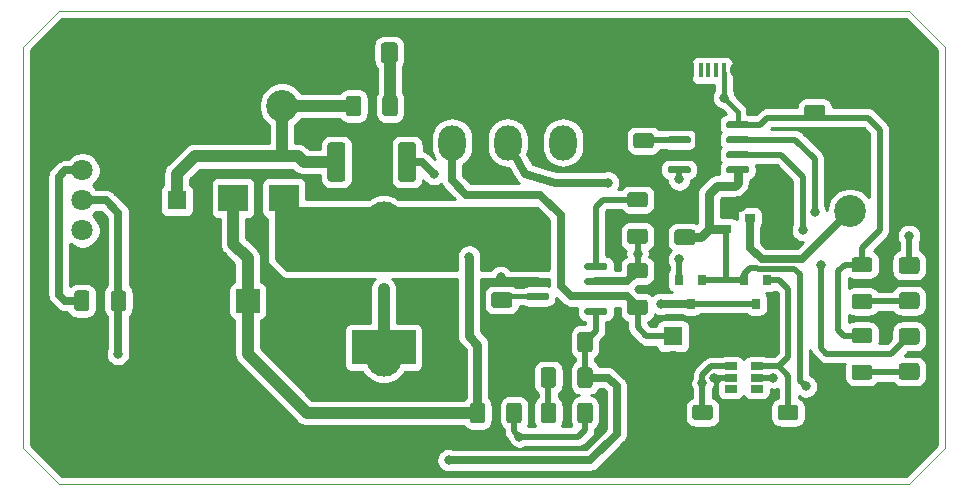
<source format=gbr>
%TF.GenerationSoftware,KiCad,Pcbnew,(5.1.10)-1*%
%TF.CreationDate,2021-05-16T21:49:31+02:00*%
%TF.ProjectId,BatteryBoost,42617474-6572-4794-926f-6f73742e6b69,rev?*%
%TF.SameCoordinates,Original*%
%TF.FileFunction,Copper,L1,Top*%
%TF.FilePolarity,Positive*%
%FSLAX46Y46*%
G04 Gerber Fmt 4.6, Leading zero omitted, Abs format (unit mm)*
G04 Created by KiCad (PCBNEW (5.1.10)-1) date 2021-05-16 21:49:31*
%MOMM*%
%LPD*%
G01*
G04 APERTURE LIST*
%TA.AperFunction,Profile*%
%ADD10C,0.050000*%
%TD*%
%TA.AperFunction,SMDPad,CuDef*%
%ADD11R,1.060000X0.650000*%
%TD*%
%TA.AperFunction,SMDPad,CuDef*%
%ADD12R,0.800000X0.900000*%
%TD*%
%TA.AperFunction,SMDPad,CuDef*%
%ADD13R,0.900000X0.800000*%
%TD*%
%TA.AperFunction,SMDPad,CuDef*%
%ADD14R,2.500000X2.300000*%
%TD*%
%TA.AperFunction,SMDPad,CuDef*%
%ADD15C,3.000000*%
%TD*%
%TA.AperFunction,SMDPad,CuDef*%
%ADD16R,5.400000X2.900000*%
%TD*%
%TA.AperFunction,ComponentPad*%
%ADD17C,1.600000*%
%TD*%
%TA.AperFunction,ComponentPad*%
%ADD18R,1.600000X1.600000*%
%TD*%
%TA.AperFunction,ComponentPad*%
%ADD19C,2.000000*%
%TD*%
%TA.AperFunction,ComponentPad*%
%ADD20R,2.000000X2.000000*%
%TD*%
%TA.AperFunction,SMDPad,CuDef*%
%ADD21R,2.290000X3.000000*%
%TD*%
%TA.AperFunction,ComponentPad*%
%ADD22O,2.300000X3.000000*%
%TD*%
%TA.AperFunction,ComponentPad*%
%ADD23C,2.700000*%
%TD*%
%TA.AperFunction,ComponentPad*%
%ADD24O,1.100000X1.800000*%
%TD*%
%TA.AperFunction,SMDPad,CuDef*%
%ADD25R,0.400000X1.250000*%
%TD*%
%TA.AperFunction,ComponentPad*%
%ADD26C,1.290000*%
%TD*%
%TA.AperFunction,ComponentPad*%
%ADD27C,1.800000*%
%TD*%
%TA.AperFunction,ConnectorPad*%
%ADD28C,5.600000*%
%TD*%
%TA.AperFunction,ComponentPad*%
%ADD29C,3.600000*%
%TD*%
%TA.AperFunction,ViaPad*%
%ADD30C,0.800000*%
%TD*%
%TA.AperFunction,Conductor*%
%ADD31C,0.500000*%
%TD*%
%TA.AperFunction,Conductor*%
%ADD32C,0.750000*%
%TD*%
%TA.AperFunction,Conductor*%
%ADD33C,0.650000*%
%TD*%
%TA.AperFunction,Conductor*%
%ADD34C,0.400000*%
%TD*%
%TA.AperFunction,Conductor*%
%ADD35C,0.250000*%
%TD*%
%TA.AperFunction,Conductor*%
%ADD36C,1.000000*%
%TD*%
%TA.AperFunction,Conductor*%
%ADD37C,0.254000*%
%TD*%
%TA.AperFunction,Conductor*%
%ADD38C,0.100000*%
%TD*%
G04 APERTURE END LIST*
D10*
X3000000Y-40000000D02*
X0Y-37000000D01*
X78000000Y-37000000D02*
X75000000Y-40000000D01*
X75000000Y0D02*
X78000000Y-3000000D01*
X0Y-3000000D02*
X3000000Y0D01*
X78000000Y-37000000D02*
X78000000Y-3000000D01*
X3000000Y-40000000D02*
X75000000Y-40000000D01*
X75000000Y0D02*
X3000000Y0D01*
X0Y-3000000D02*
X0Y-37000000D01*
D11*
%TO.P,U3,5*%
%TO.N,+5V*%
X62100000Y-31000000D03*
%TO.P,U3,6*%
%TO.N,Net-(Q3-Pad1)*%
X62100000Y-30050000D03*
%TO.P,U3,4*%
%TO.N,N/C*%
X62100000Y-31950000D03*
%TO.P,U3,3*%
X59900000Y-31950000D03*
%TO.P,U3,2*%
%TO.N,GND*%
X59900000Y-31000000D03*
%TO.P,U3,1*%
%TO.N,Net-(U3-Pad1)*%
X59900000Y-30050000D03*
%TD*%
%TO.P,R13,2*%
%TO.N,Net-(Q3-Pad1)*%
%TA.AperFunction,SMDPad,CuDef*%
G36*
G01*
X65375000Y-34600000D02*
X64125000Y-34600000D01*
G75*
G02*
X63875000Y-34350000I0J250000D01*
G01*
X63875000Y-33550000D01*
G75*
G02*
X64125000Y-33300000I250000J0D01*
G01*
X65375000Y-33300000D01*
G75*
G02*
X65625000Y-33550000I0J-250000D01*
G01*
X65625000Y-34350000D01*
G75*
G02*
X65375000Y-34600000I-250000J0D01*
G01*
G37*
%TD.AperFunction*%
%TO.P,R13,1*%
%TO.N,GND*%
%TA.AperFunction,SMDPad,CuDef*%
G36*
G01*
X65375000Y-37700000D02*
X64125000Y-37700000D01*
G75*
G02*
X63875000Y-37450000I0J250000D01*
G01*
X63875000Y-36650000D01*
G75*
G02*
X64125000Y-36400000I250000J0D01*
G01*
X65375000Y-36400000D01*
G75*
G02*
X65625000Y-36650000I0J-250000D01*
G01*
X65625000Y-37450000D01*
G75*
G02*
X65375000Y-37700000I-250000J0D01*
G01*
G37*
%TD.AperFunction*%
%TD*%
%TO.P,R10,2*%
%TO.N,VBATT*%
%TA.AperFunction,SMDPad,CuDef*%
G36*
G01*
X58125000Y-34600000D02*
X56875000Y-34600000D01*
G75*
G02*
X56625000Y-34350000I0J250000D01*
G01*
X56625000Y-33550000D01*
G75*
G02*
X56875000Y-33300000I250000J0D01*
G01*
X58125000Y-33300000D01*
G75*
G02*
X58375000Y-33550000I0J-250000D01*
G01*
X58375000Y-34350000D01*
G75*
G02*
X58125000Y-34600000I-250000J0D01*
G01*
G37*
%TD.AperFunction*%
%TO.P,R10,1*%
%TO.N,GND*%
%TA.AperFunction,SMDPad,CuDef*%
G36*
G01*
X58125000Y-37700000D02*
X56875000Y-37700000D01*
G75*
G02*
X56625000Y-37450000I0J250000D01*
G01*
X56625000Y-36650000D01*
G75*
G02*
X56875000Y-36400000I250000J0D01*
G01*
X58125000Y-36400000D01*
G75*
G02*
X58375000Y-36650000I0J-250000D01*
G01*
X58375000Y-37450000D01*
G75*
G02*
X58125000Y-37700000I-250000J0D01*
G01*
G37*
%TD.AperFunction*%
%TD*%
D12*
%TO.P,Q3,3*%
%TO.N,SMPS_Pwr*%
X62000000Y-24750000D03*
%TO.P,Q3,2*%
%TO.N,VBATT*%
X61050000Y-22750000D03*
%TO.P,Q3,1*%
%TO.N,Net-(Q3-Pad1)*%
X62950000Y-22750000D03*
%TD*%
%TO.P,Q1,3*%
%TO.N,SMPS_Pwr*%
X56500000Y-24750000D03*
%TO.P,Q1,2*%
%TO.N,+5V*%
X55550000Y-22750000D03*
%TO.P,Q1,1*%
%TO.N,VBATT*%
X57450000Y-22750000D03*
%TD*%
D13*
%TO.P,Q2,1*%
%TO.N,GND*%
X59500000Y-16550000D03*
%TO.P,Q2,2*%
%TO.N,VBATT*%
X59500000Y-18450000D03*
%TO.P,Q2,3*%
%TO.N,Net-(J6-Pad1)*%
X61500000Y-17500000D03*
%TD*%
D14*
%TO.P,D2,2*%
%TO.N,Net-(D2-Pad2)*%
X22050000Y-15800000D03*
%TO.P,D2,1*%
%TO.N,Net-(C4-Pad1)*%
X17750000Y-15800000D03*
%TD*%
D15*
%TO.P,L1,2*%
%TO.N,Net-(L1-Pad2)*%
X30500000Y-29400000D03*
%TO.P,L1,1*%
%TO.N,Net-(D2-Pad2)*%
X30500000Y-17600000D03*
D16*
%TO.P,L1,2*%
%TO.N,Net-(L1-Pad2)*%
X30500000Y-28450000D03*
%TO.P,L1,1*%
%TO.N,Net-(D2-Pad2)*%
X30500000Y-18550000D03*
%TD*%
%TO.P,C5,2*%
%TO.N,GND*%
%TA.AperFunction,SMDPad,CuDef*%
G36*
G01*
X56650002Y-16662500D02*
X55349998Y-16662500D01*
G75*
G02*
X55100000Y-16412502I0J249998D01*
G01*
X55100000Y-15587498D01*
G75*
G02*
X55349998Y-15337500I249998J0D01*
G01*
X56650002Y-15337500D01*
G75*
G02*
X56900000Y-15587498I0J-249998D01*
G01*
X56900000Y-16412502D01*
G75*
G02*
X56650002Y-16662500I-249998J0D01*
G01*
G37*
%TD.AperFunction*%
%TO.P,C5,1*%
%TO.N,VBATT*%
%TA.AperFunction,SMDPad,CuDef*%
G36*
G01*
X56650002Y-19787500D02*
X55349998Y-19787500D01*
G75*
G02*
X55100000Y-19537502I0J249998D01*
G01*
X55100000Y-18712498D01*
G75*
G02*
X55349998Y-18462500I249998J0D01*
G01*
X56650002Y-18462500D01*
G75*
G02*
X56900000Y-18712498I0J-249998D01*
G01*
X56900000Y-19537502D01*
G75*
G02*
X56650002Y-19787500I-249998J0D01*
G01*
G37*
%TD.AperFunction*%
%TD*%
D17*
%TO.P,C1,2*%
%TO.N,GND*%
X55000000Y-29500000D03*
D18*
%TO.P,C1,1*%
%TO.N,Net-(C1-Pad1)*%
X55000000Y-27500000D03*
%TD*%
D17*
%TO.P,C6,2*%
%TO.N,GND*%
X11000000Y-16000000D03*
D18*
%TO.P,C6,1*%
%TO.N,+24V*%
X13000000Y-16000000D03*
%TD*%
D19*
%TO.P,C4,2*%
%TO.N,GND*%
X14000000Y-24500000D03*
D20*
%TO.P,C4,1*%
%TO.N,Net-(C4-Pad1)*%
X19000000Y-24500000D03*
%TD*%
%TO.P,D1,2*%
%TO.N,Net-(D1-Pad2)*%
%TA.AperFunction,SMDPad,CuDef*%
G36*
G01*
X74375000Y-29775000D02*
X75625000Y-29775000D01*
G75*
G02*
X75875000Y-30025000I0J-250000D01*
G01*
X75875000Y-30950000D01*
G75*
G02*
X75625000Y-31200000I-250000J0D01*
G01*
X74375000Y-31200000D01*
G75*
G02*
X74125000Y-30950000I0J250000D01*
G01*
X74125000Y-30025000D01*
G75*
G02*
X74375000Y-29775000I250000J0D01*
G01*
G37*
%TD.AperFunction*%
%TO.P,D1,1*%
%TO.N,Net-(D1-Pad1)*%
%TA.AperFunction,SMDPad,CuDef*%
G36*
G01*
X74375000Y-26800000D02*
X75625000Y-26800000D01*
G75*
G02*
X75875000Y-27050000I0J-250000D01*
G01*
X75875000Y-27975000D01*
G75*
G02*
X75625000Y-28225000I-250000J0D01*
G01*
X74375000Y-28225000D01*
G75*
G02*
X74125000Y-27975000I0J250000D01*
G01*
X74125000Y-27050000D01*
G75*
G02*
X74375000Y-26800000I250000J0D01*
G01*
G37*
%TD.AperFunction*%
%TD*%
%TO.P,R5,2*%
%TO.N,+5V*%
%TA.AperFunction,SMDPad,CuDef*%
G36*
G01*
X71625001Y-28100000D02*
X70374999Y-28100000D01*
G75*
G02*
X70125000Y-27850001I0J249999D01*
G01*
X70125000Y-27049999D01*
G75*
G02*
X70374999Y-26800000I249999J0D01*
G01*
X71625001Y-26800000D01*
G75*
G02*
X71875000Y-27049999I0J-249999D01*
G01*
X71875000Y-27850001D01*
G75*
G02*
X71625001Y-28100000I-249999J0D01*
G01*
G37*
%TD.AperFunction*%
%TO.P,R5,1*%
%TO.N,Net-(D1-Pad2)*%
%TA.AperFunction,SMDPad,CuDef*%
G36*
G01*
X71625001Y-31200000D02*
X70374999Y-31200000D01*
G75*
G02*
X70125000Y-30950001I0J249999D01*
G01*
X70125000Y-30149999D01*
G75*
G02*
X70374999Y-29900000I249999J0D01*
G01*
X71625001Y-29900000D01*
G75*
G02*
X71875000Y-30149999I0J-249999D01*
G01*
X71875000Y-30950001D01*
G75*
G02*
X71625001Y-31200000I-249999J0D01*
G01*
G37*
%TD.AperFunction*%
%TD*%
%TO.P,U2,1*%
%TO.N,GND*%
%TA.AperFunction,SMDPad,CuDef*%
G36*
G01*
X54550000Y-9745000D02*
X54550000Y-9445000D01*
G75*
G02*
X54700000Y-9295000I150000J0D01*
G01*
X56350000Y-9295000D01*
G75*
G02*
X56500000Y-9445000I0J-150000D01*
G01*
X56500000Y-9745000D01*
G75*
G02*
X56350000Y-9895000I-150000J0D01*
G01*
X54700000Y-9895000D01*
G75*
G02*
X54550000Y-9745000I0J150000D01*
G01*
G37*
%TD.AperFunction*%
%TO.P,U2,2*%
%TO.N,Net-(R11-Pad2)*%
%TA.AperFunction,SMDPad,CuDef*%
G36*
G01*
X54550000Y-11015000D02*
X54550000Y-10715000D01*
G75*
G02*
X54700000Y-10565000I150000J0D01*
G01*
X56350000Y-10565000D01*
G75*
G02*
X56500000Y-10715000I0J-150000D01*
G01*
X56500000Y-11015000D01*
G75*
G02*
X56350000Y-11165000I-150000J0D01*
G01*
X54700000Y-11165000D01*
G75*
G02*
X54550000Y-11015000I0J150000D01*
G01*
G37*
%TD.AperFunction*%
%TO.P,U2,3*%
%TO.N,GND*%
%TA.AperFunction,SMDPad,CuDef*%
G36*
G01*
X54550000Y-12285000D02*
X54550000Y-11985000D01*
G75*
G02*
X54700000Y-11835000I150000J0D01*
G01*
X56350000Y-11835000D01*
G75*
G02*
X56500000Y-11985000I0J-150000D01*
G01*
X56500000Y-12285000D01*
G75*
G02*
X56350000Y-12435000I-150000J0D01*
G01*
X54700000Y-12435000D01*
G75*
G02*
X54550000Y-12285000I0J150000D01*
G01*
G37*
%TD.AperFunction*%
%TO.P,U2,4*%
%TO.N,+5V*%
%TA.AperFunction,SMDPad,CuDef*%
G36*
G01*
X54550000Y-13555000D02*
X54550000Y-13255000D01*
G75*
G02*
X54700000Y-13105000I150000J0D01*
G01*
X56350000Y-13105000D01*
G75*
G02*
X56500000Y-13255000I0J-150000D01*
G01*
X56500000Y-13555000D01*
G75*
G02*
X56350000Y-13705000I-150000J0D01*
G01*
X54700000Y-13705000D01*
G75*
G02*
X54550000Y-13555000I0J150000D01*
G01*
G37*
%TD.AperFunction*%
%TO.P,U2,5*%
%TO.N,VBATT*%
%TA.AperFunction,SMDPad,CuDef*%
G36*
G01*
X59500000Y-13555000D02*
X59500000Y-13255000D01*
G75*
G02*
X59650000Y-13105000I150000J0D01*
G01*
X61300000Y-13105000D01*
G75*
G02*
X61450000Y-13255000I0J-150000D01*
G01*
X61450000Y-13555000D01*
G75*
G02*
X61300000Y-13705000I-150000J0D01*
G01*
X59650000Y-13705000D01*
G75*
G02*
X59500000Y-13555000I0J150000D01*
G01*
G37*
%TD.AperFunction*%
%TO.P,U2,6*%
%TO.N,Net-(D1-Pad1)*%
%TA.AperFunction,SMDPad,CuDef*%
G36*
G01*
X59500000Y-12285000D02*
X59500000Y-11985000D01*
G75*
G02*
X59650000Y-11835000I150000J0D01*
G01*
X61300000Y-11835000D01*
G75*
G02*
X61450000Y-11985000I0J-150000D01*
G01*
X61450000Y-12285000D01*
G75*
G02*
X61300000Y-12435000I-150000J0D01*
G01*
X59650000Y-12435000D01*
G75*
G02*
X59500000Y-12285000I0J150000D01*
G01*
G37*
%TD.AperFunction*%
%TO.P,U2,7*%
%TO.N,Net-(D3-Pad1)*%
%TA.AperFunction,SMDPad,CuDef*%
G36*
G01*
X59500000Y-11015000D02*
X59500000Y-10715000D01*
G75*
G02*
X59650000Y-10565000I150000J0D01*
G01*
X61300000Y-10565000D01*
G75*
G02*
X61450000Y-10715000I0J-150000D01*
G01*
X61450000Y-11015000D01*
G75*
G02*
X61300000Y-11165000I-150000J0D01*
G01*
X59650000Y-11165000D01*
G75*
G02*
X59500000Y-11015000I0J150000D01*
G01*
G37*
%TD.AperFunction*%
%TO.P,U2,8*%
%TO.N,+5V*%
%TA.AperFunction,SMDPad,CuDef*%
G36*
G01*
X59500000Y-9745000D02*
X59500000Y-9445000D01*
G75*
G02*
X59650000Y-9295000I150000J0D01*
G01*
X61300000Y-9295000D01*
G75*
G02*
X61450000Y-9445000I0J-150000D01*
G01*
X61450000Y-9745000D01*
G75*
G02*
X61300000Y-9895000I-150000J0D01*
G01*
X59650000Y-9895000D01*
G75*
G02*
X59500000Y-9745000I0J150000D01*
G01*
G37*
%TD.AperFunction*%
D21*
%TO.P,U2,9*%
%TO.N,GND*%
X58000000Y-11500000D03*
%TD*%
D22*
%TO.P,SW1,1*%
%TO.N,Net-(C1-Pad1)*%
X36300000Y-11100000D03*
%TO.P,SW1,2*%
%TO.N,SMPS_Pwr*%
X41000000Y-11100000D03*
%TO.P,SW1,3*%
%TO.N,Net-(SW1-Pad3)*%
X45700000Y-11100000D03*
%TD*%
D23*
%TO.P,J6,1*%
%TO.N,Net-(J6-Pad1)*%
X70000000Y-16905000D03*
%TO.P,J6,2*%
%TO.N,GND*%
X70000000Y-13095000D03*
%TD*%
%TO.P,J7,2*%
%TO.N,GND*%
X18095000Y-8000000D03*
%TO.P,J7,1*%
%TO.N,+24V*%
X21905000Y-8000000D03*
%TD*%
D24*
%TO.P,J5,6*%
%TO.N,GND*%
X54400000Y-2200000D03*
%TA.AperFunction,SMDPad,CuDef*%
G36*
G01*
X59500000Y-1700000D02*
X59500000Y-2700000D01*
G75*
G02*
X59000000Y-3200000I-500000J0D01*
G01*
X57000000Y-3200000D01*
G75*
G02*
X56500000Y-2700000I0J500000D01*
G01*
X56500000Y-1700000D01*
G75*
G02*
X57000000Y-1200000I500000J0D01*
G01*
X59000000Y-1200000D01*
G75*
G02*
X59500000Y-1700000I0J-500000D01*
G01*
G37*
%TD.AperFunction*%
D25*
%TO.P,J5,5*%
X56650000Y-5000000D03*
%TO.P,J5,4*%
%TO.N,Net-(J5-Pad4)*%
X57350000Y-5000000D03*
%TO.P,J5,3*%
%TO.N,Net-(J5-Pad3)*%
X58000000Y-5000000D03*
%TO.P,J5,2*%
%TO.N,Net-(J5-Pad2)*%
X58650000Y-5000000D03*
%TO.P,J5,1*%
%TO.N,+5V*%
X59300000Y-5000000D03*
D26*
%TO.P,J5,6*%
%TO.N,GND*%
X55575000Y-5000000D03*
X60425000Y-5000000D03*
D24*
X54400000Y-2200000D03*
X61600000Y-2200000D03*
%TD*%
%TO.P,U1,8*%
%TO.N,Net-(R2-Pad1)*%
%TA.AperFunction,SMDPad,CuDef*%
G36*
G01*
X47500000Y-21745000D02*
X47500000Y-21445000D01*
G75*
G02*
X47650000Y-21295000I150000J0D01*
G01*
X49300000Y-21295000D01*
G75*
G02*
X49450000Y-21445000I0J-150000D01*
G01*
X49450000Y-21745000D01*
G75*
G02*
X49300000Y-21895000I-150000J0D01*
G01*
X47650000Y-21895000D01*
G75*
G02*
X47500000Y-21745000I0J150000D01*
G01*
G37*
%TD.AperFunction*%
%TO.P,U1,7*%
%TO.N,Net-(L1-Pad2)*%
%TA.AperFunction,SMDPad,CuDef*%
G36*
G01*
X47500000Y-23015000D02*
X47500000Y-22715000D01*
G75*
G02*
X47650000Y-22565000I150000J0D01*
G01*
X49300000Y-22565000D01*
G75*
G02*
X49450000Y-22715000I0J-150000D01*
G01*
X49450000Y-23015000D01*
G75*
G02*
X49300000Y-23165000I-150000J0D01*
G01*
X47650000Y-23165000D01*
G75*
G02*
X47500000Y-23015000I0J150000D01*
G01*
G37*
%TD.AperFunction*%
%TO.P,U1,6*%
%TO.N,Net-(C1-Pad1)*%
%TA.AperFunction,SMDPad,CuDef*%
G36*
G01*
X47500000Y-24285000D02*
X47500000Y-23985000D01*
G75*
G02*
X47650000Y-23835000I150000J0D01*
G01*
X49300000Y-23835000D01*
G75*
G02*
X49450000Y-23985000I0J-150000D01*
G01*
X49450000Y-24285000D01*
G75*
G02*
X49300000Y-24435000I-150000J0D01*
G01*
X47650000Y-24435000D01*
G75*
G02*
X47500000Y-24285000I0J150000D01*
G01*
G37*
%TD.AperFunction*%
%TO.P,U1,5*%
%TO.N,Net-(R3-Pad2)*%
%TA.AperFunction,SMDPad,CuDef*%
G36*
G01*
X47500000Y-25555000D02*
X47500000Y-25255000D01*
G75*
G02*
X47650000Y-25105000I150000J0D01*
G01*
X49300000Y-25105000D01*
G75*
G02*
X49450000Y-25255000I0J-150000D01*
G01*
X49450000Y-25555000D01*
G75*
G02*
X49300000Y-25705000I-150000J0D01*
G01*
X47650000Y-25705000D01*
G75*
G02*
X47500000Y-25555000I0J150000D01*
G01*
G37*
%TD.AperFunction*%
%TO.P,U1,4*%
%TO.N,GND*%
%TA.AperFunction,SMDPad,CuDef*%
G36*
G01*
X42550000Y-25555000D02*
X42550000Y-25255000D01*
G75*
G02*
X42700000Y-25105000I150000J0D01*
G01*
X44350000Y-25105000D01*
G75*
G02*
X44500000Y-25255000I0J-150000D01*
G01*
X44500000Y-25555000D01*
G75*
G02*
X44350000Y-25705000I-150000J0D01*
G01*
X42700000Y-25705000D01*
G75*
G02*
X42550000Y-25555000I0J150000D01*
G01*
G37*
%TD.AperFunction*%
%TO.P,U1,3*%
%TO.N,Net-(C3-Pad1)*%
%TA.AperFunction,SMDPad,CuDef*%
G36*
G01*
X42550000Y-24285000D02*
X42550000Y-23985000D01*
G75*
G02*
X42700000Y-23835000I150000J0D01*
G01*
X44350000Y-23835000D01*
G75*
G02*
X44500000Y-23985000I0J-150000D01*
G01*
X44500000Y-24285000D01*
G75*
G02*
X44350000Y-24435000I-150000J0D01*
G01*
X42700000Y-24435000D01*
G75*
G02*
X42550000Y-24285000I0J150000D01*
G01*
G37*
%TD.AperFunction*%
%TO.P,U1,2*%
%TO.N,GND*%
%TA.AperFunction,SMDPad,CuDef*%
G36*
G01*
X42550000Y-23015000D02*
X42550000Y-22715000D01*
G75*
G02*
X42700000Y-22565000I150000J0D01*
G01*
X44350000Y-22565000D01*
G75*
G02*
X44500000Y-22715000I0J-150000D01*
G01*
X44500000Y-23015000D01*
G75*
G02*
X44350000Y-23165000I-150000J0D01*
G01*
X42700000Y-23165000D01*
G75*
G02*
X42550000Y-23015000I0J150000D01*
G01*
G37*
%TD.AperFunction*%
%TO.P,U1,1*%
%TO.N,Net-(D2-Pad2)*%
%TA.AperFunction,SMDPad,CuDef*%
G36*
G01*
X42550000Y-21745000D02*
X42550000Y-21445000D01*
G75*
G02*
X42700000Y-21295000I150000J0D01*
G01*
X44350000Y-21295000D01*
G75*
G02*
X44500000Y-21445000I0J-150000D01*
G01*
X44500000Y-21745000D01*
G75*
G02*
X44350000Y-21895000I-150000J0D01*
G01*
X42700000Y-21895000D01*
G75*
G02*
X42550000Y-21745000I0J150000D01*
G01*
G37*
%TD.AperFunction*%
%TD*%
D27*
%TO.P,RV1,3*%
%TO.N,Net-(R7-Pad1)*%
X5000000Y-13460000D03*
%TO.P,RV1,2*%
%TO.N,Net-(R3-Pad2)*%
X5000000Y-16000000D03*
%TO.P,RV1,1*%
%TO.N,Net-(R6-Pad1)*%
X5000000Y-18540000D03*
%TD*%
%TO.P,R3,2*%
%TO.N,Net-(R3-Pad2)*%
%TA.AperFunction,SMDPad,CuDef*%
G36*
G01*
X46900000Y-31625001D02*
X46900000Y-30374999D01*
G75*
G02*
X47149999Y-30125000I249999J0D01*
G01*
X47950001Y-30125000D01*
G75*
G02*
X48200000Y-30374999I0J-249999D01*
G01*
X48200000Y-31625001D01*
G75*
G02*
X47950001Y-31875000I-249999J0D01*
G01*
X47149999Y-31875000D01*
G75*
G02*
X46900000Y-31625001I0J249999D01*
G01*
G37*
%TD.AperFunction*%
%TO.P,R3,1*%
%TO.N,Net-(R3-Pad1)*%
%TA.AperFunction,SMDPad,CuDef*%
G36*
G01*
X43800000Y-31625001D02*
X43800000Y-30374999D01*
G75*
G02*
X44049999Y-30125000I249999J0D01*
G01*
X44850001Y-30125000D01*
G75*
G02*
X45100000Y-30374999I0J-249999D01*
G01*
X45100000Y-31625001D01*
G75*
G02*
X44850001Y-31875000I-249999J0D01*
G01*
X44049999Y-31875000D01*
G75*
G02*
X43800000Y-31625001I0J249999D01*
G01*
G37*
%TD.AperFunction*%
%TD*%
%TO.P,R11,2*%
%TO.N,Net-(R11-Pad2)*%
%TA.AperFunction,SMDPad,CuDef*%
G36*
G01*
X53125001Y-11600000D02*
X51874999Y-11600000D01*
G75*
G02*
X51625000Y-11350001I0J249999D01*
G01*
X51625000Y-10549999D01*
G75*
G02*
X51874999Y-10300000I249999J0D01*
G01*
X53125001Y-10300000D01*
G75*
G02*
X53375000Y-10549999I0J-249999D01*
G01*
X53375000Y-11350001D01*
G75*
G02*
X53125001Y-11600000I-249999J0D01*
G01*
G37*
%TD.AperFunction*%
%TO.P,R11,1*%
%TO.N,GND*%
%TA.AperFunction,SMDPad,CuDef*%
G36*
G01*
X53125001Y-14700000D02*
X51874999Y-14700000D01*
G75*
G02*
X51625000Y-14450001I0J249999D01*
G01*
X51625000Y-13649999D01*
G75*
G02*
X51874999Y-13400000I249999J0D01*
G01*
X53125001Y-13400000D01*
G75*
G02*
X53375000Y-13649999I0J-249999D01*
G01*
X53375000Y-14450001D01*
G75*
G02*
X53125001Y-14700000I-249999J0D01*
G01*
G37*
%TD.AperFunction*%
%TD*%
%TO.P,R8,2*%
%TO.N,+5V*%
%TA.AperFunction,SMDPad,CuDef*%
G36*
G01*
X71625001Y-22100000D02*
X70374999Y-22100000D01*
G75*
G02*
X70125000Y-21850001I0J249999D01*
G01*
X70125000Y-21049999D01*
G75*
G02*
X70374999Y-20800000I249999J0D01*
G01*
X71625001Y-20800000D01*
G75*
G02*
X71875000Y-21049999I0J-249999D01*
G01*
X71875000Y-21850001D01*
G75*
G02*
X71625001Y-22100000I-249999J0D01*
G01*
G37*
%TD.AperFunction*%
%TO.P,R8,1*%
%TO.N,Net-(D3-Pad2)*%
%TA.AperFunction,SMDPad,CuDef*%
G36*
G01*
X71625001Y-25200000D02*
X70374999Y-25200000D01*
G75*
G02*
X70125000Y-24950001I0J249999D01*
G01*
X70125000Y-24149999D01*
G75*
G02*
X70374999Y-23900000I249999J0D01*
G01*
X71625001Y-23900000D01*
G75*
G02*
X71875000Y-24149999I0J-249999D01*
G01*
X71875000Y-24950001D01*
G75*
G02*
X71625001Y-25200000I-249999J0D01*
G01*
G37*
%TD.AperFunction*%
%TD*%
%TO.P,R12,1*%
%TO.N,+24V*%
%TA.AperFunction,SMDPad,CuDef*%
G36*
G01*
X27300000Y-8625001D02*
X27300000Y-7374999D01*
G75*
G02*
X27549999Y-7125000I249999J0D01*
G01*
X28350001Y-7125000D01*
G75*
G02*
X28600000Y-7374999I0J-249999D01*
G01*
X28600000Y-8625001D01*
G75*
G02*
X28350001Y-8875000I-249999J0D01*
G01*
X27549999Y-8875000D01*
G75*
G02*
X27300000Y-8625001I0J249999D01*
G01*
G37*
%TD.AperFunction*%
%TO.P,R12,2*%
%TO.N,Net-(D4-Pad2)*%
%TA.AperFunction,SMDPad,CuDef*%
G36*
G01*
X30400000Y-8625001D02*
X30400000Y-7374999D01*
G75*
G02*
X30649999Y-7125000I249999J0D01*
G01*
X31450001Y-7125000D01*
G75*
G02*
X31700000Y-7374999I0J-249999D01*
G01*
X31700000Y-8625001D01*
G75*
G02*
X31450001Y-8875000I-249999J0D01*
G01*
X30649999Y-8875000D01*
G75*
G02*
X30400000Y-8625001I0J249999D01*
G01*
G37*
%TD.AperFunction*%
%TD*%
%TO.P,R9,2*%
%TO.N,Net-(C4-Pad1)*%
%TA.AperFunction,SMDPad,CuDef*%
G36*
G01*
X39100000Y-33374999D02*
X39100000Y-34625001D01*
G75*
G02*
X38850001Y-34875000I-249999J0D01*
G01*
X38049999Y-34875000D01*
G75*
G02*
X37800000Y-34625001I0J249999D01*
G01*
X37800000Y-33374999D01*
G75*
G02*
X38049999Y-33125000I249999J0D01*
G01*
X38850001Y-33125000D01*
G75*
G02*
X39100000Y-33374999I0J-249999D01*
G01*
G37*
%TD.AperFunction*%
%TO.P,R9,1*%
%TO.N,Net-(R6-Pad1)*%
%TA.AperFunction,SMDPad,CuDef*%
G36*
G01*
X42200000Y-33374999D02*
X42200000Y-34625001D01*
G75*
G02*
X41950001Y-34875000I-249999J0D01*
G01*
X41149999Y-34875000D01*
G75*
G02*
X40900000Y-34625001I0J249999D01*
G01*
X40900000Y-33374999D01*
G75*
G02*
X41149999Y-33125000I249999J0D01*
G01*
X41950001Y-33125000D01*
G75*
G02*
X42200000Y-33374999I0J-249999D01*
G01*
G37*
%TD.AperFunction*%
%TD*%
%TO.P,R6,2*%
%TO.N,Net-(R3-Pad1)*%
%TA.AperFunction,SMDPad,CuDef*%
G36*
G01*
X45100000Y-33374999D02*
X45100000Y-34625001D01*
G75*
G02*
X44850001Y-34875000I-249999J0D01*
G01*
X44049999Y-34875000D01*
G75*
G02*
X43800000Y-34625001I0J249999D01*
G01*
X43800000Y-33374999D01*
G75*
G02*
X44049999Y-33125000I249999J0D01*
G01*
X44850001Y-33125000D01*
G75*
G02*
X45100000Y-33374999I0J-249999D01*
G01*
G37*
%TD.AperFunction*%
%TO.P,R6,1*%
%TO.N,Net-(R6-Pad1)*%
%TA.AperFunction,SMDPad,CuDef*%
G36*
G01*
X48200000Y-33374999D02*
X48200000Y-34625001D01*
G75*
G02*
X47950001Y-34875000I-249999J0D01*
G01*
X47149999Y-34875000D01*
G75*
G02*
X46900000Y-34625001I0J249999D01*
G01*
X46900000Y-33374999D01*
G75*
G02*
X47149999Y-33125000I249999J0D01*
G01*
X47950001Y-33125000D01*
G75*
G02*
X48200000Y-33374999I0J-249999D01*
G01*
G37*
%TD.AperFunction*%
%TD*%
%TO.P,R7,2*%
%TO.N,Net-(R3-Pad2)*%
%TA.AperFunction,SMDPad,CuDef*%
G36*
G01*
X7400000Y-25125001D02*
X7400000Y-23874999D01*
G75*
G02*
X7649999Y-23625000I249999J0D01*
G01*
X8450001Y-23625000D01*
G75*
G02*
X8700000Y-23874999I0J-249999D01*
G01*
X8700000Y-25125001D01*
G75*
G02*
X8450001Y-25375000I-249999J0D01*
G01*
X7649999Y-25375000D01*
G75*
G02*
X7400000Y-25125001I0J249999D01*
G01*
G37*
%TD.AperFunction*%
%TO.P,R7,1*%
%TO.N,Net-(R7-Pad1)*%
%TA.AperFunction,SMDPad,CuDef*%
G36*
G01*
X4300000Y-25125001D02*
X4300000Y-23874999D01*
G75*
G02*
X4549999Y-23625000I249999J0D01*
G01*
X5350001Y-23625000D01*
G75*
G02*
X5600000Y-23874999I0J-249999D01*
G01*
X5600000Y-25125001D01*
G75*
G02*
X5350001Y-25375000I-249999J0D01*
G01*
X4549999Y-25375000D01*
G75*
G02*
X4300000Y-25125001I0J249999D01*
G01*
G37*
%TD.AperFunction*%
%TD*%
%TO.P,R4,2*%
%TO.N,Net-(R3-Pad2)*%
%TA.AperFunction,SMDPad,CuDef*%
G36*
G01*
X46900000Y-28625001D02*
X46900000Y-27374999D01*
G75*
G02*
X47149999Y-27125000I249999J0D01*
G01*
X47950001Y-27125000D01*
G75*
G02*
X48200000Y-27374999I0J-249999D01*
G01*
X48200000Y-28625001D01*
G75*
G02*
X47950001Y-28875000I-249999J0D01*
G01*
X47149999Y-28875000D01*
G75*
G02*
X46900000Y-28625001I0J249999D01*
G01*
G37*
%TD.AperFunction*%
%TO.P,R4,1*%
%TO.N,GND*%
%TA.AperFunction,SMDPad,CuDef*%
G36*
G01*
X43800000Y-28625001D02*
X43800000Y-27374999D01*
G75*
G02*
X44049999Y-27125000I249999J0D01*
G01*
X44850001Y-27125000D01*
G75*
G02*
X45100000Y-27374999I0J-249999D01*
G01*
X45100000Y-28625001D01*
G75*
G02*
X44850001Y-28875000I-249999J0D01*
G01*
X44049999Y-28875000D01*
G75*
G02*
X43800000Y-28625001I0J249999D01*
G01*
G37*
%TD.AperFunction*%
%TD*%
%TO.P,R2,2*%
%TO.N,Net-(L1-Pad2)*%
%TA.AperFunction,SMDPad,CuDef*%
G36*
G01*
X51374999Y-18400000D02*
X52625001Y-18400000D01*
G75*
G02*
X52875000Y-18649999I0J-249999D01*
G01*
X52875000Y-19450001D01*
G75*
G02*
X52625001Y-19700000I-249999J0D01*
G01*
X51374999Y-19700000D01*
G75*
G02*
X51125000Y-19450001I0J249999D01*
G01*
X51125000Y-18649999D01*
G75*
G02*
X51374999Y-18400000I249999J0D01*
G01*
G37*
%TD.AperFunction*%
%TO.P,R2,1*%
%TO.N,Net-(R2-Pad1)*%
%TA.AperFunction,SMDPad,CuDef*%
G36*
G01*
X51374999Y-15300000D02*
X52625001Y-15300000D01*
G75*
G02*
X52875000Y-15549999I0J-249999D01*
G01*
X52875000Y-16350001D01*
G75*
G02*
X52625001Y-16600000I-249999J0D01*
G01*
X51374999Y-16600000D01*
G75*
G02*
X51125000Y-16350001I0J249999D01*
G01*
X51125000Y-15549999D01*
G75*
G02*
X51374999Y-15300000I249999J0D01*
G01*
G37*
%TD.AperFunction*%
%TD*%
%TO.P,R1,2*%
%TO.N,Net-(C1-Pad1)*%
%TA.AperFunction,SMDPad,CuDef*%
G36*
G01*
X51374999Y-24400000D02*
X52625001Y-24400000D01*
G75*
G02*
X52875000Y-24649999I0J-249999D01*
G01*
X52875000Y-25450001D01*
G75*
G02*
X52625001Y-25700000I-249999J0D01*
G01*
X51374999Y-25700000D01*
G75*
G02*
X51125000Y-25450001I0J249999D01*
G01*
X51125000Y-24649999D01*
G75*
G02*
X51374999Y-24400000I249999J0D01*
G01*
G37*
%TD.AperFunction*%
%TO.P,R1,1*%
%TO.N,Net-(L1-Pad2)*%
%TA.AperFunction,SMDPad,CuDef*%
G36*
G01*
X51374999Y-21300000D02*
X52625001Y-21300000D01*
G75*
G02*
X52875000Y-21549999I0J-249999D01*
G01*
X52875000Y-22350001D01*
G75*
G02*
X52625001Y-22600000I-249999J0D01*
G01*
X51374999Y-22600000D01*
G75*
G02*
X51125000Y-22350001I0J249999D01*
G01*
X51125000Y-21549999D01*
G75*
G02*
X51374999Y-21300000I249999J0D01*
G01*
G37*
%TD.AperFunction*%
%TD*%
%TO.P,L2,1*%
%TO.N,Net-(C4-Pad1)*%
%TA.AperFunction,SMDPad,CuDef*%
G36*
G01*
X33250000Y-11324999D02*
X33250000Y-14175001D01*
G75*
G02*
X33000001Y-14425000I-249999J0D01*
G01*
X31974999Y-14425000D01*
G75*
G02*
X31725000Y-14175001I0J249999D01*
G01*
X31725000Y-11324999D01*
G75*
G02*
X31974999Y-11075000I249999J0D01*
G01*
X33000001Y-11075000D01*
G75*
G02*
X33250000Y-11324999I0J-249999D01*
G01*
G37*
%TD.AperFunction*%
%TO.P,L2,2*%
%TO.N,+24V*%
%TA.AperFunction,SMDPad,CuDef*%
G36*
G01*
X27275000Y-11324999D02*
X27275000Y-14175001D01*
G75*
G02*
X27025001Y-14425000I-249999J0D01*
G01*
X25999999Y-14425000D01*
G75*
G02*
X25750000Y-14175001I0J249999D01*
G01*
X25750000Y-11324999D01*
G75*
G02*
X25999999Y-11075000I249999J0D01*
G01*
X27025001Y-11075000D01*
G75*
G02*
X27275000Y-11324999I0J-249999D01*
G01*
G37*
%TD.AperFunction*%
%TD*%
%TO.P,D3,2*%
%TO.N,Net-(D3-Pad2)*%
%TA.AperFunction,SMDPad,CuDef*%
G36*
G01*
X74375000Y-23775000D02*
X75625000Y-23775000D01*
G75*
G02*
X75875000Y-24025000I0J-250000D01*
G01*
X75875000Y-24950000D01*
G75*
G02*
X75625000Y-25200000I-250000J0D01*
G01*
X74375000Y-25200000D01*
G75*
G02*
X74125000Y-24950000I0J250000D01*
G01*
X74125000Y-24025000D01*
G75*
G02*
X74375000Y-23775000I250000J0D01*
G01*
G37*
%TD.AperFunction*%
%TO.P,D3,1*%
%TO.N,Net-(D3-Pad1)*%
%TA.AperFunction,SMDPad,CuDef*%
G36*
G01*
X74375000Y-20800000D02*
X75625000Y-20800000D01*
G75*
G02*
X75875000Y-21050000I0J-250000D01*
G01*
X75875000Y-21975000D01*
G75*
G02*
X75625000Y-22225000I-250000J0D01*
G01*
X74375000Y-22225000D01*
G75*
G02*
X74125000Y-21975000I0J250000D01*
G01*
X74125000Y-21050000D01*
G75*
G02*
X74375000Y-20800000I250000J0D01*
G01*
G37*
%TD.AperFunction*%
%TD*%
%TO.P,D4,2*%
%TO.N,Net-(D4-Pad2)*%
%TA.AperFunction,SMDPad,CuDef*%
G36*
G01*
X30275000Y-4125000D02*
X30275000Y-2875000D01*
G75*
G02*
X30525000Y-2625000I250000J0D01*
G01*
X31450000Y-2625000D01*
G75*
G02*
X31700000Y-2875000I0J-250000D01*
G01*
X31700000Y-4125000D01*
G75*
G02*
X31450000Y-4375000I-250000J0D01*
G01*
X30525000Y-4375000D01*
G75*
G02*
X30275000Y-4125000I0J250000D01*
G01*
G37*
%TD.AperFunction*%
%TO.P,D4,1*%
%TO.N,GND*%
%TA.AperFunction,SMDPad,CuDef*%
G36*
G01*
X27300000Y-4125000D02*
X27300000Y-2875000D01*
G75*
G02*
X27550000Y-2625000I250000J0D01*
G01*
X28475000Y-2625000D01*
G75*
G02*
X28725000Y-2875000I0J-250000D01*
G01*
X28725000Y-4125000D01*
G75*
G02*
X28475000Y-4375000I-250000J0D01*
G01*
X27550000Y-4375000D01*
G75*
G02*
X27300000Y-4125000I0J250000D01*
G01*
G37*
%TD.AperFunction*%
%TD*%
%TO.P,C2,2*%
%TO.N,GND*%
%TA.AperFunction,SMDPad,CuDef*%
G36*
G01*
X67650002Y-6100000D02*
X66349998Y-6100000D01*
G75*
G02*
X66100000Y-5850002I0J249998D01*
G01*
X66100000Y-5024998D01*
G75*
G02*
X66349998Y-4775000I249998J0D01*
G01*
X67650002Y-4775000D01*
G75*
G02*
X67900000Y-5024998I0J-249998D01*
G01*
X67900000Y-5850002D01*
G75*
G02*
X67650002Y-6100000I-249998J0D01*
G01*
G37*
%TD.AperFunction*%
%TO.P,C2,1*%
%TO.N,+5V*%
%TA.AperFunction,SMDPad,CuDef*%
G36*
G01*
X67650002Y-9225000D02*
X66349998Y-9225000D01*
G75*
G02*
X66100000Y-8975002I0J249998D01*
G01*
X66100000Y-8149998D01*
G75*
G02*
X66349998Y-7900000I249998J0D01*
G01*
X67650002Y-7900000D01*
G75*
G02*
X67900000Y-8149998I0J-249998D01*
G01*
X67900000Y-8975002D01*
G75*
G02*
X67650002Y-9225000I-249998J0D01*
G01*
G37*
%TD.AperFunction*%
%TD*%
%TO.P,C3,2*%
%TO.N,GND*%
%TA.AperFunction,SMDPad,CuDef*%
G36*
G01*
X39849998Y-26900000D02*
X41150002Y-26900000D01*
G75*
G02*
X41400000Y-27149998I0J-249998D01*
G01*
X41400000Y-27975002D01*
G75*
G02*
X41150002Y-28225000I-249998J0D01*
G01*
X39849998Y-28225000D01*
G75*
G02*
X39600000Y-27975002I0J249998D01*
G01*
X39600000Y-27149998D01*
G75*
G02*
X39849998Y-26900000I249998J0D01*
G01*
G37*
%TD.AperFunction*%
%TO.P,C3,1*%
%TO.N,Net-(C3-Pad1)*%
%TA.AperFunction,SMDPad,CuDef*%
G36*
G01*
X39849998Y-23775000D02*
X41150002Y-23775000D01*
G75*
G02*
X41400000Y-24024998I0J-249998D01*
G01*
X41400000Y-24850002D01*
G75*
G02*
X41150002Y-25100000I-249998J0D01*
G01*
X39849998Y-25100000D01*
G75*
G02*
X39600000Y-24850002I0J249998D01*
G01*
X39600000Y-24024998D01*
G75*
G02*
X39849998Y-23775000I249998J0D01*
G01*
G37*
%TD.AperFunction*%
%TD*%
D28*
%TO.P,J4,1*%
%TO.N,GND*%
X5000000Y-35000000D03*
D29*
X5000000Y-35000000D03*
%TD*%
D28*
%TO.P,J3,1*%
%TO.N,GND*%
X73000000Y-5000000D03*
D29*
X73000000Y-5000000D03*
%TD*%
D28*
%TO.P,J2,1*%
%TO.N,GND*%
X73000000Y-35000000D03*
D29*
X73000000Y-35000000D03*
%TD*%
D28*
%TO.P,J1,1*%
%TO.N,GND*%
X5000000Y-5000000D03*
D29*
X5000000Y-5000000D03*
%TD*%
D30*
%TO.N,GND*%
X40400000Y-22475000D03*
X53500000Y-9250000D03*
X67000000Y-3750000D03*
X42750000Y-27750000D03*
X26250000Y-3250000D03*
X58500000Y-31000000D03*
X63500000Y-15000000D03*
X54000000Y-16000000D03*
%TO.N,+5V*%
X59300000Y-7300000D03*
X63500000Y-31000000D03*
X55525000Y-14225000D03*
X55500000Y-21000000D03*
%TO.N,VBATT*%
X66250000Y-31750000D03*
X57500000Y-31500000D03*
%TO.N,Net-(L1-Pad2)*%
X52000000Y-20500000D03*
X30500000Y-23500000D03*
%TO.N,Net-(D3-Pad1)*%
X67000000Y-17000000D03*
X75000000Y-19000000D03*
%TO.N,Net-(C4-Pad1)*%
X37750000Y-20750000D03*
X34750000Y-13750000D03*
%TO.N,Net-(R3-Pad2)*%
X8000000Y-29000000D03*
X36000000Y-38000000D03*
%TO.N,Net-(R6-Pad1)*%
X42000000Y-36000000D03*
%TO.N,Net-(D1-Pad1)*%
X67500000Y-21500000D03*
X66000000Y-18500000D03*
%TO.N,SMPS_Pwr*%
X49500000Y-14500000D03*
X54000000Y-24750000D03*
%TD*%
D31*
%TO.N,GND*%
X59900000Y-31000000D02*
X58500000Y-31000000D01*
D32*
X59500000Y-16550000D02*
X60700000Y-16550000D01*
X60700000Y-16550000D02*
X62250000Y-15000000D01*
X62250000Y-15000000D02*
X63500000Y-15000000D01*
D33*
X40790000Y-22865000D02*
X40400000Y-22475000D01*
X43525000Y-22865000D02*
X40790000Y-22865000D01*
D34*
%TO.N,+5V*%
X59300000Y-5250000D02*
X59300000Y-7300000D01*
X60475000Y-8475000D02*
X60475000Y-9595000D01*
X59300000Y-7300000D02*
X60475000Y-8475000D01*
D31*
X60475000Y-9595000D02*
X62405000Y-9595000D01*
X62405000Y-9595000D02*
X63000000Y-9000000D01*
X71500000Y-9000000D02*
X72500000Y-10000000D01*
X72500000Y-10000000D02*
X72500000Y-18500000D01*
X71000000Y-20000000D02*
X71000000Y-21450000D01*
X72500000Y-18500000D02*
X71000000Y-20000000D01*
X71000000Y-21450000D02*
X69550000Y-21450000D01*
X69550000Y-21450000D02*
X69000000Y-22000000D01*
X69450000Y-27450000D02*
X71000000Y-27450000D01*
X69000000Y-27000000D02*
X69450000Y-27450000D01*
D35*
X67000000Y-8562500D02*
X67000000Y-9000000D01*
D31*
X67000000Y-9000000D02*
X71500000Y-9000000D01*
X63000000Y-9000000D02*
X67000000Y-9000000D01*
X62100000Y-31000000D02*
X63500000Y-31000000D01*
X69000000Y-22000000D02*
X69000000Y-27000000D01*
X55525000Y-13405000D02*
X55525000Y-14225000D01*
X55550000Y-21050000D02*
X55500000Y-21000000D01*
X55550000Y-22750000D02*
X55550000Y-21050000D01*
%TO.N,VBATT*%
X59500000Y-22750000D02*
X61050000Y-22750000D01*
X61050000Y-22750000D02*
X61050000Y-22200000D01*
X61050000Y-22200000D02*
X61500000Y-21750000D01*
X62153971Y-21750000D02*
X62178981Y-21775010D01*
X61500000Y-21750000D02*
X62153971Y-21750000D01*
X62178981Y-21775010D02*
X65275010Y-21775010D01*
X65275010Y-21775010D02*
X65750000Y-22250000D01*
X65750000Y-31250000D02*
X66250000Y-31750000D01*
X65750000Y-22250000D02*
X65750000Y-31250000D01*
X57500000Y-31500000D02*
X57500000Y-33950000D01*
X57500000Y-31500000D02*
X57500000Y-30750000D01*
X58200000Y-30050000D02*
X59900000Y-30050000D01*
X57500000Y-30750000D02*
X58200000Y-30050000D01*
X57450000Y-22750000D02*
X59500000Y-22750000D01*
D32*
X56000000Y-19125000D02*
X57375000Y-19125000D01*
X60475000Y-13405000D02*
X60475000Y-14525000D01*
X60250000Y-14750000D02*
X60475000Y-14525000D01*
X58050000Y-18450000D02*
X58050000Y-15450000D01*
X58750000Y-14750000D02*
X60250000Y-14750000D01*
X58050000Y-15450000D02*
X58750000Y-14750000D01*
X57375000Y-19125000D02*
X58050000Y-18450000D01*
X59500000Y-18450000D02*
X58050000Y-18450000D01*
D31*
X59500000Y-18450000D02*
X59500000Y-22750000D01*
X59300000Y-18450000D02*
X58050000Y-18450000D01*
%TO.N,Net-(D3-Pad2)*%
X74937500Y-24550000D02*
X75000000Y-24487500D01*
X71000000Y-24550000D02*
X74937500Y-24550000D01*
D36*
%TO.N,Net-(D2-Pad2)*%
X22050000Y-15800000D02*
X22050000Y-16550000D01*
X23100000Y-17600000D02*
X30500000Y-17600000D01*
X22050000Y-16550000D02*
X23100000Y-17600000D01*
D33*
%TO.N,Net-(R7-Pad1)*%
X5000000Y-13460000D02*
X3540000Y-13460000D01*
X3540000Y-13460000D02*
X3000000Y-14000000D01*
X4950000Y-24500000D02*
X3500000Y-24500000D01*
X3500000Y-24500000D02*
X3000000Y-24000000D01*
X3000000Y-24000000D02*
X3000000Y-14000000D01*
D36*
%TO.N,Net-(D4-Pad2)*%
X31050000Y-3562500D02*
X30987500Y-3500000D01*
X31050000Y-8000000D02*
X31050000Y-3562500D01*
D33*
%TO.N,Net-(L1-Pad2)*%
X51085000Y-22865000D02*
X52000000Y-21950000D01*
X48475000Y-22865000D02*
X51085000Y-22865000D01*
D31*
X52000000Y-19050000D02*
X52000000Y-20500000D01*
X52000000Y-20500000D02*
X52000000Y-21950000D01*
D36*
X30500000Y-23500000D02*
X30500000Y-28450000D01*
D34*
%TO.N,Net-(C3-Pad1)*%
X40802500Y-24135000D02*
X40500000Y-24437500D01*
X43525000Y-24135000D02*
X40802500Y-24135000D01*
D36*
%TO.N,+24V*%
X27950000Y-8000000D02*
X28000000Y-8000000D01*
X27950000Y-8000000D02*
X21905000Y-8000000D01*
X13000000Y-13750000D02*
X14500000Y-12250000D01*
X13000000Y-16000000D02*
X13000000Y-13750000D01*
X21905000Y-12095000D02*
X21750000Y-12250000D01*
X21905000Y-8000000D02*
X21905000Y-12095000D01*
X21750000Y-12250000D02*
X23250000Y-12250000D01*
X14500000Y-12250000D02*
X21750000Y-12250000D01*
X23750000Y-12750000D02*
X23250000Y-12250000D01*
X26512500Y-12750000D02*
X23750000Y-12750000D01*
D31*
%TO.N,Net-(D3-Pad1)*%
X60475000Y-10865000D02*
X65365000Y-10865000D01*
X65365000Y-10865000D02*
X67000000Y-12500000D01*
X67000000Y-12500000D02*
X67000000Y-17000000D01*
X75000000Y-19000000D02*
X75000000Y-21512500D01*
%TO.N,Net-(R2-Pad1)*%
X48475000Y-21595000D02*
X48475000Y-16525000D01*
X49050000Y-15950000D02*
X52000000Y-15950000D01*
X48475000Y-16525000D02*
X49050000Y-15950000D01*
%TO.N,Net-(R11-Pad2)*%
X52585000Y-10865000D02*
X52500000Y-10950000D01*
X55525000Y-10865000D02*
X52585000Y-10865000D01*
D32*
%TO.N,Net-(C4-Pad1)*%
X38450000Y-34000000D02*
X38450000Y-31200000D01*
X38450000Y-31200000D02*
X38450000Y-28200000D01*
X37750000Y-27500000D02*
X37750000Y-20750000D01*
X38450000Y-28200000D02*
X37750000Y-27500000D01*
D36*
X38450000Y-34050000D02*
X38450000Y-34000000D01*
X38400000Y-34000000D02*
X38450000Y-34050000D01*
X24000000Y-34000000D02*
X38400000Y-34000000D01*
X19000000Y-29000000D02*
X24000000Y-34000000D01*
X19000000Y-24500000D02*
X19000000Y-29000000D01*
X17750000Y-15800000D02*
X17750000Y-19650000D01*
X19000000Y-20900000D02*
X19000000Y-24500000D01*
X17750000Y-19650000D02*
X19000000Y-20900000D01*
D33*
X33750000Y-12750000D02*
X34750000Y-13750000D01*
X32487500Y-12750000D02*
X33750000Y-12750000D01*
D31*
%TO.N,Net-(R3-Pad2)*%
X47550000Y-27950000D02*
X47550000Y-28000000D01*
X48475000Y-27025000D02*
X47550000Y-27950000D01*
X48475000Y-25405000D02*
X48475000Y-27025000D01*
X47550000Y-28000000D02*
X47550000Y-31000000D01*
D33*
X8050000Y-17050000D02*
X8050000Y-24500000D01*
X7000000Y-16000000D02*
X8050000Y-17050000D01*
X5000000Y-16000000D02*
X7000000Y-16000000D01*
X8050000Y-28950000D02*
X8000000Y-29000000D01*
X8050000Y-24500000D02*
X8050000Y-28950000D01*
X48000000Y-38000000D02*
X36000000Y-38000000D01*
X50250000Y-35750000D02*
X48000000Y-38000000D01*
X50250000Y-31750000D02*
X50250000Y-35750000D01*
X49500000Y-31000000D02*
X50250000Y-31750000D01*
X47550000Y-31000000D02*
X49500000Y-31000000D01*
D31*
%TO.N,Net-(R3-Pad1)*%
X44450000Y-31000000D02*
X44450000Y-34000000D01*
%TO.N,Net-(R6-Pad1)*%
X41550000Y-34000000D02*
X41550000Y-35550000D01*
X41550000Y-35550000D02*
X42000000Y-36000000D01*
X42000000Y-36000000D02*
X47000000Y-36000000D01*
X47550000Y-35450000D02*
X47550000Y-34000000D01*
X47000000Y-36000000D02*
X47550000Y-35450000D01*
D33*
%TO.N,Net-(J6-Pad1)*%
X65905000Y-21000000D02*
X70000000Y-16905000D01*
X62500000Y-21000000D02*
X65905000Y-21000000D01*
X61500000Y-20000000D02*
X62500000Y-21000000D01*
X61500000Y-17500000D02*
X61500000Y-20000000D01*
D31*
%TO.N,Net-(D1-Pad2)*%
X74937500Y-30550000D02*
X75000000Y-30487500D01*
X71000000Y-30550000D02*
X74937500Y-30550000D01*
%TO.N,Net-(D1-Pad1)*%
X75000000Y-27512500D02*
X74987500Y-27512500D01*
X74987500Y-27512500D02*
X73500000Y-29000000D01*
X73500000Y-29000000D02*
X68000000Y-29000000D01*
X68000000Y-29000000D02*
X67500000Y-28500000D01*
X67500000Y-28500000D02*
X67500000Y-21500000D01*
X60475000Y-12135000D02*
X64135000Y-12135000D01*
X64135000Y-12135000D02*
X66000000Y-14000000D01*
X66000000Y-18500000D02*
X66000000Y-14000000D01*
D33*
%TO.N,Net-(C1-Pad1)*%
X51085000Y-24135000D02*
X52000000Y-25050000D01*
X48475000Y-24135000D02*
X51085000Y-24135000D01*
D31*
X52000000Y-25050000D02*
X52000000Y-26750000D01*
X52750000Y-27500000D02*
X55000000Y-27500000D01*
X52000000Y-26750000D02*
X52750000Y-27500000D01*
D33*
X48475000Y-24135000D02*
X46385000Y-24135000D01*
X46385000Y-24135000D02*
X45500000Y-23250000D01*
X45500000Y-23250000D02*
X45500000Y-17250000D01*
X45500000Y-17250000D02*
X43750000Y-15500000D01*
X43750000Y-15500000D02*
X37500000Y-15500000D01*
X36300000Y-14300000D02*
X36300000Y-11100000D01*
X37500000Y-15500000D02*
X36300000Y-14300000D01*
D31*
%TO.N,SMPS_Pwr*%
X56500000Y-24750000D02*
X62000000Y-24750000D01*
D33*
X54000000Y-24750000D02*
X56500000Y-24750000D01*
X45000000Y-14500000D02*
X49500000Y-14500000D01*
X42500000Y-13750000D02*
X45000000Y-14500000D01*
X41000000Y-11100000D02*
X42500000Y-13750000D01*
D31*
%TO.N,Net-(Q3-Pad1)*%
X62100000Y-30050000D02*
X63950000Y-30050000D01*
X63950000Y-30050000D02*
X64750000Y-29250000D01*
X64750000Y-29250000D02*
X64750000Y-23500000D01*
X64000000Y-22750000D02*
X62950000Y-22750000D01*
X64750000Y-23500000D02*
X64000000Y-22750000D01*
X64750000Y-30850000D02*
X63950000Y-30050000D01*
X64750000Y-33950000D02*
X64750000Y-30850000D01*
%TD*%
D37*
%TO.N,GND*%
X77340001Y-3273382D02*
X77340000Y-36726619D01*
X74726620Y-39340000D01*
X3273381Y-39340000D01*
X660000Y-36726620D01*
X660000Y-14000000D01*
X2035356Y-14000000D01*
X2040001Y-14047162D01*
X2040000Y-23952848D01*
X2035356Y-24000000D01*
X2040000Y-24047152D01*
X2040000Y-24047161D01*
X2053890Y-24188192D01*
X2108784Y-24369153D01*
X2197927Y-24535928D01*
X2317893Y-24682107D01*
X2354531Y-24712175D01*
X2787825Y-25145469D01*
X2817893Y-25182107D01*
X2964072Y-25302073D01*
X3130846Y-25391216D01*
X3311807Y-25446110D01*
X3452838Y-25460000D01*
X3452840Y-25460000D01*
X3500000Y-25464645D01*
X3547160Y-25460000D01*
X3728056Y-25460000D01*
X3729528Y-25464851D01*
X3811595Y-25618387D01*
X3922038Y-25752962D01*
X4056613Y-25863405D01*
X4210149Y-25945472D01*
X4376745Y-25996008D01*
X4549999Y-26013072D01*
X5350001Y-26013072D01*
X5523255Y-25996008D01*
X5689851Y-25945472D01*
X5843387Y-25863405D01*
X5977962Y-25752962D01*
X6088405Y-25618387D01*
X6170472Y-25464851D01*
X6221008Y-25298255D01*
X6238072Y-25125001D01*
X6238072Y-23874999D01*
X6221008Y-23701745D01*
X6170472Y-23535149D01*
X6088405Y-23381613D01*
X5977962Y-23247038D01*
X5843387Y-23136595D01*
X5689851Y-23054528D01*
X5523255Y-23003992D01*
X5350001Y-22986928D01*
X4549999Y-22986928D01*
X4376745Y-23003992D01*
X4210149Y-23054528D01*
X4056613Y-23136595D01*
X3960000Y-23215883D01*
X3960000Y-19670817D01*
X4021495Y-19732312D01*
X4272905Y-19900299D01*
X4552257Y-20016011D01*
X4848816Y-20075000D01*
X5151184Y-20075000D01*
X5447743Y-20016011D01*
X5727095Y-19900299D01*
X5978505Y-19732312D01*
X6192312Y-19518505D01*
X6360299Y-19267095D01*
X6476011Y-18987743D01*
X6535000Y-18691184D01*
X6535000Y-18388816D01*
X6476011Y-18092257D01*
X6360299Y-17812905D01*
X6192312Y-17561495D01*
X5978505Y-17347688D01*
X5862237Y-17270000D01*
X5978505Y-17192312D01*
X6192312Y-16978505D01*
X6204677Y-16960000D01*
X6602356Y-16960000D01*
X7090000Y-17447645D01*
X7090001Y-23191262D01*
X7022038Y-23247038D01*
X6911595Y-23381613D01*
X6829528Y-23535149D01*
X6778992Y-23701745D01*
X6761928Y-23874999D01*
X6761928Y-25125001D01*
X6778992Y-25298255D01*
X6829528Y-25464851D01*
X6911595Y-25618387D01*
X7022038Y-25752962D01*
X7090000Y-25808737D01*
X7090001Y-28498960D01*
X7082795Y-28509744D01*
X7004774Y-28698102D01*
X6965000Y-28898061D01*
X6965000Y-29101939D01*
X7004774Y-29301898D01*
X7082795Y-29490256D01*
X7196063Y-29659774D01*
X7340226Y-29803937D01*
X7509744Y-29917205D01*
X7698102Y-29995226D01*
X7898061Y-30035000D01*
X8101939Y-30035000D01*
X8301898Y-29995226D01*
X8490256Y-29917205D01*
X8659774Y-29803937D01*
X8803937Y-29659774D01*
X8917205Y-29490256D01*
X8995226Y-29301898D01*
X9035000Y-29101939D01*
X9035000Y-28898061D01*
X9010000Y-28772377D01*
X9010000Y-25808737D01*
X9077962Y-25752962D01*
X9188405Y-25618387D01*
X9270472Y-25464851D01*
X9321008Y-25298255D01*
X9338072Y-25125001D01*
X9338072Y-23874999D01*
X9321008Y-23701745D01*
X9270472Y-23535149D01*
X9188405Y-23381613D01*
X9077962Y-23247038D01*
X9010000Y-23191263D01*
X9010000Y-17097151D01*
X9014644Y-17049999D01*
X9010000Y-17002847D01*
X9010000Y-17002838D01*
X8996110Y-16861807D01*
X8941216Y-16680846D01*
X8886680Y-16578817D01*
X8852073Y-16514071D01*
X8762170Y-16404525D01*
X8732107Y-16367893D01*
X8695474Y-16337829D01*
X7712175Y-15354531D01*
X7682107Y-15317893D01*
X7538454Y-15200000D01*
X11561928Y-15200000D01*
X11561928Y-16800000D01*
X11574188Y-16924482D01*
X11610498Y-17044180D01*
X11669463Y-17154494D01*
X11748815Y-17251185D01*
X11845506Y-17330537D01*
X11955820Y-17389502D01*
X12075518Y-17425812D01*
X12200000Y-17438072D01*
X13800000Y-17438072D01*
X13924482Y-17425812D01*
X14044180Y-17389502D01*
X14154494Y-17330537D01*
X14251185Y-17251185D01*
X14330537Y-17154494D01*
X14389502Y-17044180D01*
X14425812Y-16924482D01*
X14438072Y-16800000D01*
X14438072Y-15200000D01*
X14425812Y-15075518D01*
X14389502Y-14955820D01*
X14330537Y-14845506D01*
X14251185Y-14748815D01*
X14154494Y-14669463D01*
X14135000Y-14659043D01*
X14135000Y-14650000D01*
X15861928Y-14650000D01*
X15861928Y-16950000D01*
X15874188Y-17074482D01*
X15910498Y-17194180D01*
X15969463Y-17304494D01*
X16048815Y-17401185D01*
X16145506Y-17480537D01*
X16255820Y-17539502D01*
X16375518Y-17575812D01*
X16500000Y-17588072D01*
X16615000Y-17588072D01*
X16615001Y-19594239D01*
X16609509Y-19650000D01*
X16631423Y-19872498D01*
X16696324Y-20086446D01*
X16735472Y-20159687D01*
X16801717Y-20283623D01*
X16943552Y-20456449D01*
X16986860Y-20491991D01*
X17865000Y-21370132D01*
X17865001Y-22877378D01*
X17755820Y-22910498D01*
X17645506Y-22969463D01*
X17548815Y-23048815D01*
X17469463Y-23145506D01*
X17410498Y-23255820D01*
X17374188Y-23375518D01*
X17361928Y-23500000D01*
X17361928Y-25500000D01*
X17374188Y-25624482D01*
X17410498Y-25744180D01*
X17469463Y-25854494D01*
X17548815Y-25951185D01*
X17645506Y-26030537D01*
X17755820Y-26089502D01*
X17865000Y-26122622D01*
X17865001Y-28944239D01*
X17859509Y-29000000D01*
X17881423Y-29222498D01*
X17946324Y-29436446D01*
X17972773Y-29485928D01*
X18051717Y-29633623D01*
X18193552Y-29806449D01*
X18236860Y-29841991D01*
X23158009Y-34763141D01*
X23193551Y-34806449D01*
X23353398Y-34937632D01*
X23366377Y-34948284D01*
X23563553Y-35053676D01*
X23777501Y-35118577D01*
X24000000Y-35140491D01*
X24055752Y-35135000D01*
X37325229Y-35135000D01*
X37422038Y-35252962D01*
X37556613Y-35363405D01*
X37710149Y-35445472D01*
X37876745Y-35496008D01*
X38049999Y-35513072D01*
X38850001Y-35513072D01*
X39023255Y-35496008D01*
X39189851Y-35445472D01*
X39343387Y-35363405D01*
X39477962Y-35252962D01*
X39588405Y-35118387D01*
X39670472Y-34964851D01*
X39721008Y-34798255D01*
X39738072Y-34625001D01*
X39738072Y-33374999D01*
X39721008Y-33201745D01*
X39670472Y-33035149D01*
X39588405Y-32881613D01*
X39477962Y-32747038D01*
X39460000Y-32732297D01*
X39460000Y-28249597D01*
X39464885Y-28199999D01*
X39460000Y-28150401D01*
X39460000Y-28150392D01*
X39445385Y-28002006D01*
X39387632Y-27811620D01*
X39293847Y-27636160D01*
X39167633Y-27482367D01*
X39129099Y-27450743D01*
X38760000Y-27081645D01*
X38760000Y-22635000D01*
X44500000Y-22635000D01*
X44540000Y-22631060D01*
X44540000Y-23202848D01*
X44538066Y-23222482D01*
X44503745Y-23212071D01*
X44350000Y-23196928D01*
X42700000Y-23196928D01*
X42546255Y-23212071D01*
X42398418Y-23256916D01*
X42317814Y-23300000D01*
X41659721Y-23300000D01*
X41643387Y-23286595D01*
X41489852Y-23204528D01*
X41323256Y-23153992D01*
X41150002Y-23136928D01*
X39849998Y-23136928D01*
X39676744Y-23153992D01*
X39510148Y-23204528D01*
X39356613Y-23286595D01*
X39222038Y-23397038D01*
X39111595Y-23531613D01*
X39029528Y-23685148D01*
X38978992Y-23851744D01*
X38961928Y-24024998D01*
X38961928Y-24850002D01*
X38978992Y-25023256D01*
X39029528Y-25189852D01*
X39111595Y-25343387D01*
X39222038Y-25477962D01*
X39356613Y-25588405D01*
X39510148Y-25670472D01*
X39676744Y-25721008D01*
X39849998Y-25738072D01*
X41150002Y-25738072D01*
X41323256Y-25721008D01*
X41489852Y-25670472D01*
X41643387Y-25588405D01*
X41777962Y-25477962D01*
X41888405Y-25343387D01*
X41970472Y-25189852D01*
X42021008Y-25023256D01*
X42026253Y-24970000D01*
X42317814Y-24970000D01*
X42398418Y-25013084D01*
X42546255Y-25057929D01*
X42700000Y-25073072D01*
X44350000Y-25073072D01*
X44503745Y-25057929D01*
X44651582Y-25013084D01*
X44787829Y-24940258D01*
X44907251Y-24842251D01*
X45005258Y-24722829D01*
X45078084Y-24586582D01*
X45122929Y-24438745D01*
X45138072Y-24285000D01*
X45138072Y-24245716D01*
X45672828Y-24780473D01*
X45702893Y-24817107D01*
X45739526Y-24847171D01*
X45849071Y-24937073D01*
X45932299Y-24981559D01*
X46015846Y-25026216D01*
X46196807Y-25081110D01*
X46337838Y-25095000D01*
X46337847Y-25095000D01*
X46384999Y-25099644D01*
X46432151Y-25095000D01*
X46878968Y-25095000D01*
X46877071Y-25101255D01*
X46861928Y-25255000D01*
X46861928Y-25555000D01*
X46877071Y-25708745D01*
X46921916Y-25856582D01*
X46994742Y-25992829D01*
X47092749Y-26112251D01*
X47212171Y-26210258D01*
X47348418Y-26283084D01*
X47496255Y-26327929D01*
X47590001Y-26337162D01*
X47590001Y-26486928D01*
X47149999Y-26486928D01*
X46976745Y-26503992D01*
X46810149Y-26554528D01*
X46656613Y-26636595D01*
X46522038Y-26747038D01*
X46411595Y-26881613D01*
X46329528Y-27035149D01*
X46278992Y-27201745D01*
X46261928Y-27374999D01*
X46261928Y-28625001D01*
X46278992Y-28798255D01*
X46329528Y-28964851D01*
X46411595Y-29118387D01*
X46522038Y-29252962D01*
X46656613Y-29363405D01*
X46665000Y-29367888D01*
X46665001Y-29632112D01*
X46656613Y-29636595D01*
X46522038Y-29747038D01*
X46411595Y-29881613D01*
X46329528Y-30035149D01*
X46278992Y-30201745D01*
X46261928Y-30374999D01*
X46261928Y-31625001D01*
X46278992Y-31798255D01*
X46329528Y-31964851D01*
X46411595Y-32118387D01*
X46522038Y-32252962D01*
X46656613Y-32363405D01*
X46810149Y-32445472D01*
X46976745Y-32496008D01*
X47017277Y-32500000D01*
X46976745Y-32503992D01*
X46810149Y-32554528D01*
X46656613Y-32636595D01*
X46522038Y-32747038D01*
X46411595Y-32881613D01*
X46329528Y-33035149D01*
X46278992Y-33201745D01*
X46261928Y-33374999D01*
X46261928Y-34625001D01*
X46278992Y-34798255D01*
X46329528Y-34964851D01*
X46409785Y-35115000D01*
X45590215Y-35115000D01*
X45670472Y-34964851D01*
X45721008Y-34798255D01*
X45738072Y-34625001D01*
X45738072Y-33374999D01*
X45721008Y-33201745D01*
X45670472Y-33035149D01*
X45588405Y-32881613D01*
X45477962Y-32747038D01*
X45343387Y-32636595D01*
X45335000Y-32632112D01*
X45335000Y-32367888D01*
X45343387Y-32363405D01*
X45477962Y-32252962D01*
X45588405Y-32118387D01*
X45670472Y-31964851D01*
X45721008Y-31798255D01*
X45738072Y-31625001D01*
X45738072Y-30374999D01*
X45721008Y-30201745D01*
X45670472Y-30035149D01*
X45588405Y-29881613D01*
X45477962Y-29747038D01*
X45343387Y-29636595D01*
X45189851Y-29554528D01*
X45023255Y-29503992D01*
X44850001Y-29486928D01*
X44049999Y-29486928D01*
X43876745Y-29503992D01*
X43710149Y-29554528D01*
X43556613Y-29636595D01*
X43422038Y-29747038D01*
X43311595Y-29881613D01*
X43229528Y-30035149D01*
X43178992Y-30201745D01*
X43161928Y-30374999D01*
X43161928Y-31625001D01*
X43178992Y-31798255D01*
X43229528Y-31964851D01*
X43311595Y-32118387D01*
X43422038Y-32252962D01*
X43556613Y-32363405D01*
X43565000Y-32367888D01*
X43565001Y-32632112D01*
X43556613Y-32636595D01*
X43422038Y-32747038D01*
X43311595Y-32881613D01*
X43229528Y-33035149D01*
X43178992Y-33201745D01*
X43161928Y-33374999D01*
X43161928Y-34625001D01*
X43178992Y-34798255D01*
X43229528Y-34964851D01*
X43309785Y-35115000D01*
X42690215Y-35115000D01*
X42770472Y-34964851D01*
X42821008Y-34798255D01*
X42838072Y-34625001D01*
X42838072Y-33374999D01*
X42821008Y-33201745D01*
X42770472Y-33035149D01*
X42688405Y-32881613D01*
X42577962Y-32747038D01*
X42443387Y-32636595D01*
X42289851Y-32554528D01*
X42123255Y-32503992D01*
X41950001Y-32486928D01*
X41149999Y-32486928D01*
X40976745Y-32503992D01*
X40810149Y-32554528D01*
X40656613Y-32636595D01*
X40522038Y-32747038D01*
X40411595Y-32881613D01*
X40329528Y-33035149D01*
X40278992Y-33201745D01*
X40261928Y-33374999D01*
X40261928Y-34625001D01*
X40278992Y-34798255D01*
X40329528Y-34964851D01*
X40411595Y-35118387D01*
X40522038Y-35252962D01*
X40656613Y-35363405D01*
X40665001Y-35367888D01*
X40665001Y-35506521D01*
X40660719Y-35550000D01*
X40677805Y-35723490D01*
X40728412Y-35890313D01*
X40810590Y-36044059D01*
X40893468Y-36145046D01*
X40893471Y-36145049D01*
X40921184Y-36178817D01*
X40954952Y-36206530D01*
X40993465Y-36245043D01*
X41004774Y-36301898D01*
X41082795Y-36490256D01*
X41196063Y-36659774D01*
X41340226Y-36803937D01*
X41509744Y-36917205D01*
X41698102Y-36995226D01*
X41898061Y-37035000D01*
X42101939Y-37035000D01*
X42301898Y-36995226D01*
X42490256Y-36917205D01*
X42538454Y-36885000D01*
X46956531Y-36885000D01*
X47000000Y-36889281D01*
X47043469Y-36885000D01*
X47043477Y-36885000D01*
X47173490Y-36872195D01*
X47340313Y-36821589D01*
X47494059Y-36739411D01*
X47628817Y-36628817D01*
X47656534Y-36595044D01*
X48145045Y-36106533D01*
X48178817Y-36078817D01*
X48289411Y-35944059D01*
X48371589Y-35790313D01*
X48422195Y-35623490D01*
X48435000Y-35493477D01*
X48435000Y-35493467D01*
X48439281Y-35450001D01*
X48435000Y-35406535D01*
X48435000Y-35367888D01*
X48443387Y-35363405D01*
X48577962Y-35252962D01*
X48688405Y-35118387D01*
X48770472Y-34964851D01*
X48821008Y-34798255D01*
X48838072Y-34625001D01*
X48838072Y-33374999D01*
X48821008Y-33201745D01*
X48770472Y-33035149D01*
X48688405Y-32881613D01*
X48577962Y-32747038D01*
X48443387Y-32636595D01*
X48289851Y-32554528D01*
X48123255Y-32503992D01*
X48082723Y-32500000D01*
X48123255Y-32496008D01*
X48289851Y-32445472D01*
X48443387Y-32363405D01*
X48577962Y-32252962D01*
X48688405Y-32118387D01*
X48770472Y-31964851D01*
X48771944Y-31960000D01*
X49102356Y-31960000D01*
X49290000Y-32147645D01*
X49290001Y-35352354D01*
X47602356Y-37040000D01*
X36386940Y-37040000D01*
X36301898Y-37004774D01*
X36101939Y-36965000D01*
X35898061Y-36965000D01*
X35698102Y-37004774D01*
X35509744Y-37082795D01*
X35340226Y-37196063D01*
X35196063Y-37340226D01*
X35082795Y-37509744D01*
X35004774Y-37698102D01*
X34965000Y-37898061D01*
X34965000Y-38101939D01*
X35004774Y-38301898D01*
X35082795Y-38490256D01*
X35196063Y-38659774D01*
X35340226Y-38803937D01*
X35509744Y-38917205D01*
X35698102Y-38995226D01*
X35898061Y-39035000D01*
X36101939Y-39035000D01*
X36301898Y-38995226D01*
X36386940Y-38960000D01*
X47952848Y-38960000D01*
X48000000Y-38964644D01*
X48047152Y-38960000D01*
X48047162Y-38960000D01*
X48188193Y-38946110D01*
X48369154Y-38891216D01*
X48535928Y-38802073D01*
X48682107Y-38682107D01*
X48712175Y-38645469D01*
X50895474Y-36462171D01*
X50932107Y-36432107D01*
X51052073Y-36285928D01*
X51141216Y-36119154D01*
X51196110Y-35938193D01*
X51210000Y-35797162D01*
X51210000Y-35797160D01*
X51214645Y-35750000D01*
X51210000Y-35702840D01*
X51210000Y-31797151D01*
X51214644Y-31749999D01*
X51210000Y-31702847D01*
X51210000Y-31702838D01*
X51196110Y-31561807D01*
X51141216Y-31380846D01*
X51136268Y-31371589D01*
X51052073Y-31214071D01*
X50962170Y-31104525D01*
X50932107Y-31067893D01*
X50895474Y-31037829D01*
X50212175Y-30354531D01*
X50182107Y-30317893D01*
X50035928Y-30197927D01*
X49869154Y-30108784D01*
X49688193Y-30053890D01*
X49547162Y-30040000D01*
X49547152Y-30040000D01*
X49500000Y-30035356D01*
X49452848Y-30040000D01*
X48771944Y-30040000D01*
X48770472Y-30035149D01*
X48688405Y-29881613D01*
X48577962Y-29747038D01*
X48443387Y-29636595D01*
X48435000Y-29632112D01*
X48435000Y-29367888D01*
X48443387Y-29363405D01*
X48577962Y-29252962D01*
X48688405Y-29118387D01*
X48770472Y-28964851D01*
X48821008Y-28798255D01*
X48838072Y-28625001D01*
X48838072Y-27913507D01*
X49070049Y-27681530D01*
X49103817Y-27653817D01*
X49171301Y-27571589D01*
X49214411Y-27519059D01*
X49296589Y-27365314D01*
X49347195Y-27198490D01*
X49348512Y-27185114D01*
X49360000Y-27068477D01*
X49360000Y-27068469D01*
X49364281Y-27025000D01*
X49360000Y-26981531D01*
X49360000Y-26337162D01*
X49453745Y-26327929D01*
X49601582Y-26283084D01*
X49737829Y-26210258D01*
X49857251Y-26112251D01*
X49955258Y-25992829D01*
X50028084Y-25856582D01*
X50072929Y-25708745D01*
X50088072Y-25555000D01*
X50088072Y-25255000D01*
X50072929Y-25101255D01*
X50071032Y-25095000D01*
X50486928Y-25095000D01*
X50486928Y-25450001D01*
X50503992Y-25623255D01*
X50554528Y-25789851D01*
X50636595Y-25943387D01*
X50747038Y-26077962D01*
X50881613Y-26188405D01*
X51035149Y-26270472D01*
X51115001Y-26294695D01*
X51115001Y-26706521D01*
X51110719Y-26750000D01*
X51127805Y-26923490D01*
X51178412Y-27090313D01*
X51260590Y-27244059D01*
X51343468Y-27345046D01*
X51343471Y-27345049D01*
X51371184Y-27378817D01*
X51404951Y-27406529D01*
X52093470Y-28095049D01*
X52121183Y-28128817D01*
X52154951Y-28156530D01*
X52154953Y-28156532D01*
X52181613Y-28178411D01*
X52255941Y-28239411D01*
X52409687Y-28321589D01*
X52576510Y-28372195D01*
X52706523Y-28385000D01*
X52706533Y-28385000D01*
X52749999Y-28389281D01*
X52793465Y-28385000D01*
X53570299Y-28385000D01*
X53574188Y-28424482D01*
X53610498Y-28544180D01*
X53669463Y-28654494D01*
X53748815Y-28751185D01*
X53845506Y-28830537D01*
X53955820Y-28889502D01*
X54075518Y-28925812D01*
X54200000Y-28938072D01*
X55800000Y-28938072D01*
X55924482Y-28925812D01*
X56044180Y-28889502D01*
X56154494Y-28830537D01*
X56251185Y-28751185D01*
X56330537Y-28654494D01*
X56389502Y-28544180D01*
X56425812Y-28424482D01*
X56438072Y-28300000D01*
X56438072Y-26700000D01*
X56425812Y-26575518D01*
X56389502Y-26455820D01*
X56330537Y-26345506D01*
X56251185Y-26248815D01*
X56154494Y-26169463D01*
X56044180Y-26110498D01*
X55924482Y-26074188D01*
X55800000Y-26061928D01*
X54200000Y-26061928D01*
X54075518Y-26074188D01*
X53955820Y-26110498D01*
X53845506Y-26169463D01*
X53748815Y-26248815D01*
X53669463Y-26345506D01*
X53610498Y-26455820D01*
X53574188Y-26575518D01*
X53570299Y-26615000D01*
X53116579Y-26615000D01*
X52885000Y-26383422D01*
X52885000Y-26294694D01*
X52964851Y-26270472D01*
X53118387Y-26188405D01*
X53252962Y-26077962D01*
X53363405Y-25943387D01*
X53445472Y-25789851D01*
X53487238Y-25652167D01*
X53509744Y-25667205D01*
X53698102Y-25745226D01*
X53898061Y-25785000D01*
X54101939Y-25785000D01*
X54301898Y-25745226D01*
X54386940Y-25710000D01*
X55720482Y-25710000D01*
X55745506Y-25730537D01*
X55855820Y-25789502D01*
X55975518Y-25825812D01*
X56100000Y-25838072D01*
X56900000Y-25838072D01*
X57024482Y-25825812D01*
X57144180Y-25789502D01*
X57254494Y-25730537D01*
X57351185Y-25651185D01*
X57364468Y-25635000D01*
X61135532Y-25635000D01*
X61148815Y-25651185D01*
X61245506Y-25730537D01*
X61355820Y-25789502D01*
X61475518Y-25825812D01*
X61600000Y-25838072D01*
X62400000Y-25838072D01*
X62524482Y-25825812D01*
X62644180Y-25789502D01*
X62754494Y-25730537D01*
X62851185Y-25651185D01*
X62930537Y-25554494D01*
X62989502Y-25444180D01*
X63025812Y-25324482D01*
X63038072Y-25200000D01*
X63038072Y-24300000D01*
X63025812Y-24175518D01*
X62989502Y-24055820D01*
X62930537Y-23945506D01*
X62851185Y-23848815D01*
X62838095Y-23838072D01*
X63350000Y-23838072D01*
X63474482Y-23825812D01*
X63594180Y-23789502D01*
X63704494Y-23730537D01*
X63717931Y-23719510D01*
X63865001Y-23866580D01*
X63865000Y-28883421D01*
X63583422Y-29165000D01*
X62929373Y-29165000D01*
X62874180Y-29135498D01*
X62754482Y-29099188D01*
X62630000Y-29086928D01*
X61570000Y-29086928D01*
X61445518Y-29099188D01*
X61325820Y-29135498D01*
X61215506Y-29194463D01*
X61118815Y-29273815D01*
X61039463Y-29370506D01*
X61000000Y-29444335D01*
X60960537Y-29370506D01*
X60881185Y-29273815D01*
X60784494Y-29194463D01*
X60674180Y-29135498D01*
X60554482Y-29099188D01*
X60430000Y-29086928D01*
X59370000Y-29086928D01*
X59245518Y-29099188D01*
X59125820Y-29135498D01*
X59070627Y-29165000D01*
X58243465Y-29165000D01*
X58199999Y-29160719D01*
X58156533Y-29165000D01*
X58156523Y-29165000D01*
X58026510Y-29177805D01*
X57859687Y-29228411D01*
X57705941Y-29310589D01*
X57705939Y-29310590D01*
X57705940Y-29310590D01*
X57604953Y-29393468D01*
X57604951Y-29393470D01*
X57571183Y-29421183D01*
X57543470Y-29454951D01*
X56904951Y-30093471D01*
X56871184Y-30121183D01*
X56843471Y-30154951D01*
X56843468Y-30154954D01*
X56798550Y-30209687D01*
X56760590Y-30255941D01*
X56678412Y-30409687D01*
X56627805Y-30576510D01*
X56615000Y-30706523D01*
X56615000Y-30706531D01*
X56610719Y-30750000D01*
X56615000Y-30793469D01*
X56615000Y-30961546D01*
X56582795Y-31009744D01*
X56504774Y-31198102D01*
X56465000Y-31398061D01*
X56465000Y-31601939D01*
X56504774Y-31801898D01*
X56582795Y-31990256D01*
X56615000Y-32038455D01*
X56615000Y-32705306D01*
X56535150Y-32729528D01*
X56381614Y-32811595D01*
X56247038Y-32922038D01*
X56136595Y-33056614D01*
X56054528Y-33210150D01*
X56003992Y-33376746D01*
X55986928Y-33550000D01*
X55986928Y-34350000D01*
X56003992Y-34523254D01*
X56054528Y-34689850D01*
X56136595Y-34843386D01*
X56247038Y-34977962D01*
X56381614Y-35088405D01*
X56535150Y-35170472D01*
X56701746Y-35221008D01*
X56875000Y-35238072D01*
X58125000Y-35238072D01*
X58298254Y-35221008D01*
X58464850Y-35170472D01*
X58618386Y-35088405D01*
X58752962Y-34977962D01*
X58863405Y-34843386D01*
X58945472Y-34689850D01*
X58996008Y-34523254D01*
X59013072Y-34350000D01*
X59013072Y-33550000D01*
X58996008Y-33376746D01*
X58945472Y-33210150D01*
X58863405Y-33056614D01*
X58752962Y-32922038D01*
X58618386Y-32811595D01*
X58464850Y-32729528D01*
X58385000Y-32705306D01*
X58385000Y-32038454D01*
X58417205Y-31990256D01*
X58495226Y-31801898D01*
X58535000Y-31601939D01*
X58535000Y-31398061D01*
X58495226Y-31198102D01*
X58439064Y-31062515D01*
X58566579Y-30935000D01*
X59070627Y-30935000D01*
X59125820Y-30964502D01*
X59242841Y-31000000D01*
X59125820Y-31035498D01*
X59015506Y-31094463D01*
X58918815Y-31173815D01*
X58839463Y-31270506D01*
X58780498Y-31380820D01*
X58744188Y-31500518D01*
X58731928Y-31625000D01*
X58731928Y-32275000D01*
X58744188Y-32399482D01*
X58780498Y-32519180D01*
X58839463Y-32629494D01*
X58918815Y-32726185D01*
X59015506Y-32805537D01*
X59125820Y-32864502D01*
X59245518Y-32900812D01*
X59370000Y-32913072D01*
X60430000Y-32913072D01*
X60554482Y-32900812D01*
X60674180Y-32864502D01*
X60784494Y-32805537D01*
X60881185Y-32726185D01*
X60960537Y-32629494D01*
X61000000Y-32555665D01*
X61039463Y-32629494D01*
X61118815Y-32726185D01*
X61215506Y-32805537D01*
X61325820Y-32864502D01*
X61445518Y-32900812D01*
X61570000Y-32913072D01*
X62630000Y-32913072D01*
X62754482Y-32900812D01*
X62874180Y-32864502D01*
X62984494Y-32805537D01*
X63081185Y-32726185D01*
X63160537Y-32629494D01*
X63219502Y-32519180D01*
X63255812Y-32399482D01*
X63268072Y-32275000D01*
X63268072Y-32009144D01*
X63398061Y-32035000D01*
X63601939Y-32035000D01*
X63801898Y-31995226D01*
X63865001Y-31969088D01*
X63865000Y-32705306D01*
X63785150Y-32729528D01*
X63631614Y-32811595D01*
X63497038Y-32922038D01*
X63386595Y-33056614D01*
X63304528Y-33210150D01*
X63253992Y-33376746D01*
X63236928Y-33550000D01*
X63236928Y-34350000D01*
X63253992Y-34523254D01*
X63304528Y-34689850D01*
X63386595Y-34843386D01*
X63497038Y-34977962D01*
X63631614Y-35088405D01*
X63785150Y-35170472D01*
X63951746Y-35221008D01*
X64125000Y-35238072D01*
X65375000Y-35238072D01*
X65548254Y-35221008D01*
X65714850Y-35170472D01*
X65868386Y-35088405D01*
X66002962Y-34977962D01*
X66113405Y-34843386D01*
X66195472Y-34689850D01*
X66246008Y-34523254D01*
X66263072Y-34350000D01*
X66263072Y-33550000D01*
X66246008Y-33376746D01*
X66195472Y-33210150D01*
X66113405Y-33056614D01*
X66002962Y-32922038D01*
X65868386Y-32811595D01*
X65714850Y-32729528D01*
X65635000Y-32705306D01*
X65635000Y-32583854D01*
X65759744Y-32667205D01*
X65948102Y-32745226D01*
X66148061Y-32785000D01*
X66351939Y-32785000D01*
X66551898Y-32745226D01*
X66740256Y-32667205D01*
X66909774Y-32553937D01*
X67053937Y-32409774D01*
X67167205Y-32240256D01*
X67245226Y-32051898D01*
X67285000Y-31851939D01*
X67285000Y-31648061D01*
X67245226Y-31448102D01*
X67167205Y-31259744D01*
X67053937Y-31090226D01*
X66909774Y-30946063D01*
X66740256Y-30832795D01*
X66635000Y-30789196D01*
X66635000Y-28697208D01*
X66635271Y-28698102D01*
X66678411Y-28840312D01*
X66760589Y-28994058D01*
X66871183Y-29128817D01*
X66904956Y-29156534D01*
X67343466Y-29595044D01*
X67371183Y-29628817D01*
X67505941Y-29739411D01*
X67659687Y-29821589D01*
X67826510Y-29872195D01*
X67956523Y-29885000D01*
X67956531Y-29885000D01*
X68000000Y-29889281D01*
X68043469Y-29885000D01*
X69531822Y-29885000D01*
X69503992Y-29976745D01*
X69486928Y-30149999D01*
X69486928Y-30950001D01*
X69503992Y-31123255D01*
X69554528Y-31289851D01*
X69636595Y-31443387D01*
X69747038Y-31577962D01*
X69881613Y-31688405D01*
X70035149Y-31770472D01*
X70201745Y-31821008D01*
X70374999Y-31838072D01*
X71625001Y-31838072D01*
X71798255Y-31821008D01*
X71964851Y-31770472D01*
X72118387Y-31688405D01*
X72252962Y-31577962D01*
X72363405Y-31443387D01*
X72367888Y-31435000D01*
X73632113Y-31435000D01*
X73636595Y-31443386D01*
X73747038Y-31577962D01*
X73881614Y-31688405D01*
X74035150Y-31770472D01*
X74201746Y-31821008D01*
X74375000Y-31838072D01*
X75625000Y-31838072D01*
X75798254Y-31821008D01*
X75964850Y-31770472D01*
X76118386Y-31688405D01*
X76252962Y-31577962D01*
X76363405Y-31443386D01*
X76445472Y-31289850D01*
X76496008Y-31123254D01*
X76513072Y-30950000D01*
X76513072Y-30025000D01*
X76496008Y-29851746D01*
X76445472Y-29685150D01*
X76363405Y-29531614D01*
X76252962Y-29397038D01*
X76118386Y-29286595D01*
X75964850Y-29204528D01*
X75798254Y-29153992D01*
X75625000Y-29136928D01*
X74614650Y-29136928D01*
X74888507Y-28863072D01*
X75625000Y-28863072D01*
X75798254Y-28846008D01*
X75964850Y-28795472D01*
X76118386Y-28713405D01*
X76252962Y-28602962D01*
X76363405Y-28468386D01*
X76445472Y-28314850D01*
X76496008Y-28148254D01*
X76513072Y-27975000D01*
X76513072Y-27050000D01*
X76496008Y-26876746D01*
X76445472Y-26710150D01*
X76363405Y-26556614D01*
X76252962Y-26422038D01*
X76118386Y-26311595D01*
X75964850Y-26229528D01*
X75798254Y-26178992D01*
X75625000Y-26161928D01*
X74375000Y-26161928D01*
X74201746Y-26178992D01*
X74035150Y-26229528D01*
X73881614Y-26311595D01*
X73747038Y-26422038D01*
X73636595Y-26556614D01*
X73554528Y-26710150D01*
X73503992Y-26876746D01*
X73486928Y-27050000D01*
X73486928Y-27761494D01*
X73133422Y-28115000D01*
X72468178Y-28115000D01*
X72496008Y-28023255D01*
X72513072Y-27850001D01*
X72513072Y-27049999D01*
X72496008Y-26876745D01*
X72445472Y-26710149D01*
X72363405Y-26556613D01*
X72252962Y-26422038D01*
X72118387Y-26311595D01*
X71964851Y-26229528D01*
X71798255Y-26178992D01*
X71625001Y-26161928D01*
X70374999Y-26161928D01*
X70201745Y-26178992D01*
X70035149Y-26229528D01*
X69885000Y-26309785D01*
X69885000Y-25690215D01*
X70035149Y-25770472D01*
X70201745Y-25821008D01*
X70374999Y-25838072D01*
X71625001Y-25838072D01*
X71798255Y-25821008D01*
X71964851Y-25770472D01*
X72118387Y-25688405D01*
X72252962Y-25577962D01*
X72363405Y-25443387D01*
X72367888Y-25435000D01*
X73632113Y-25435000D01*
X73636595Y-25443386D01*
X73747038Y-25577962D01*
X73881614Y-25688405D01*
X74035150Y-25770472D01*
X74201746Y-25821008D01*
X74375000Y-25838072D01*
X75625000Y-25838072D01*
X75798254Y-25821008D01*
X75964850Y-25770472D01*
X76118386Y-25688405D01*
X76252962Y-25577962D01*
X76363405Y-25443386D01*
X76445472Y-25289850D01*
X76496008Y-25123254D01*
X76513072Y-24950000D01*
X76513072Y-24025000D01*
X76496008Y-23851746D01*
X76445472Y-23685150D01*
X76363405Y-23531614D01*
X76252962Y-23397038D01*
X76118386Y-23286595D01*
X75964850Y-23204528D01*
X75798254Y-23153992D01*
X75625000Y-23136928D01*
X74375000Y-23136928D01*
X74201746Y-23153992D01*
X74035150Y-23204528D01*
X73881614Y-23286595D01*
X73747038Y-23397038D01*
X73636595Y-23531614D01*
X73565298Y-23665000D01*
X72367888Y-23665000D01*
X72363405Y-23656613D01*
X72252962Y-23522038D01*
X72118387Y-23411595D01*
X71964851Y-23329528D01*
X71798255Y-23278992D01*
X71625001Y-23261928D01*
X70374999Y-23261928D01*
X70201745Y-23278992D01*
X70035149Y-23329528D01*
X69885000Y-23409785D01*
X69885000Y-22590215D01*
X70035149Y-22670472D01*
X70201745Y-22721008D01*
X70374999Y-22738072D01*
X71625001Y-22738072D01*
X71798255Y-22721008D01*
X71964851Y-22670472D01*
X72118387Y-22588405D01*
X72252962Y-22477962D01*
X72363405Y-22343387D01*
X72445472Y-22189851D01*
X72496008Y-22023255D01*
X72513072Y-21850001D01*
X72513072Y-21050000D01*
X73486928Y-21050000D01*
X73486928Y-21975000D01*
X73503992Y-22148254D01*
X73554528Y-22314850D01*
X73636595Y-22468386D01*
X73747038Y-22602962D01*
X73881614Y-22713405D01*
X74035150Y-22795472D01*
X74201746Y-22846008D01*
X74375000Y-22863072D01*
X75625000Y-22863072D01*
X75798254Y-22846008D01*
X75964850Y-22795472D01*
X76118386Y-22713405D01*
X76252962Y-22602962D01*
X76363405Y-22468386D01*
X76445472Y-22314850D01*
X76496008Y-22148254D01*
X76513072Y-21975000D01*
X76513072Y-21050000D01*
X76496008Y-20876746D01*
X76445472Y-20710150D01*
X76363405Y-20556614D01*
X76252962Y-20422038D01*
X76118386Y-20311595D01*
X75964850Y-20229528D01*
X75885000Y-20205306D01*
X75885000Y-19538454D01*
X75917205Y-19490256D01*
X75995226Y-19301898D01*
X76035000Y-19101939D01*
X76035000Y-18898061D01*
X75995226Y-18698102D01*
X75917205Y-18509744D01*
X75803937Y-18340226D01*
X75659774Y-18196063D01*
X75490256Y-18082795D01*
X75301898Y-18004774D01*
X75101939Y-17965000D01*
X74898061Y-17965000D01*
X74698102Y-18004774D01*
X74509744Y-18082795D01*
X74340226Y-18196063D01*
X74196063Y-18340226D01*
X74082795Y-18509744D01*
X74004774Y-18698102D01*
X73965000Y-18898061D01*
X73965000Y-19101939D01*
X74004774Y-19301898D01*
X74082795Y-19490256D01*
X74115000Y-19538455D01*
X74115000Y-20205306D01*
X74035150Y-20229528D01*
X73881614Y-20311595D01*
X73747038Y-20422038D01*
X73636595Y-20556614D01*
X73554528Y-20710150D01*
X73503992Y-20876746D01*
X73486928Y-21050000D01*
X72513072Y-21050000D01*
X72513072Y-21049999D01*
X72496008Y-20876745D01*
X72445472Y-20710149D01*
X72363405Y-20556613D01*
X72252962Y-20422038D01*
X72118387Y-20311595D01*
X72002126Y-20249452D01*
X73095049Y-19156530D01*
X73128817Y-19128817D01*
X73157244Y-19094180D01*
X73239410Y-18994060D01*
X73239411Y-18994059D01*
X73321589Y-18840313D01*
X73372195Y-18673490D01*
X73385000Y-18543477D01*
X73385000Y-18543467D01*
X73389281Y-18500001D01*
X73385000Y-18456535D01*
X73385000Y-10043469D01*
X73389281Y-10000000D01*
X73385000Y-9956531D01*
X73385000Y-9956523D01*
X73372195Y-9826510D01*
X73351742Y-9759085D01*
X73321589Y-9659686D01*
X73239411Y-9505941D01*
X73156532Y-9404953D01*
X73156530Y-9404951D01*
X73128817Y-9371183D01*
X73095050Y-9343471D01*
X72156534Y-8404956D01*
X72128817Y-8371183D01*
X71994059Y-8260589D01*
X71840313Y-8178411D01*
X71673490Y-8127805D01*
X71543477Y-8115000D01*
X71543469Y-8115000D01*
X71500000Y-8110719D01*
X71456531Y-8115000D01*
X68534625Y-8115000D01*
X68521008Y-7976744D01*
X68470472Y-7810148D01*
X68388405Y-7656613D01*
X68277962Y-7522038D01*
X68143387Y-7411595D01*
X67989852Y-7329528D01*
X67823256Y-7278992D01*
X67650002Y-7261928D01*
X66349998Y-7261928D01*
X66176744Y-7278992D01*
X66010148Y-7329528D01*
X65856613Y-7411595D01*
X65722038Y-7522038D01*
X65611595Y-7656613D01*
X65529528Y-7810148D01*
X65478992Y-7976744D01*
X65465375Y-8115000D01*
X63043466Y-8115000D01*
X62999999Y-8110719D01*
X62956533Y-8115000D01*
X62956523Y-8115000D01*
X62826510Y-8127805D01*
X62659687Y-8178411D01*
X62505941Y-8260589D01*
X62371183Y-8371183D01*
X62343466Y-8404956D01*
X62038422Y-8710000D01*
X61578783Y-8710000D01*
X61453745Y-8672071D01*
X61310000Y-8657913D01*
X61310000Y-8516018D01*
X61314040Y-8475000D01*
X61297918Y-8311311D01*
X61250172Y-8153913D01*
X61172636Y-8008854D01*
X61094439Y-7913570D01*
X61094437Y-7913568D01*
X61068291Y-7881709D01*
X61036433Y-7855564D01*
X60324092Y-7143225D01*
X60295226Y-6998102D01*
X60217205Y-6809744D01*
X60135000Y-6686715D01*
X60135000Y-5656192D01*
X60138072Y-5625000D01*
X60138072Y-4375000D01*
X60125812Y-4250518D01*
X60089502Y-4130820D01*
X60030537Y-4020506D01*
X59951185Y-3923815D01*
X59854494Y-3844463D01*
X59744180Y-3785498D01*
X59624482Y-3749188D01*
X59500000Y-3736928D01*
X59100000Y-3736928D01*
X58975518Y-3749188D01*
X58975000Y-3749345D01*
X58974482Y-3749188D01*
X58850000Y-3736928D01*
X58450000Y-3736928D01*
X58325518Y-3749188D01*
X58325000Y-3749345D01*
X58324482Y-3749188D01*
X58200000Y-3736928D01*
X57800000Y-3736928D01*
X57675518Y-3749188D01*
X57675000Y-3749345D01*
X57674482Y-3749188D01*
X57550000Y-3736928D01*
X57150000Y-3736928D01*
X57025518Y-3749188D01*
X56905820Y-3785498D01*
X56795506Y-3844463D01*
X56698815Y-3923815D01*
X56619463Y-4020506D01*
X56560498Y-4130820D01*
X56524188Y-4250518D01*
X56511928Y-4375000D01*
X56511928Y-5625000D01*
X56524188Y-5749482D01*
X56560498Y-5869180D01*
X56619463Y-5979494D01*
X56698815Y-6076185D01*
X56795506Y-6155537D01*
X56905820Y-6214502D01*
X57025518Y-6250812D01*
X57150000Y-6263072D01*
X57550000Y-6263072D01*
X57674482Y-6250812D01*
X57675000Y-6250655D01*
X57675518Y-6250812D01*
X57800000Y-6263072D01*
X58200000Y-6263072D01*
X58324482Y-6250812D01*
X58325000Y-6250655D01*
X58325518Y-6250812D01*
X58450000Y-6263072D01*
X58465000Y-6263072D01*
X58465001Y-6686714D01*
X58382795Y-6809744D01*
X58304774Y-6998102D01*
X58265000Y-7198061D01*
X58265000Y-7401939D01*
X58304774Y-7601898D01*
X58382795Y-7790256D01*
X58496063Y-7959774D01*
X58640226Y-8103937D01*
X58809744Y-8217205D01*
X58998102Y-8295226D01*
X59143225Y-8324092D01*
X59492379Y-8673247D01*
X59348418Y-8716916D01*
X59212171Y-8789742D01*
X59092749Y-8887749D01*
X58994742Y-9007171D01*
X58921916Y-9143418D01*
X58877071Y-9291255D01*
X58861928Y-9445000D01*
X58861928Y-9745000D01*
X58877071Y-9898745D01*
X58921916Y-10046582D01*
X58994742Y-10182829D01*
X59033454Y-10230000D01*
X58994742Y-10277171D01*
X58921916Y-10413418D01*
X58877071Y-10561255D01*
X58861928Y-10715000D01*
X58861928Y-11015000D01*
X58877071Y-11168745D01*
X58921916Y-11316582D01*
X58994742Y-11452829D01*
X59033454Y-11500000D01*
X58994742Y-11547171D01*
X58921916Y-11683418D01*
X58877071Y-11831255D01*
X58861928Y-11985000D01*
X58861928Y-12285000D01*
X58877071Y-12438745D01*
X58921916Y-12586582D01*
X58994742Y-12722829D01*
X59033454Y-12770000D01*
X58994742Y-12817171D01*
X58921916Y-12953418D01*
X58877071Y-13101255D01*
X58861928Y-13255000D01*
X58861928Y-13555000D01*
X58877071Y-13708745D01*
X58886552Y-13740000D01*
X58799597Y-13740000D01*
X58749999Y-13735115D01*
X58700401Y-13740000D01*
X58700392Y-13740000D01*
X58552006Y-13754615D01*
X58361620Y-13812368D01*
X58186160Y-13906153D01*
X58032367Y-14032367D01*
X58000743Y-14070901D01*
X57370901Y-14700744D01*
X57332368Y-14732367D01*
X57300745Y-14770900D01*
X57300744Y-14770901D01*
X57206154Y-14886160D01*
X57112368Y-15061621D01*
X57054615Y-15252006D01*
X57035114Y-15450000D01*
X57040001Y-15499617D01*
X57040000Y-17918833D01*
X56989852Y-17892028D01*
X56823256Y-17841492D01*
X56650002Y-17824428D01*
X55349998Y-17824428D01*
X55176744Y-17841492D01*
X55010148Y-17892028D01*
X54856613Y-17974095D01*
X54722038Y-18084538D01*
X54611595Y-18219113D01*
X54529528Y-18372648D01*
X54478992Y-18539244D01*
X54461928Y-18712498D01*
X54461928Y-19537502D01*
X54478992Y-19710756D01*
X54529528Y-19877352D01*
X54611595Y-20030887D01*
X54722038Y-20165462D01*
X54803760Y-20232529D01*
X54696063Y-20340226D01*
X54582795Y-20509744D01*
X54504774Y-20698102D01*
X54465000Y-20898061D01*
X54465000Y-21101939D01*
X54504774Y-21301898D01*
X54582795Y-21490256D01*
X54665001Y-21613286D01*
X54665001Y-21890018D01*
X54619463Y-21945506D01*
X54560498Y-22055820D01*
X54524188Y-22175518D01*
X54511928Y-22300000D01*
X54511928Y-23200000D01*
X54524188Y-23324482D01*
X54560498Y-23444180D01*
X54619463Y-23554494D01*
X54698815Y-23651185D01*
X54795506Y-23730537D01*
X54905820Y-23789502D01*
X54907462Y-23790000D01*
X54386940Y-23790000D01*
X54301898Y-23754774D01*
X54101939Y-23715000D01*
X53898061Y-23715000D01*
X53698102Y-23754774D01*
X53509744Y-23832795D01*
X53340226Y-23946063D01*
X53258051Y-24028238D01*
X53252962Y-24022038D01*
X53118387Y-23911595D01*
X52964851Y-23829528D01*
X52798255Y-23778992D01*
X52625001Y-23761928D01*
X52069572Y-23761928D01*
X51807644Y-23500000D01*
X52069572Y-23238072D01*
X52625001Y-23238072D01*
X52798255Y-23221008D01*
X52964851Y-23170472D01*
X53118387Y-23088405D01*
X53252962Y-22977962D01*
X53363405Y-22843387D01*
X53445472Y-22689851D01*
X53496008Y-22523255D01*
X53513072Y-22350001D01*
X53513072Y-21549999D01*
X53496008Y-21376745D01*
X53445472Y-21210149D01*
X53363405Y-21056613D01*
X53252962Y-20922038D01*
X53118387Y-20811595D01*
X53005319Y-20751158D01*
X53035000Y-20601939D01*
X53035000Y-20398061D01*
X53005319Y-20248842D01*
X53118387Y-20188405D01*
X53252962Y-20077962D01*
X53363405Y-19943387D01*
X53445472Y-19789851D01*
X53496008Y-19623255D01*
X53513072Y-19450001D01*
X53513072Y-18649999D01*
X53496008Y-18476745D01*
X53445472Y-18310149D01*
X53363405Y-18156613D01*
X53252962Y-18022038D01*
X53118387Y-17911595D01*
X52964851Y-17829528D01*
X52798255Y-17778992D01*
X52625001Y-17761928D01*
X51374999Y-17761928D01*
X51201745Y-17778992D01*
X51035149Y-17829528D01*
X50881613Y-17911595D01*
X50747038Y-18022038D01*
X50636595Y-18156613D01*
X50554528Y-18310149D01*
X50503992Y-18476745D01*
X50486928Y-18649999D01*
X50486928Y-19450001D01*
X50503992Y-19623255D01*
X50554528Y-19789851D01*
X50636595Y-19943387D01*
X50747038Y-20077962D01*
X50881613Y-20188405D01*
X50994681Y-20248842D01*
X50965000Y-20398061D01*
X50965000Y-20601939D01*
X50994681Y-20751158D01*
X50881613Y-20811595D01*
X50747038Y-20922038D01*
X50636595Y-21056613D01*
X50554528Y-21210149D01*
X50503992Y-21376745D01*
X50486928Y-21549999D01*
X50486928Y-21905000D01*
X50071032Y-21905000D01*
X50072929Y-21898745D01*
X50088072Y-21745000D01*
X50088072Y-21445000D01*
X50072929Y-21291255D01*
X50028084Y-21143418D01*
X49955258Y-21007171D01*
X49857251Y-20887749D01*
X49737829Y-20789742D01*
X49601582Y-20716916D01*
X49453745Y-20672071D01*
X49360000Y-20662838D01*
X49360000Y-16891578D01*
X49416578Y-16835000D01*
X50632112Y-16835000D01*
X50636595Y-16843387D01*
X50747038Y-16977962D01*
X50881613Y-17088405D01*
X51035149Y-17170472D01*
X51201745Y-17221008D01*
X51374999Y-17238072D01*
X52625001Y-17238072D01*
X52798255Y-17221008D01*
X52964851Y-17170472D01*
X53118387Y-17088405D01*
X53252962Y-16977962D01*
X53363405Y-16843387D01*
X53445472Y-16689851D01*
X53496008Y-16523255D01*
X53513072Y-16350001D01*
X53513072Y-15549999D01*
X53496008Y-15376745D01*
X53445472Y-15210149D01*
X53363405Y-15056613D01*
X53252962Y-14922038D01*
X53118387Y-14811595D01*
X52964851Y-14729528D01*
X52798255Y-14678992D01*
X52625001Y-14661928D01*
X51374999Y-14661928D01*
X51201745Y-14678992D01*
X51035149Y-14729528D01*
X50881613Y-14811595D01*
X50747038Y-14922038D01*
X50636595Y-15056613D01*
X50632112Y-15065000D01*
X50367263Y-15065000D01*
X50417205Y-14990256D01*
X50495226Y-14801898D01*
X50535000Y-14601939D01*
X50535000Y-14398061D01*
X50495226Y-14198102D01*
X50417205Y-14009744D01*
X50303937Y-13840226D01*
X50159774Y-13696063D01*
X49990256Y-13582795D01*
X49801898Y-13504774D01*
X49601939Y-13465000D01*
X49398061Y-13465000D01*
X49198102Y-13504774D01*
X49113060Y-13540000D01*
X45140897Y-13540000D01*
X44190897Y-13255000D01*
X53911928Y-13255000D01*
X53911928Y-13555000D01*
X53927071Y-13708745D01*
X53971916Y-13856582D01*
X54044742Y-13992829D01*
X54142749Y-14112251D01*
X54262171Y-14210258D01*
X54398418Y-14283084D01*
X54490000Y-14310865D01*
X54490000Y-14326939D01*
X54529774Y-14526898D01*
X54607795Y-14715256D01*
X54721063Y-14884774D01*
X54865226Y-15028937D01*
X55034744Y-15142205D01*
X55223102Y-15220226D01*
X55423061Y-15260000D01*
X55626939Y-15260000D01*
X55826898Y-15220226D01*
X56015256Y-15142205D01*
X56184774Y-15028937D01*
X56328937Y-14884774D01*
X56442205Y-14715256D01*
X56520226Y-14526898D01*
X56560000Y-14326939D01*
X56560000Y-14310865D01*
X56651582Y-14283084D01*
X56787829Y-14210258D01*
X56907251Y-14112251D01*
X57005258Y-13992829D01*
X57078084Y-13856582D01*
X57122929Y-13708745D01*
X57138072Y-13555000D01*
X57138072Y-13255000D01*
X57122929Y-13101255D01*
X57078084Y-12953418D01*
X57005258Y-12817171D01*
X56907251Y-12697749D01*
X56787829Y-12599742D01*
X56651582Y-12526916D01*
X56503745Y-12482071D01*
X56350000Y-12466928D01*
X54700000Y-12466928D01*
X54546255Y-12482071D01*
X54398418Y-12526916D01*
X54262171Y-12599742D01*
X54142749Y-12697749D01*
X54044742Y-12817171D01*
X53971916Y-12953418D01*
X53927071Y-13101255D01*
X53911928Y-13255000D01*
X44190897Y-13255000D01*
X43145396Y-12941350D01*
X42668499Y-12098832D01*
X42759172Y-11799921D01*
X42785000Y-11537682D01*
X42785000Y-10662318D01*
X43915000Y-10662318D01*
X43915000Y-11537683D01*
X43940828Y-11799921D01*
X44042896Y-12136395D01*
X44208646Y-12446491D01*
X44431709Y-12718292D01*
X44703510Y-12941354D01*
X45013606Y-13107104D01*
X45350080Y-13209172D01*
X45700000Y-13243636D01*
X46049921Y-13209172D01*
X46386395Y-13107104D01*
X46696491Y-12941354D01*
X46968292Y-12718292D01*
X47191354Y-12446491D01*
X47357104Y-12136395D01*
X47459172Y-11799921D01*
X47485000Y-11537682D01*
X47485000Y-10662317D01*
X47473938Y-10549999D01*
X50986928Y-10549999D01*
X50986928Y-11350001D01*
X51003992Y-11523255D01*
X51054528Y-11689851D01*
X51136595Y-11843387D01*
X51247038Y-11977962D01*
X51381613Y-12088405D01*
X51535149Y-12170472D01*
X51701745Y-12221008D01*
X51874999Y-12238072D01*
X53125001Y-12238072D01*
X53298255Y-12221008D01*
X53464851Y-12170472D01*
X53618387Y-12088405D01*
X53752962Y-11977962D01*
X53863405Y-11843387D01*
X53913322Y-11750000D01*
X54421217Y-11750000D01*
X54546255Y-11787929D01*
X54700000Y-11803072D01*
X56350000Y-11803072D01*
X56503745Y-11787929D01*
X56651582Y-11743084D01*
X56787829Y-11670258D01*
X56907251Y-11572251D01*
X57005258Y-11452829D01*
X57078084Y-11316582D01*
X57122929Y-11168745D01*
X57138072Y-11015000D01*
X57138072Y-10715000D01*
X57122929Y-10561255D01*
X57078084Y-10413418D01*
X57005258Y-10277171D01*
X56907251Y-10157749D01*
X56787829Y-10059742D01*
X56651582Y-9986916D01*
X56503745Y-9942071D01*
X56350000Y-9926928D01*
X54700000Y-9926928D01*
X54546255Y-9942071D01*
X54421217Y-9980000D01*
X53800530Y-9980000D01*
X53752962Y-9922038D01*
X53618387Y-9811595D01*
X53464851Y-9729528D01*
X53298255Y-9678992D01*
X53125001Y-9661928D01*
X51874999Y-9661928D01*
X51701745Y-9678992D01*
X51535149Y-9729528D01*
X51381613Y-9811595D01*
X51247038Y-9922038D01*
X51136595Y-10056613D01*
X51054528Y-10210149D01*
X51003992Y-10376745D01*
X50986928Y-10549999D01*
X47473938Y-10549999D01*
X47459172Y-10400079D01*
X47357104Y-10063605D01*
X47191354Y-9753509D01*
X46968292Y-9481708D01*
X46696490Y-9258646D01*
X46386394Y-9092896D01*
X46049920Y-8990828D01*
X45700000Y-8956364D01*
X45350079Y-8990828D01*
X45013605Y-9092896D01*
X44703509Y-9258646D01*
X44431708Y-9481708D01*
X44208646Y-9753510D01*
X44042896Y-10063606D01*
X43940828Y-10400080D01*
X43915000Y-10662318D01*
X42785000Y-10662318D01*
X42785000Y-10662317D01*
X42759172Y-10400079D01*
X42657104Y-10063605D01*
X42491354Y-9753509D01*
X42268292Y-9481708D01*
X41996490Y-9258646D01*
X41686394Y-9092896D01*
X41349920Y-8990828D01*
X41000000Y-8956364D01*
X40650079Y-8990828D01*
X40313605Y-9092896D01*
X40003509Y-9258646D01*
X39731708Y-9481708D01*
X39508646Y-9753510D01*
X39342896Y-10063606D01*
X39240828Y-10400080D01*
X39215000Y-10662318D01*
X39215000Y-11537683D01*
X39240828Y-11799921D01*
X39342896Y-12136395D01*
X39508646Y-12446491D01*
X39731709Y-12718292D01*
X40003510Y-12941354D01*
X40313606Y-13107104D01*
X40650080Y-13209172D01*
X41000000Y-13243636D01*
X41104434Y-13233350D01*
X41636312Y-14173000D01*
X41650658Y-14207338D01*
X41682775Y-14255087D01*
X41687785Y-14263937D01*
X41709118Y-14294250D01*
X41756201Y-14364248D01*
X41763450Y-14371452D01*
X41769344Y-14379828D01*
X41830506Y-14438099D01*
X41890326Y-14497554D01*
X41898846Y-14503209D01*
X41906257Y-14510270D01*
X41953171Y-14540000D01*
X37897645Y-14540000D01*
X37260000Y-13902356D01*
X37260000Y-12960859D01*
X37296491Y-12941354D01*
X37568292Y-12718292D01*
X37791354Y-12446491D01*
X37957104Y-12136395D01*
X38059172Y-11799921D01*
X38085000Y-11537682D01*
X38085000Y-10662317D01*
X38059172Y-10400079D01*
X37957104Y-10063605D01*
X37791354Y-9753509D01*
X37568292Y-9481708D01*
X37296490Y-9258646D01*
X36986394Y-9092896D01*
X36649920Y-8990828D01*
X36300000Y-8956364D01*
X35950079Y-8990828D01*
X35613605Y-9092896D01*
X35303509Y-9258646D01*
X35031708Y-9481708D01*
X34808646Y-9753510D01*
X34642896Y-10063606D01*
X34540828Y-10400080D01*
X34515000Y-10662318D01*
X34515000Y-11537683D01*
X34540828Y-11799921D01*
X34642896Y-12136395D01*
X34808646Y-12446491D01*
X34829290Y-12471646D01*
X34462175Y-12104531D01*
X34432107Y-12067893D01*
X34285928Y-11947927D01*
X34119154Y-11858784D01*
X33938193Y-11803890D01*
X33888072Y-11798954D01*
X33888072Y-11324999D01*
X33871008Y-11151745D01*
X33820472Y-10985149D01*
X33738405Y-10831613D01*
X33627962Y-10697038D01*
X33493387Y-10586595D01*
X33339851Y-10504528D01*
X33173255Y-10453992D01*
X33000001Y-10436928D01*
X31974999Y-10436928D01*
X31801745Y-10453992D01*
X31635149Y-10504528D01*
X31481613Y-10586595D01*
X31347038Y-10697038D01*
X31236595Y-10831613D01*
X31154528Y-10985149D01*
X31103992Y-11151745D01*
X31086928Y-11324999D01*
X31086928Y-14175001D01*
X31103992Y-14348255D01*
X31154528Y-14514851D01*
X31236595Y-14668387D01*
X31347038Y-14802962D01*
X31481613Y-14913405D01*
X31635149Y-14995472D01*
X31801745Y-15046008D01*
X31974999Y-15063072D01*
X33000001Y-15063072D01*
X33173255Y-15046008D01*
X33339851Y-14995472D01*
X33493387Y-14913405D01*
X33627962Y-14802962D01*
X33738405Y-14668387D01*
X33820472Y-14514851D01*
X33871008Y-14348255D01*
X33875369Y-14303973D01*
X33946063Y-14409774D01*
X34090226Y-14553937D01*
X34259744Y-14667205D01*
X34448102Y-14745226D01*
X34648061Y-14785000D01*
X34851939Y-14785000D01*
X35051898Y-14745226D01*
X35240256Y-14667205D01*
X35379891Y-14573904D01*
X35408784Y-14669153D01*
X35497927Y-14835928D01*
X35617893Y-14982107D01*
X35654531Y-15012175D01*
X36507355Y-15865000D01*
X31746287Y-15865000D01*
X31511302Y-15707988D01*
X31122756Y-15547047D01*
X30710279Y-15465000D01*
X30289721Y-15465000D01*
X29877244Y-15547047D01*
X29488698Y-15707988D01*
X29253713Y-15865000D01*
X23938072Y-15865000D01*
X23938072Y-14650000D01*
X23925812Y-14525518D01*
X23889502Y-14405820D01*
X23830537Y-14295506D01*
X23751185Y-14198815D01*
X23654494Y-14119463D01*
X23544180Y-14060498D01*
X23424482Y-14024188D01*
X23300000Y-14011928D01*
X20800000Y-14011928D01*
X20675518Y-14024188D01*
X20555820Y-14060498D01*
X20445506Y-14119463D01*
X20348815Y-14198815D01*
X20269463Y-14295506D01*
X20210498Y-14405820D01*
X20174188Y-14525518D01*
X20161928Y-14650000D01*
X20161928Y-16950000D01*
X20174188Y-17074482D01*
X20210498Y-17194180D01*
X20269463Y-17304494D01*
X20348815Y-17401185D01*
X20445506Y-17480537D01*
X20555820Y-17539502D01*
X20615000Y-17557454D01*
X20615000Y-21000000D01*
X20627201Y-21123882D01*
X20663336Y-21243004D01*
X20722017Y-21352787D01*
X20800987Y-21449013D01*
X21800987Y-22449013D01*
X21897213Y-22527983D01*
X22006996Y-22586664D01*
X22126118Y-22622799D01*
X22250000Y-22635000D01*
X29764895Y-22635000D01*
X29693551Y-22693551D01*
X29551716Y-22866377D01*
X29446324Y-23063554D01*
X29381423Y-23277502D01*
X29365000Y-23444249D01*
X29365001Y-26361928D01*
X27800000Y-26361928D01*
X27675518Y-26374188D01*
X27555820Y-26410498D01*
X27445506Y-26469463D01*
X27348815Y-26548815D01*
X27269463Y-26645506D01*
X27210498Y-26755820D01*
X27174188Y-26875518D01*
X27161928Y-27000000D01*
X27161928Y-29900000D01*
X27174188Y-30024482D01*
X27210498Y-30144180D01*
X27269463Y-30254494D01*
X27348815Y-30351185D01*
X27445506Y-30430537D01*
X27555820Y-30489502D01*
X27675518Y-30525812D01*
X27800000Y-30538072D01*
X28692693Y-30538072D01*
X28841637Y-30760983D01*
X29139017Y-31058363D01*
X29488698Y-31292012D01*
X29877244Y-31452953D01*
X30289721Y-31535000D01*
X30710279Y-31535000D01*
X31122756Y-31452953D01*
X31511302Y-31292012D01*
X31860983Y-31058363D01*
X32158363Y-30760983D01*
X32307307Y-30538072D01*
X33200000Y-30538072D01*
X33324482Y-30525812D01*
X33444180Y-30489502D01*
X33554494Y-30430537D01*
X33651185Y-30351185D01*
X33730537Y-30254494D01*
X33789502Y-30144180D01*
X33825812Y-30024482D01*
X33838072Y-29900000D01*
X33838072Y-27000000D01*
X33825812Y-26875518D01*
X33789502Y-26755820D01*
X33730537Y-26645506D01*
X33651185Y-26548815D01*
X33554494Y-26469463D01*
X33444180Y-26410498D01*
X33324482Y-26374188D01*
X33200000Y-26361928D01*
X31635000Y-26361928D01*
X31635000Y-23444248D01*
X31618577Y-23277501D01*
X31553676Y-23063553D01*
X31448284Y-22866377D01*
X31306449Y-22693551D01*
X31235105Y-22635000D01*
X36740001Y-22635000D01*
X36740000Y-27450392D01*
X36735114Y-27500000D01*
X36754615Y-27697994D01*
X36797787Y-27840313D01*
X36812368Y-27888379D01*
X36906153Y-28063840D01*
X37032367Y-28217633D01*
X37070905Y-28249260D01*
X37440001Y-28618356D01*
X37440000Y-31249607D01*
X37440001Y-31249617D01*
X37440000Y-32732297D01*
X37422038Y-32747038D01*
X37325229Y-32865000D01*
X24470132Y-32865000D01*
X20135000Y-28529869D01*
X20135000Y-26122621D01*
X20244180Y-26089502D01*
X20354494Y-26030537D01*
X20451185Y-25951185D01*
X20530537Y-25854494D01*
X20589502Y-25744180D01*
X20625812Y-25624482D01*
X20638072Y-25500000D01*
X20638072Y-23500000D01*
X20625812Y-23375518D01*
X20589502Y-23255820D01*
X20530537Y-23145506D01*
X20451185Y-23048815D01*
X20354494Y-22969463D01*
X20244180Y-22910498D01*
X20135000Y-22877379D01*
X20135000Y-20955751D01*
X20140491Y-20900000D01*
X20118577Y-20677501D01*
X20053676Y-20463553D01*
X20018670Y-20398061D01*
X19948284Y-20266377D01*
X19806449Y-20093551D01*
X19763140Y-20058008D01*
X18885000Y-19179869D01*
X18885000Y-17588072D01*
X19000000Y-17588072D01*
X19124482Y-17575812D01*
X19244180Y-17539502D01*
X19354494Y-17480537D01*
X19451185Y-17401185D01*
X19530537Y-17304494D01*
X19589502Y-17194180D01*
X19625812Y-17074482D01*
X19638072Y-16950000D01*
X19638072Y-14650000D01*
X19625812Y-14525518D01*
X19589502Y-14405820D01*
X19530537Y-14295506D01*
X19451185Y-14198815D01*
X19354494Y-14119463D01*
X19244180Y-14060498D01*
X19124482Y-14024188D01*
X19000000Y-14011928D01*
X16500000Y-14011928D01*
X16375518Y-14024188D01*
X16255820Y-14060498D01*
X16145506Y-14119463D01*
X16048815Y-14198815D01*
X15969463Y-14295506D01*
X15910498Y-14405820D01*
X15874188Y-14525518D01*
X15861928Y-14650000D01*
X14135000Y-14650000D01*
X14135000Y-14220131D01*
X14970132Y-13385000D01*
X21694249Y-13385000D01*
X21750000Y-13390491D01*
X21805751Y-13385000D01*
X22779869Y-13385000D01*
X22908004Y-13513135D01*
X22943551Y-13556449D01*
X23116377Y-13698284D01*
X23313553Y-13803676D01*
X23527501Y-13868577D01*
X23750000Y-13890491D01*
X23805752Y-13885000D01*
X25111928Y-13885000D01*
X25111928Y-14175001D01*
X25128992Y-14348255D01*
X25179528Y-14514851D01*
X25261595Y-14668387D01*
X25372038Y-14802962D01*
X25506613Y-14913405D01*
X25660149Y-14995472D01*
X25826745Y-15046008D01*
X25999999Y-15063072D01*
X27025001Y-15063072D01*
X27198255Y-15046008D01*
X27364851Y-14995472D01*
X27518387Y-14913405D01*
X27652962Y-14802962D01*
X27763405Y-14668387D01*
X27845472Y-14514851D01*
X27896008Y-14348255D01*
X27913072Y-14175001D01*
X27913072Y-11324999D01*
X27896008Y-11151745D01*
X27845472Y-10985149D01*
X27763405Y-10831613D01*
X27652962Y-10697038D01*
X27518387Y-10586595D01*
X27364851Y-10504528D01*
X27198255Y-10453992D01*
X27025001Y-10436928D01*
X25999999Y-10436928D01*
X25826745Y-10453992D01*
X25660149Y-10504528D01*
X25506613Y-10586595D01*
X25372038Y-10697038D01*
X25261595Y-10831613D01*
X25179528Y-10985149D01*
X25128992Y-11151745D01*
X25111928Y-11324999D01*
X25111928Y-11615000D01*
X24220131Y-11615000D01*
X24091996Y-11486865D01*
X24056449Y-11443551D01*
X23883623Y-11301716D01*
X23686447Y-11196324D01*
X23472499Y-11131423D01*
X23305752Y-11115000D01*
X23305751Y-11115000D01*
X23250000Y-11109509D01*
X23194249Y-11115000D01*
X23040000Y-11115000D01*
X23040000Y-9628957D01*
X23170364Y-9541851D01*
X23446851Y-9265364D01*
X23533957Y-9135000D01*
X26825229Y-9135000D01*
X26922038Y-9252962D01*
X27056613Y-9363405D01*
X27210149Y-9445472D01*
X27376745Y-9496008D01*
X27549999Y-9513072D01*
X28350001Y-9513072D01*
X28523255Y-9496008D01*
X28689851Y-9445472D01*
X28843387Y-9363405D01*
X28977962Y-9252962D01*
X29088405Y-9118387D01*
X29170472Y-8964851D01*
X29221008Y-8798255D01*
X29238072Y-8625001D01*
X29238072Y-7374999D01*
X29221008Y-7201745D01*
X29170472Y-7035149D01*
X29088405Y-6881613D01*
X28977962Y-6747038D01*
X28843387Y-6636595D01*
X28689851Y-6554528D01*
X28523255Y-6503992D01*
X28350001Y-6486928D01*
X27549999Y-6486928D01*
X27376745Y-6503992D01*
X27210149Y-6554528D01*
X27056613Y-6636595D01*
X26922038Y-6747038D01*
X26825229Y-6865000D01*
X23533957Y-6865000D01*
X23446851Y-6734636D01*
X23170364Y-6458149D01*
X22845250Y-6240915D01*
X22484003Y-6091282D01*
X22100505Y-6015000D01*
X21709495Y-6015000D01*
X21325997Y-6091282D01*
X20964750Y-6240915D01*
X20639636Y-6458149D01*
X20363149Y-6734636D01*
X20145915Y-7059750D01*
X19996282Y-7420997D01*
X19920000Y-7804495D01*
X19920000Y-8195505D01*
X19996282Y-8579003D01*
X20145915Y-8940250D01*
X20363149Y-9265364D01*
X20639636Y-9541851D01*
X20770000Y-9628958D01*
X20770001Y-11115000D01*
X14555741Y-11115000D01*
X14499999Y-11109510D01*
X14444257Y-11115000D01*
X14444248Y-11115000D01*
X14277501Y-11131423D01*
X14063553Y-11196324D01*
X13866377Y-11301716D01*
X13693551Y-11443551D01*
X13658011Y-11486857D01*
X12236860Y-12908009D01*
X12193552Y-12943551D01*
X12051717Y-13116377D01*
X12014265Y-13186446D01*
X11946324Y-13313554D01*
X11881423Y-13527502D01*
X11859509Y-13750000D01*
X11865001Y-13805761D01*
X11865001Y-14659043D01*
X11845506Y-14669463D01*
X11748815Y-14748815D01*
X11669463Y-14845506D01*
X11610498Y-14955820D01*
X11574188Y-15075518D01*
X11561928Y-15200000D01*
X7538454Y-15200000D01*
X7535928Y-15197927D01*
X7369154Y-15108784D01*
X7188193Y-15053890D01*
X7047162Y-15040000D01*
X7047152Y-15040000D01*
X7000000Y-15035356D01*
X6952848Y-15040000D01*
X6204677Y-15040000D01*
X6192312Y-15021495D01*
X5978505Y-14807688D01*
X5862237Y-14730000D01*
X5978505Y-14652312D01*
X6192312Y-14438505D01*
X6360299Y-14187095D01*
X6476011Y-13907743D01*
X6535000Y-13611184D01*
X6535000Y-13308816D01*
X6476011Y-13012257D01*
X6360299Y-12732905D01*
X6192312Y-12481495D01*
X5978505Y-12267688D01*
X5727095Y-12099701D01*
X5447743Y-11983989D01*
X5151184Y-11925000D01*
X4848816Y-11925000D01*
X4552257Y-11983989D01*
X4272905Y-12099701D01*
X4021495Y-12267688D01*
X3807688Y-12481495D01*
X3795323Y-12500000D01*
X3587151Y-12500000D01*
X3539999Y-12495356D01*
X3492847Y-12500000D01*
X3492838Y-12500000D01*
X3351807Y-12513890D01*
X3170846Y-12568784D01*
X3062163Y-12626876D01*
X3004071Y-12657927D01*
X2969321Y-12686446D01*
X2857893Y-12777893D01*
X2827825Y-12814531D01*
X2354527Y-13287829D01*
X2317894Y-13317893D01*
X2287830Y-13354526D01*
X2287829Y-13354527D01*
X2197927Y-13464072D01*
X2108784Y-13630847D01*
X2084774Y-13710000D01*
X2053891Y-13811807D01*
X2044599Y-13906153D01*
X2035356Y-14000000D01*
X660000Y-14000000D01*
X660000Y-3273380D01*
X1058380Y-2875000D01*
X29636928Y-2875000D01*
X29636928Y-4125000D01*
X29653992Y-4298254D01*
X29704528Y-4464850D01*
X29786595Y-4618386D01*
X29897038Y-4752962D01*
X29915001Y-4767704D01*
X29915000Y-6877464D01*
X29911595Y-6881613D01*
X29829528Y-7035149D01*
X29778992Y-7201745D01*
X29761928Y-7374999D01*
X29761928Y-8625001D01*
X29778992Y-8798255D01*
X29829528Y-8964851D01*
X29911595Y-9118387D01*
X30022038Y-9252962D01*
X30156613Y-9363405D01*
X30310149Y-9445472D01*
X30476745Y-9496008D01*
X30649999Y-9513072D01*
X31450001Y-9513072D01*
X31623255Y-9496008D01*
X31789851Y-9445472D01*
X31943387Y-9363405D01*
X32077962Y-9252962D01*
X32188405Y-9118387D01*
X32270472Y-8964851D01*
X32321008Y-8798255D01*
X32338072Y-8625001D01*
X32338072Y-7374999D01*
X32321008Y-7201745D01*
X32270472Y-7035149D01*
X32188405Y-6881613D01*
X32185000Y-6877464D01*
X32185000Y-4622535D01*
X32188405Y-4618386D01*
X32270472Y-4464850D01*
X32321008Y-4298254D01*
X32338072Y-4125000D01*
X32338072Y-2875000D01*
X32321008Y-2701746D01*
X32270472Y-2535150D01*
X32188405Y-2381614D01*
X32077962Y-2247038D01*
X31943386Y-2136595D01*
X31789850Y-2054528D01*
X31623254Y-2003992D01*
X31450000Y-1986928D01*
X30525000Y-1986928D01*
X30351746Y-2003992D01*
X30185150Y-2054528D01*
X30031614Y-2136595D01*
X29897038Y-2247038D01*
X29786595Y-2381614D01*
X29704528Y-2535150D01*
X29653992Y-2701746D01*
X29636928Y-2875000D01*
X1058380Y-2875000D01*
X3273381Y-660000D01*
X74726620Y-660000D01*
X77340001Y-3273382D01*
%TA.AperFunction,Conductor*%
D38*
G36*
X77340001Y-3273382D02*
G01*
X77340000Y-36726619D01*
X74726620Y-39340000D01*
X3273381Y-39340000D01*
X660000Y-36726620D01*
X660000Y-14000000D01*
X2035356Y-14000000D01*
X2040001Y-14047162D01*
X2040000Y-23952848D01*
X2035356Y-24000000D01*
X2040000Y-24047152D01*
X2040000Y-24047161D01*
X2053890Y-24188192D01*
X2108784Y-24369153D01*
X2197927Y-24535928D01*
X2317893Y-24682107D01*
X2354531Y-24712175D01*
X2787825Y-25145469D01*
X2817893Y-25182107D01*
X2964072Y-25302073D01*
X3130846Y-25391216D01*
X3311807Y-25446110D01*
X3452838Y-25460000D01*
X3452840Y-25460000D01*
X3500000Y-25464645D01*
X3547160Y-25460000D01*
X3728056Y-25460000D01*
X3729528Y-25464851D01*
X3811595Y-25618387D01*
X3922038Y-25752962D01*
X4056613Y-25863405D01*
X4210149Y-25945472D01*
X4376745Y-25996008D01*
X4549999Y-26013072D01*
X5350001Y-26013072D01*
X5523255Y-25996008D01*
X5689851Y-25945472D01*
X5843387Y-25863405D01*
X5977962Y-25752962D01*
X6088405Y-25618387D01*
X6170472Y-25464851D01*
X6221008Y-25298255D01*
X6238072Y-25125001D01*
X6238072Y-23874999D01*
X6221008Y-23701745D01*
X6170472Y-23535149D01*
X6088405Y-23381613D01*
X5977962Y-23247038D01*
X5843387Y-23136595D01*
X5689851Y-23054528D01*
X5523255Y-23003992D01*
X5350001Y-22986928D01*
X4549999Y-22986928D01*
X4376745Y-23003992D01*
X4210149Y-23054528D01*
X4056613Y-23136595D01*
X3960000Y-23215883D01*
X3960000Y-19670817D01*
X4021495Y-19732312D01*
X4272905Y-19900299D01*
X4552257Y-20016011D01*
X4848816Y-20075000D01*
X5151184Y-20075000D01*
X5447743Y-20016011D01*
X5727095Y-19900299D01*
X5978505Y-19732312D01*
X6192312Y-19518505D01*
X6360299Y-19267095D01*
X6476011Y-18987743D01*
X6535000Y-18691184D01*
X6535000Y-18388816D01*
X6476011Y-18092257D01*
X6360299Y-17812905D01*
X6192312Y-17561495D01*
X5978505Y-17347688D01*
X5862237Y-17270000D01*
X5978505Y-17192312D01*
X6192312Y-16978505D01*
X6204677Y-16960000D01*
X6602356Y-16960000D01*
X7090000Y-17447645D01*
X7090001Y-23191262D01*
X7022038Y-23247038D01*
X6911595Y-23381613D01*
X6829528Y-23535149D01*
X6778992Y-23701745D01*
X6761928Y-23874999D01*
X6761928Y-25125001D01*
X6778992Y-25298255D01*
X6829528Y-25464851D01*
X6911595Y-25618387D01*
X7022038Y-25752962D01*
X7090000Y-25808737D01*
X7090001Y-28498960D01*
X7082795Y-28509744D01*
X7004774Y-28698102D01*
X6965000Y-28898061D01*
X6965000Y-29101939D01*
X7004774Y-29301898D01*
X7082795Y-29490256D01*
X7196063Y-29659774D01*
X7340226Y-29803937D01*
X7509744Y-29917205D01*
X7698102Y-29995226D01*
X7898061Y-30035000D01*
X8101939Y-30035000D01*
X8301898Y-29995226D01*
X8490256Y-29917205D01*
X8659774Y-29803937D01*
X8803937Y-29659774D01*
X8917205Y-29490256D01*
X8995226Y-29301898D01*
X9035000Y-29101939D01*
X9035000Y-28898061D01*
X9010000Y-28772377D01*
X9010000Y-25808737D01*
X9077962Y-25752962D01*
X9188405Y-25618387D01*
X9270472Y-25464851D01*
X9321008Y-25298255D01*
X9338072Y-25125001D01*
X9338072Y-23874999D01*
X9321008Y-23701745D01*
X9270472Y-23535149D01*
X9188405Y-23381613D01*
X9077962Y-23247038D01*
X9010000Y-23191263D01*
X9010000Y-17097151D01*
X9014644Y-17049999D01*
X9010000Y-17002847D01*
X9010000Y-17002838D01*
X8996110Y-16861807D01*
X8941216Y-16680846D01*
X8886680Y-16578817D01*
X8852073Y-16514071D01*
X8762170Y-16404525D01*
X8732107Y-16367893D01*
X8695474Y-16337829D01*
X7712175Y-15354531D01*
X7682107Y-15317893D01*
X7538454Y-15200000D01*
X11561928Y-15200000D01*
X11561928Y-16800000D01*
X11574188Y-16924482D01*
X11610498Y-17044180D01*
X11669463Y-17154494D01*
X11748815Y-17251185D01*
X11845506Y-17330537D01*
X11955820Y-17389502D01*
X12075518Y-17425812D01*
X12200000Y-17438072D01*
X13800000Y-17438072D01*
X13924482Y-17425812D01*
X14044180Y-17389502D01*
X14154494Y-17330537D01*
X14251185Y-17251185D01*
X14330537Y-17154494D01*
X14389502Y-17044180D01*
X14425812Y-16924482D01*
X14438072Y-16800000D01*
X14438072Y-15200000D01*
X14425812Y-15075518D01*
X14389502Y-14955820D01*
X14330537Y-14845506D01*
X14251185Y-14748815D01*
X14154494Y-14669463D01*
X14135000Y-14659043D01*
X14135000Y-14650000D01*
X15861928Y-14650000D01*
X15861928Y-16950000D01*
X15874188Y-17074482D01*
X15910498Y-17194180D01*
X15969463Y-17304494D01*
X16048815Y-17401185D01*
X16145506Y-17480537D01*
X16255820Y-17539502D01*
X16375518Y-17575812D01*
X16500000Y-17588072D01*
X16615000Y-17588072D01*
X16615001Y-19594239D01*
X16609509Y-19650000D01*
X16631423Y-19872498D01*
X16696324Y-20086446D01*
X16735472Y-20159687D01*
X16801717Y-20283623D01*
X16943552Y-20456449D01*
X16986860Y-20491991D01*
X17865000Y-21370132D01*
X17865001Y-22877378D01*
X17755820Y-22910498D01*
X17645506Y-22969463D01*
X17548815Y-23048815D01*
X17469463Y-23145506D01*
X17410498Y-23255820D01*
X17374188Y-23375518D01*
X17361928Y-23500000D01*
X17361928Y-25500000D01*
X17374188Y-25624482D01*
X17410498Y-25744180D01*
X17469463Y-25854494D01*
X17548815Y-25951185D01*
X17645506Y-26030537D01*
X17755820Y-26089502D01*
X17865000Y-26122622D01*
X17865001Y-28944239D01*
X17859509Y-29000000D01*
X17881423Y-29222498D01*
X17946324Y-29436446D01*
X17972773Y-29485928D01*
X18051717Y-29633623D01*
X18193552Y-29806449D01*
X18236860Y-29841991D01*
X23158009Y-34763141D01*
X23193551Y-34806449D01*
X23353398Y-34937632D01*
X23366377Y-34948284D01*
X23563553Y-35053676D01*
X23777501Y-35118577D01*
X24000000Y-35140491D01*
X24055752Y-35135000D01*
X37325229Y-35135000D01*
X37422038Y-35252962D01*
X37556613Y-35363405D01*
X37710149Y-35445472D01*
X37876745Y-35496008D01*
X38049999Y-35513072D01*
X38850001Y-35513072D01*
X39023255Y-35496008D01*
X39189851Y-35445472D01*
X39343387Y-35363405D01*
X39477962Y-35252962D01*
X39588405Y-35118387D01*
X39670472Y-34964851D01*
X39721008Y-34798255D01*
X39738072Y-34625001D01*
X39738072Y-33374999D01*
X39721008Y-33201745D01*
X39670472Y-33035149D01*
X39588405Y-32881613D01*
X39477962Y-32747038D01*
X39460000Y-32732297D01*
X39460000Y-28249597D01*
X39464885Y-28199999D01*
X39460000Y-28150401D01*
X39460000Y-28150392D01*
X39445385Y-28002006D01*
X39387632Y-27811620D01*
X39293847Y-27636160D01*
X39167633Y-27482367D01*
X39129099Y-27450743D01*
X38760000Y-27081645D01*
X38760000Y-22635000D01*
X44500000Y-22635000D01*
X44540000Y-22631060D01*
X44540000Y-23202848D01*
X44538066Y-23222482D01*
X44503745Y-23212071D01*
X44350000Y-23196928D01*
X42700000Y-23196928D01*
X42546255Y-23212071D01*
X42398418Y-23256916D01*
X42317814Y-23300000D01*
X41659721Y-23300000D01*
X41643387Y-23286595D01*
X41489852Y-23204528D01*
X41323256Y-23153992D01*
X41150002Y-23136928D01*
X39849998Y-23136928D01*
X39676744Y-23153992D01*
X39510148Y-23204528D01*
X39356613Y-23286595D01*
X39222038Y-23397038D01*
X39111595Y-23531613D01*
X39029528Y-23685148D01*
X38978992Y-23851744D01*
X38961928Y-24024998D01*
X38961928Y-24850002D01*
X38978992Y-25023256D01*
X39029528Y-25189852D01*
X39111595Y-25343387D01*
X39222038Y-25477962D01*
X39356613Y-25588405D01*
X39510148Y-25670472D01*
X39676744Y-25721008D01*
X39849998Y-25738072D01*
X41150002Y-25738072D01*
X41323256Y-25721008D01*
X41489852Y-25670472D01*
X41643387Y-25588405D01*
X41777962Y-25477962D01*
X41888405Y-25343387D01*
X41970472Y-25189852D01*
X42021008Y-25023256D01*
X42026253Y-24970000D01*
X42317814Y-24970000D01*
X42398418Y-25013084D01*
X42546255Y-25057929D01*
X42700000Y-25073072D01*
X44350000Y-25073072D01*
X44503745Y-25057929D01*
X44651582Y-25013084D01*
X44787829Y-24940258D01*
X44907251Y-24842251D01*
X45005258Y-24722829D01*
X45078084Y-24586582D01*
X45122929Y-24438745D01*
X45138072Y-24285000D01*
X45138072Y-24245716D01*
X45672828Y-24780473D01*
X45702893Y-24817107D01*
X45739526Y-24847171D01*
X45849071Y-24937073D01*
X45932299Y-24981559D01*
X46015846Y-25026216D01*
X46196807Y-25081110D01*
X46337838Y-25095000D01*
X46337847Y-25095000D01*
X46384999Y-25099644D01*
X46432151Y-25095000D01*
X46878968Y-25095000D01*
X46877071Y-25101255D01*
X46861928Y-25255000D01*
X46861928Y-25555000D01*
X46877071Y-25708745D01*
X46921916Y-25856582D01*
X46994742Y-25992829D01*
X47092749Y-26112251D01*
X47212171Y-26210258D01*
X47348418Y-26283084D01*
X47496255Y-26327929D01*
X47590001Y-26337162D01*
X47590001Y-26486928D01*
X47149999Y-26486928D01*
X46976745Y-26503992D01*
X46810149Y-26554528D01*
X46656613Y-26636595D01*
X46522038Y-26747038D01*
X46411595Y-26881613D01*
X46329528Y-27035149D01*
X46278992Y-27201745D01*
X46261928Y-27374999D01*
X46261928Y-28625001D01*
X46278992Y-28798255D01*
X46329528Y-28964851D01*
X46411595Y-29118387D01*
X46522038Y-29252962D01*
X46656613Y-29363405D01*
X46665000Y-29367888D01*
X46665001Y-29632112D01*
X46656613Y-29636595D01*
X46522038Y-29747038D01*
X46411595Y-29881613D01*
X46329528Y-30035149D01*
X46278992Y-30201745D01*
X46261928Y-30374999D01*
X46261928Y-31625001D01*
X46278992Y-31798255D01*
X46329528Y-31964851D01*
X46411595Y-32118387D01*
X46522038Y-32252962D01*
X46656613Y-32363405D01*
X46810149Y-32445472D01*
X46976745Y-32496008D01*
X47017277Y-32500000D01*
X46976745Y-32503992D01*
X46810149Y-32554528D01*
X46656613Y-32636595D01*
X46522038Y-32747038D01*
X46411595Y-32881613D01*
X46329528Y-33035149D01*
X46278992Y-33201745D01*
X46261928Y-33374999D01*
X46261928Y-34625001D01*
X46278992Y-34798255D01*
X46329528Y-34964851D01*
X46409785Y-35115000D01*
X45590215Y-35115000D01*
X45670472Y-34964851D01*
X45721008Y-34798255D01*
X45738072Y-34625001D01*
X45738072Y-33374999D01*
X45721008Y-33201745D01*
X45670472Y-33035149D01*
X45588405Y-32881613D01*
X45477962Y-32747038D01*
X45343387Y-32636595D01*
X45335000Y-32632112D01*
X45335000Y-32367888D01*
X45343387Y-32363405D01*
X45477962Y-32252962D01*
X45588405Y-32118387D01*
X45670472Y-31964851D01*
X45721008Y-31798255D01*
X45738072Y-31625001D01*
X45738072Y-30374999D01*
X45721008Y-30201745D01*
X45670472Y-30035149D01*
X45588405Y-29881613D01*
X45477962Y-29747038D01*
X45343387Y-29636595D01*
X45189851Y-29554528D01*
X45023255Y-29503992D01*
X44850001Y-29486928D01*
X44049999Y-29486928D01*
X43876745Y-29503992D01*
X43710149Y-29554528D01*
X43556613Y-29636595D01*
X43422038Y-29747038D01*
X43311595Y-29881613D01*
X43229528Y-30035149D01*
X43178992Y-30201745D01*
X43161928Y-30374999D01*
X43161928Y-31625001D01*
X43178992Y-31798255D01*
X43229528Y-31964851D01*
X43311595Y-32118387D01*
X43422038Y-32252962D01*
X43556613Y-32363405D01*
X43565000Y-32367888D01*
X43565001Y-32632112D01*
X43556613Y-32636595D01*
X43422038Y-32747038D01*
X43311595Y-32881613D01*
X43229528Y-33035149D01*
X43178992Y-33201745D01*
X43161928Y-33374999D01*
X43161928Y-34625001D01*
X43178992Y-34798255D01*
X43229528Y-34964851D01*
X43309785Y-35115000D01*
X42690215Y-35115000D01*
X42770472Y-34964851D01*
X42821008Y-34798255D01*
X42838072Y-34625001D01*
X42838072Y-33374999D01*
X42821008Y-33201745D01*
X42770472Y-33035149D01*
X42688405Y-32881613D01*
X42577962Y-32747038D01*
X42443387Y-32636595D01*
X42289851Y-32554528D01*
X42123255Y-32503992D01*
X41950001Y-32486928D01*
X41149999Y-32486928D01*
X40976745Y-32503992D01*
X40810149Y-32554528D01*
X40656613Y-32636595D01*
X40522038Y-32747038D01*
X40411595Y-32881613D01*
X40329528Y-33035149D01*
X40278992Y-33201745D01*
X40261928Y-33374999D01*
X40261928Y-34625001D01*
X40278992Y-34798255D01*
X40329528Y-34964851D01*
X40411595Y-35118387D01*
X40522038Y-35252962D01*
X40656613Y-35363405D01*
X40665001Y-35367888D01*
X40665001Y-35506521D01*
X40660719Y-35550000D01*
X40677805Y-35723490D01*
X40728412Y-35890313D01*
X40810590Y-36044059D01*
X40893468Y-36145046D01*
X40893471Y-36145049D01*
X40921184Y-36178817D01*
X40954952Y-36206530D01*
X40993465Y-36245043D01*
X41004774Y-36301898D01*
X41082795Y-36490256D01*
X41196063Y-36659774D01*
X41340226Y-36803937D01*
X41509744Y-36917205D01*
X41698102Y-36995226D01*
X41898061Y-37035000D01*
X42101939Y-37035000D01*
X42301898Y-36995226D01*
X42490256Y-36917205D01*
X42538454Y-36885000D01*
X46956531Y-36885000D01*
X47000000Y-36889281D01*
X47043469Y-36885000D01*
X47043477Y-36885000D01*
X47173490Y-36872195D01*
X47340313Y-36821589D01*
X47494059Y-36739411D01*
X47628817Y-36628817D01*
X47656534Y-36595044D01*
X48145045Y-36106533D01*
X48178817Y-36078817D01*
X48289411Y-35944059D01*
X48371589Y-35790313D01*
X48422195Y-35623490D01*
X48435000Y-35493477D01*
X48435000Y-35493467D01*
X48439281Y-35450001D01*
X48435000Y-35406535D01*
X48435000Y-35367888D01*
X48443387Y-35363405D01*
X48577962Y-35252962D01*
X48688405Y-35118387D01*
X48770472Y-34964851D01*
X48821008Y-34798255D01*
X48838072Y-34625001D01*
X48838072Y-33374999D01*
X48821008Y-33201745D01*
X48770472Y-33035149D01*
X48688405Y-32881613D01*
X48577962Y-32747038D01*
X48443387Y-32636595D01*
X48289851Y-32554528D01*
X48123255Y-32503992D01*
X48082723Y-32500000D01*
X48123255Y-32496008D01*
X48289851Y-32445472D01*
X48443387Y-32363405D01*
X48577962Y-32252962D01*
X48688405Y-32118387D01*
X48770472Y-31964851D01*
X48771944Y-31960000D01*
X49102356Y-31960000D01*
X49290000Y-32147645D01*
X49290001Y-35352354D01*
X47602356Y-37040000D01*
X36386940Y-37040000D01*
X36301898Y-37004774D01*
X36101939Y-36965000D01*
X35898061Y-36965000D01*
X35698102Y-37004774D01*
X35509744Y-37082795D01*
X35340226Y-37196063D01*
X35196063Y-37340226D01*
X35082795Y-37509744D01*
X35004774Y-37698102D01*
X34965000Y-37898061D01*
X34965000Y-38101939D01*
X35004774Y-38301898D01*
X35082795Y-38490256D01*
X35196063Y-38659774D01*
X35340226Y-38803937D01*
X35509744Y-38917205D01*
X35698102Y-38995226D01*
X35898061Y-39035000D01*
X36101939Y-39035000D01*
X36301898Y-38995226D01*
X36386940Y-38960000D01*
X47952848Y-38960000D01*
X48000000Y-38964644D01*
X48047152Y-38960000D01*
X48047162Y-38960000D01*
X48188193Y-38946110D01*
X48369154Y-38891216D01*
X48535928Y-38802073D01*
X48682107Y-38682107D01*
X48712175Y-38645469D01*
X50895474Y-36462171D01*
X50932107Y-36432107D01*
X51052073Y-36285928D01*
X51141216Y-36119154D01*
X51196110Y-35938193D01*
X51210000Y-35797162D01*
X51210000Y-35797160D01*
X51214645Y-35750000D01*
X51210000Y-35702840D01*
X51210000Y-31797151D01*
X51214644Y-31749999D01*
X51210000Y-31702847D01*
X51210000Y-31702838D01*
X51196110Y-31561807D01*
X51141216Y-31380846D01*
X51136268Y-31371589D01*
X51052073Y-31214071D01*
X50962170Y-31104525D01*
X50932107Y-31067893D01*
X50895474Y-31037829D01*
X50212175Y-30354531D01*
X50182107Y-30317893D01*
X50035928Y-30197927D01*
X49869154Y-30108784D01*
X49688193Y-30053890D01*
X49547162Y-30040000D01*
X49547152Y-30040000D01*
X49500000Y-30035356D01*
X49452848Y-30040000D01*
X48771944Y-30040000D01*
X48770472Y-30035149D01*
X48688405Y-29881613D01*
X48577962Y-29747038D01*
X48443387Y-29636595D01*
X48435000Y-29632112D01*
X48435000Y-29367888D01*
X48443387Y-29363405D01*
X48577962Y-29252962D01*
X48688405Y-29118387D01*
X48770472Y-28964851D01*
X48821008Y-28798255D01*
X48838072Y-28625001D01*
X48838072Y-27913507D01*
X49070049Y-27681530D01*
X49103817Y-27653817D01*
X49171301Y-27571589D01*
X49214411Y-27519059D01*
X49296589Y-27365314D01*
X49347195Y-27198490D01*
X49348512Y-27185114D01*
X49360000Y-27068477D01*
X49360000Y-27068469D01*
X49364281Y-27025000D01*
X49360000Y-26981531D01*
X49360000Y-26337162D01*
X49453745Y-26327929D01*
X49601582Y-26283084D01*
X49737829Y-26210258D01*
X49857251Y-26112251D01*
X49955258Y-25992829D01*
X50028084Y-25856582D01*
X50072929Y-25708745D01*
X50088072Y-25555000D01*
X50088072Y-25255000D01*
X50072929Y-25101255D01*
X50071032Y-25095000D01*
X50486928Y-25095000D01*
X50486928Y-25450001D01*
X50503992Y-25623255D01*
X50554528Y-25789851D01*
X50636595Y-25943387D01*
X50747038Y-26077962D01*
X50881613Y-26188405D01*
X51035149Y-26270472D01*
X51115001Y-26294695D01*
X51115001Y-26706521D01*
X51110719Y-26750000D01*
X51127805Y-26923490D01*
X51178412Y-27090313D01*
X51260590Y-27244059D01*
X51343468Y-27345046D01*
X51343471Y-27345049D01*
X51371184Y-27378817D01*
X51404951Y-27406529D01*
X52093470Y-28095049D01*
X52121183Y-28128817D01*
X52154951Y-28156530D01*
X52154953Y-28156532D01*
X52181613Y-28178411D01*
X52255941Y-28239411D01*
X52409687Y-28321589D01*
X52576510Y-28372195D01*
X52706523Y-28385000D01*
X52706533Y-28385000D01*
X52749999Y-28389281D01*
X52793465Y-28385000D01*
X53570299Y-28385000D01*
X53574188Y-28424482D01*
X53610498Y-28544180D01*
X53669463Y-28654494D01*
X53748815Y-28751185D01*
X53845506Y-28830537D01*
X53955820Y-28889502D01*
X54075518Y-28925812D01*
X54200000Y-28938072D01*
X55800000Y-28938072D01*
X55924482Y-28925812D01*
X56044180Y-28889502D01*
X56154494Y-28830537D01*
X56251185Y-28751185D01*
X56330537Y-28654494D01*
X56389502Y-28544180D01*
X56425812Y-28424482D01*
X56438072Y-28300000D01*
X56438072Y-26700000D01*
X56425812Y-26575518D01*
X56389502Y-26455820D01*
X56330537Y-26345506D01*
X56251185Y-26248815D01*
X56154494Y-26169463D01*
X56044180Y-26110498D01*
X55924482Y-26074188D01*
X55800000Y-26061928D01*
X54200000Y-26061928D01*
X54075518Y-26074188D01*
X53955820Y-26110498D01*
X53845506Y-26169463D01*
X53748815Y-26248815D01*
X53669463Y-26345506D01*
X53610498Y-26455820D01*
X53574188Y-26575518D01*
X53570299Y-26615000D01*
X53116579Y-26615000D01*
X52885000Y-26383422D01*
X52885000Y-26294694D01*
X52964851Y-26270472D01*
X53118387Y-26188405D01*
X53252962Y-26077962D01*
X53363405Y-25943387D01*
X53445472Y-25789851D01*
X53487238Y-25652167D01*
X53509744Y-25667205D01*
X53698102Y-25745226D01*
X53898061Y-25785000D01*
X54101939Y-25785000D01*
X54301898Y-25745226D01*
X54386940Y-25710000D01*
X55720482Y-25710000D01*
X55745506Y-25730537D01*
X55855820Y-25789502D01*
X55975518Y-25825812D01*
X56100000Y-25838072D01*
X56900000Y-25838072D01*
X57024482Y-25825812D01*
X57144180Y-25789502D01*
X57254494Y-25730537D01*
X57351185Y-25651185D01*
X57364468Y-25635000D01*
X61135532Y-25635000D01*
X61148815Y-25651185D01*
X61245506Y-25730537D01*
X61355820Y-25789502D01*
X61475518Y-25825812D01*
X61600000Y-25838072D01*
X62400000Y-25838072D01*
X62524482Y-25825812D01*
X62644180Y-25789502D01*
X62754494Y-25730537D01*
X62851185Y-25651185D01*
X62930537Y-25554494D01*
X62989502Y-25444180D01*
X63025812Y-25324482D01*
X63038072Y-25200000D01*
X63038072Y-24300000D01*
X63025812Y-24175518D01*
X62989502Y-24055820D01*
X62930537Y-23945506D01*
X62851185Y-23848815D01*
X62838095Y-23838072D01*
X63350000Y-23838072D01*
X63474482Y-23825812D01*
X63594180Y-23789502D01*
X63704494Y-23730537D01*
X63717931Y-23719510D01*
X63865001Y-23866580D01*
X63865000Y-28883421D01*
X63583422Y-29165000D01*
X62929373Y-29165000D01*
X62874180Y-29135498D01*
X62754482Y-29099188D01*
X62630000Y-29086928D01*
X61570000Y-29086928D01*
X61445518Y-29099188D01*
X61325820Y-29135498D01*
X61215506Y-29194463D01*
X61118815Y-29273815D01*
X61039463Y-29370506D01*
X61000000Y-29444335D01*
X60960537Y-29370506D01*
X60881185Y-29273815D01*
X60784494Y-29194463D01*
X60674180Y-29135498D01*
X60554482Y-29099188D01*
X60430000Y-29086928D01*
X59370000Y-29086928D01*
X59245518Y-29099188D01*
X59125820Y-29135498D01*
X59070627Y-29165000D01*
X58243465Y-29165000D01*
X58199999Y-29160719D01*
X58156533Y-29165000D01*
X58156523Y-29165000D01*
X58026510Y-29177805D01*
X57859687Y-29228411D01*
X57705941Y-29310589D01*
X57705939Y-29310590D01*
X57705940Y-29310590D01*
X57604953Y-29393468D01*
X57604951Y-29393470D01*
X57571183Y-29421183D01*
X57543470Y-29454951D01*
X56904951Y-30093471D01*
X56871184Y-30121183D01*
X56843471Y-30154951D01*
X56843468Y-30154954D01*
X56798550Y-30209687D01*
X56760590Y-30255941D01*
X56678412Y-30409687D01*
X56627805Y-30576510D01*
X56615000Y-30706523D01*
X56615000Y-30706531D01*
X56610719Y-30750000D01*
X56615000Y-30793469D01*
X56615000Y-30961546D01*
X56582795Y-31009744D01*
X56504774Y-31198102D01*
X56465000Y-31398061D01*
X56465000Y-31601939D01*
X56504774Y-31801898D01*
X56582795Y-31990256D01*
X56615000Y-32038455D01*
X56615000Y-32705306D01*
X56535150Y-32729528D01*
X56381614Y-32811595D01*
X56247038Y-32922038D01*
X56136595Y-33056614D01*
X56054528Y-33210150D01*
X56003992Y-33376746D01*
X55986928Y-33550000D01*
X55986928Y-34350000D01*
X56003992Y-34523254D01*
X56054528Y-34689850D01*
X56136595Y-34843386D01*
X56247038Y-34977962D01*
X56381614Y-35088405D01*
X56535150Y-35170472D01*
X56701746Y-35221008D01*
X56875000Y-35238072D01*
X58125000Y-35238072D01*
X58298254Y-35221008D01*
X58464850Y-35170472D01*
X58618386Y-35088405D01*
X58752962Y-34977962D01*
X58863405Y-34843386D01*
X58945472Y-34689850D01*
X58996008Y-34523254D01*
X59013072Y-34350000D01*
X59013072Y-33550000D01*
X58996008Y-33376746D01*
X58945472Y-33210150D01*
X58863405Y-33056614D01*
X58752962Y-32922038D01*
X58618386Y-32811595D01*
X58464850Y-32729528D01*
X58385000Y-32705306D01*
X58385000Y-32038454D01*
X58417205Y-31990256D01*
X58495226Y-31801898D01*
X58535000Y-31601939D01*
X58535000Y-31398061D01*
X58495226Y-31198102D01*
X58439064Y-31062515D01*
X58566579Y-30935000D01*
X59070627Y-30935000D01*
X59125820Y-30964502D01*
X59242841Y-31000000D01*
X59125820Y-31035498D01*
X59015506Y-31094463D01*
X58918815Y-31173815D01*
X58839463Y-31270506D01*
X58780498Y-31380820D01*
X58744188Y-31500518D01*
X58731928Y-31625000D01*
X58731928Y-32275000D01*
X58744188Y-32399482D01*
X58780498Y-32519180D01*
X58839463Y-32629494D01*
X58918815Y-32726185D01*
X59015506Y-32805537D01*
X59125820Y-32864502D01*
X59245518Y-32900812D01*
X59370000Y-32913072D01*
X60430000Y-32913072D01*
X60554482Y-32900812D01*
X60674180Y-32864502D01*
X60784494Y-32805537D01*
X60881185Y-32726185D01*
X60960537Y-32629494D01*
X61000000Y-32555665D01*
X61039463Y-32629494D01*
X61118815Y-32726185D01*
X61215506Y-32805537D01*
X61325820Y-32864502D01*
X61445518Y-32900812D01*
X61570000Y-32913072D01*
X62630000Y-32913072D01*
X62754482Y-32900812D01*
X62874180Y-32864502D01*
X62984494Y-32805537D01*
X63081185Y-32726185D01*
X63160537Y-32629494D01*
X63219502Y-32519180D01*
X63255812Y-32399482D01*
X63268072Y-32275000D01*
X63268072Y-32009144D01*
X63398061Y-32035000D01*
X63601939Y-32035000D01*
X63801898Y-31995226D01*
X63865001Y-31969088D01*
X63865000Y-32705306D01*
X63785150Y-32729528D01*
X63631614Y-32811595D01*
X63497038Y-32922038D01*
X63386595Y-33056614D01*
X63304528Y-33210150D01*
X63253992Y-33376746D01*
X63236928Y-33550000D01*
X63236928Y-34350000D01*
X63253992Y-34523254D01*
X63304528Y-34689850D01*
X63386595Y-34843386D01*
X63497038Y-34977962D01*
X63631614Y-35088405D01*
X63785150Y-35170472D01*
X63951746Y-35221008D01*
X64125000Y-35238072D01*
X65375000Y-35238072D01*
X65548254Y-35221008D01*
X65714850Y-35170472D01*
X65868386Y-35088405D01*
X66002962Y-34977962D01*
X66113405Y-34843386D01*
X66195472Y-34689850D01*
X66246008Y-34523254D01*
X66263072Y-34350000D01*
X66263072Y-33550000D01*
X66246008Y-33376746D01*
X66195472Y-33210150D01*
X66113405Y-33056614D01*
X66002962Y-32922038D01*
X65868386Y-32811595D01*
X65714850Y-32729528D01*
X65635000Y-32705306D01*
X65635000Y-32583854D01*
X65759744Y-32667205D01*
X65948102Y-32745226D01*
X66148061Y-32785000D01*
X66351939Y-32785000D01*
X66551898Y-32745226D01*
X66740256Y-32667205D01*
X66909774Y-32553937D01*
X67053937Y-32409774D01*
X67167205Y-32240256D01*
X67245226Y-32051898D01*
X67285000Y-31851939D01*
X67285000Y-31648061D01*
X67245226Y-31448102D01*
X67167205Y-31259744D01*
X67053937Y-31090226D01*
X66909774Y-30946063D01*
X66740256Y-30832795D01*
X66635000Y-30789196D01*
X66635000Y-28697208D01*
X66635271Y-28698102D01*
X66678411Y-28840312D01*
X66760589Y-28994058D01*
X66871183Y-29128817D01*
X66904956Y-29156534D01*
X67343466Y-29595044D01*
X67371183Y-29628817D01*
X67505941Y-29739411D01*
X67659687Y-29821589D01*
X67826510Y-29872195D01*
X67956523Y-29885000D01*
X67956531Y-29885000D01*
X68000000Y-29889281D01*
X68043469Y-29885000D01*
X69531822Y-29885000D01*
X69503992Y-29976745D01*
X69486928Y-30149999D01*
X69486928Y-30950001D01*
X69503992Y-31123255D01*
X69554528Y-31289851D01*
X69636595Y-31443387D01*
X69747038Y-31577962D01*
X69881613Y-31688405D01*
X70035149Y-31770472D01*
X70201745Y-31821008D01*
X70374999Y-31838072D01*
X71625001Y-31838072D01*
X71798255Y-31821008D01*
X71964851Y-31770472D01*
X72118387Y-31688405D01*
X72252962Y-31577962D01*
X72363405Y-31443387D01*
X72367888Y-31435000D01*
X73632113Y-31435000D01*
X73636595Y-31443386D01*
X73747038Y-31577962D01*
X73881614Y-31688405D01*
X74035150Y-31770472D01*
X74201746Y-31821008D01*
X74375000Y-31838072D01*
X75625000Y-31838072D01*
X75798254Y-31821008D01*
X75964850Y-31770472D01*
X76118386Y-31688405D01*
X76252962Y-31577962D01*
X76363405Y-31443386D01*
X76445472Y-31289850D01*
X76496008Y-31123254D01*
X76513072Y-30950000D01*
X76513072Y-30025000D01*
X76496008Y-29851746D01*
X76445472Y-29685150D01*
X76363405Y-29531614D01*
X76252962Y-29397038D01*
X76118386Y-29286595D01*
X75964850Y-29204528D01*
X75798254Y-29153992D01*
X75625000Y-29136928D01*
X74614650Y-29136928D01*
X74888507Y-28863072D01*
X75625000Y-28863072D01*
X75798254Y-28846008D01*
X75964850Y-28795472D01*
X76118386Y-28713405D01*
X76252962Y-28602962D01*
X76363405Y-28468386D01*
X76445472Y-28314850D01*
X76496008Y-28148254D01*
X76513072Y-27975000D01*
X76513072Y-27050000D01*
X76496008Y-26876746D01*
X76445472Y-26710150D01*
X76363405Y-26556614D01*
X76252962Y-26422038D01*
X76118386Y-26311595D01*
X75964850Y-26229528D01*
X75798254Y-26178992D01*
X75625000Y-26161928D01*
X74375000Y-26161928D01*
X74201746Y-26178992D01*
X74035150Y-26229528D01*
X73881614Y-26311595D01*
X73747038Y-26422038D01*
X73636595Y-26556614D01*
X73554528Y-26710150D01*
X73503992Y-26876746D01*
X73486928Y-27050000D01*
X73486928Y-27761494D01*
X73133422Y-28115000D01*
X72468178Y-28115000D01*
X72496008Y-28023255D01*
X72513072Y-27850001D01*
X72513072Y-27049999D01*
X72496008Y-26876745D01*
X72445472Y-26710149D01*
X72363405Y-26556613D01*
X72252962Y-26422038D01*
X72118387Y-26311595D01*
X71964851Y-26229528D01*
X71798255Y-26178992D01*
X71625001Y-26161928D01*
X70374999Y-26161928D01*
X70201745Y-26178992D01*
X70035149Y-26229528D01*
X69885000Y-26309785D01*
X69885000Y-25690215D01*
X70035149Y-25770472D01*
X70201745Y-25821008D01*
X70374999Y-25838072D01*
X71625001Y-25838072D01*
X71798255Y-25821008D01*
X71964851Y-25770472D01*
X72118387Y-25688405D01*
X72252962Y-25577962D01*
X72363405Y-25443387D01*
X72367888Y-25435000D01*
X73632113Y-25435000D01*
X73636595Y-25443386D01*
X73747038Y-25577962D01*
X73881614Y-25688405D01*
X74035150Y-25770472D01*
X74201746Y-25821008D01*
X74375000Y-25838072D01*
X75625000Y-25838072D01*
X75798254Y-25821008D01*
X75964850Y-25770472D01*
X76118386Y-25688405D01*
X76252962Y-25577962D01*
X76363405Y-25443386D01*
X76445472Y-25289850D01*
X76496008Y-25123254D01*
X76513072Y-24950000D01*
X76513072Y-24025000D01*
X76496008Y-23851746D01*
X76445472Y-23685150D01*
X76363405Y-23531614D01*
X76252962Y-23397038D01*
X76118386Y-23286595D01*
X75964850Y-23204528D01*
X75798254Y-23153992D01*
X75625000Y-23136928D01*
X74375000Y-23136928D01*
X74201746Y-23153992D01*
X74035150Y-23204528D01*
X73881614Y-23286595D01*
X73747038Y-23397038D01*
X73636595Y-23531614D01*
X73565298Y-23665000D01*
X72367888Y-23665000D01*
X72363405Y-23656613D01*
X72252962Y-23522038D01*
X72118387Y-23411595D01*
X71964851Y-23329528D01*
X71798255Y-23278992D01*
X71625001Y-23261928D01*
X70374999Y-23261928D01*
X70201745Y-23278992D01*
X70035149Y-23329528D01*
X69885000Y-23409785D01*
X69885000Y-22590215D01*
X70035149Y-22670472D01*
X70201745Y-22721008D01*
X70374999Y-22738072D01*
X71625001Y-22738072D01*
X71798255Y-22721008D01*
X71964851Y-22670472D01*
X72118387Y-22588405D01*
X72252962Y-22477962D01*
X72363405Y-22343387D01*
X72445472Y-22189851D01*
X72496008Y-22023255D01*
X72513072Y-21850001D01*
X72513072Y-21050000D01*
X73486928Y-21050000D01*
X73486928Y-21975000D01*
X73503992Y-22148254D01*
X73554528Y-22314850D01*
X73636595Y-22468386D01*
X73747038Y-22602962D01*
X73881614Y-22713405D01*
X74035150Y-22795472D01*
X74201746Y-22846008D01*
X74375000Y-22863072D01*
X75625000Y-22863072D01*
X75798254Y-22846008D01*
X75964850Y-22795472D01*
X76118386Y-22713405D01*
X76252962Y-22602962D01*
X76363405Y-22468386D01*
X76445472Y-22314850D01*
X76496008Y-22148254D01*
X76513072Y-21975000D01*
X76513072Y-21050000D01*
X76496008Y-20876746D01*
X76445472Y-20710150D01*
X76363405Y-20556614D01*
X76252962Y-20422038D01*
X76118386Y-20311595D01*
X75964850Y-20229528D01*
X75885000Y-20205306D01*
X75885000Y-19538454D01*
X75917205Y-19490256D01*
X75995226Y-19301898D01*
X76035000Y-19101939D01*
X76035000Y-18898061D01*
X75995226Y-18698102D01*
X75917205Y-18509744D01*
X75803937Y-18340226D01*
X75659774Y-18196063D01*
X75490256Y-18082795D01*
X75301898Y-18004774D01*
X75101939Y-17965000D01*
X74898061Y-17965000D01*
X74698102Y-18004774D01*
X74509744Y-18082795D01*
X74340226Y-18196063D01*
X74196063Y-18340226D01*
X74082795Y-18509744D01*
X74004774Y-18698102D01*
X73965000Y-18898061D01*
X73965000Y-19101939D01*
X74004774Y-19301898D01*
X74082795Y-19490256D01*
X74115000Y-19538455D01*
X74115000Y-20205306D01*
X74035150Y-20229528D01*
X73881614Y-20311595D01*
X73747038Y-20422038D01*
X73636595Y-20556614D01*
X73554528Y-20710150D01*
X73503992Y-20876746D01*
X73486928Y-21050000D01*
X72513072Y-21050000D01*
X72513072Y-21049999D01*
X72496008Y-20876745D01*
X72445472Y-20710149D01*
X72363405Y-20556613D01*
X72252962Y-20422038D01*
X72118387Y-20311595D01*
X72002126Y-20249452D01*
X73095049Y-19156530D01*
X73128817Y-19128817D01*
X73157244Y-19094180D01*
X73239410Y-18994060D01*
X73239411Y-18994059D01*
X73321589Y-18840313D01*
X73372195Y-18673490D01*
X73385000Y-18543477D01*
X73385000Y-18543467D01*
X73389281Y-18500001D01*
X73385000Y-18456535D01*
X73385000Y-10043469D01*
X73389281Y-10000000D01*
X73385000Y-9956531D01*
X73385000Y-9956523D01*
X73372195Y-9826510D01*
X73351742Y-9759085D01*
X73321589Y-9659686D01*
X73239411Y-9505941D01*
X73156532Y-9404953D01*
X73156530Y-9404951D01*
X73128817Y-9371183D01*
X73095050Y-9343471D01*
X72156534Y-8404956D01*
X72128817Y-8371183D01*
X71994059Y-8260589D01*
X71840313Y-8178411D01*
X71673490Y-8127805D01*
X71543477Y-8115000D01*
X71543469Y-8115000D01*
X71500000Y-8110719D01*
X71456531Y-8115000D01*
X68534625Y-8115000D01*
X68521008Y-7976744D01*
X68470472Y-7810148D01*
X68388405Y-7656613D01*
X68277962Y-7522038D01*
X68143387Y-7411595D01*
X67989852Y-7329528D01*
X67823256Y-7278992D01*
X67650002Y-7261928D01*
X66349998Y-7261928D01*
X66176744Y-7278992D01*
X66010148Y-7329528D01*
X65856613Y-7411595D01*
X65722038Y-7522038D01*
X65611595Y-7656613D01*
X65529528Y-7810148D01*
X65478992Y-7976744D01*
X65465375Y-8115000D01*
X63043466Y-8115000D01*
X62999999Y-8110719D01*
X62956533Y-8115000D01*
X62956523Y-8115000D01*
X62826510Y-8127805D01*
X62659687Y-8178411D01*
X62505941Y-8260589D01*
X62371183Y-8371183D01*
X62343466Y-8404956D01*
X62038422Y-8710000D01*
X61578783Y-8710000D01*
X61453745Y-8672071D01*
X61310000Y-8657913D01*
X61310000Y-8516018D01*
X61314040Y-8475000D01*
X61297918Y-8311311D01*
X61250172Y-8153913D01*
X61172636Y-8008854D01*
X61094439Y-7913570D01*
X61094437Y-7913568D01*
X61068291Y-7881709D01*
X61036433Y-7855564D01*
X60324092Y-7143225D01*
X60295226Y-6998102D01*
X60217205Y-6809744D01*
X60135000Y-6686715D01*
X60135000Y-5656192D01*
X60138072Y-5625000D01*
X60138072Y-4375000D01*
X60125812Y-4250518D01*
X60089502Y-4130820D01*
X60030537Y-4020506D01*
X59951185Y-3923815D01*
X59854494Y-3844463D01*
X59744180Y-3785498D01*
X59624482Y-3749188D01*
X59500000Y-3736928D01*
X59100000Y-3736928D01*
X58975518Y-3749188D01*
X58975000Y-3749345D01*
X58974482Y-3749188D01*
X58850000Y-3736928D01*
X58450000Y-3736928D01*
X58325518Y-3749188D01*
X58325000Y-3749345D01*
X58324482Y-3749188D01*
X58200000Y-3736928D01*
X57800000Y-3736928D01*
X57675518Y-3749188D01*
X57675000Y-3749345D01*
X57674482Y-3749188D01*
X57550000Y-3736928D01*
X57150000Y-3736928D01*
X57025518Y-3749188D01*
X56905820Y-3785498D01*
X56795506Y-3844463D01*
X56698815Y-3923815D01*
X56619463Y-4020506D01*
X56560498Y-4130820D01*
X56524188Y-4250518D01*
X56511928Y-4375000D01*
X56511928Y-5625000D01*
X56524188Y-5749482D01*
X56560498Y-5869180D01*
X56619463Y-5979494D01*
X56698815Y-6076185D01*
X56795506Y-6155537D01*
X56905820Y-6214502D01*
X57025518Y-6250812D01*
X57150000Y-6263072D01*
X57550000Y-6263072D01*
X57674482Y-6250812D01*
X57675000Y-6250655D01*
X57675518Y-6250812D01*
X57800000Y-6263072D01*
X58200000Y-6263072D01*
X58324482Y-6250812D01*
X58325000Y-6250655D01*
X58325518Y-6250812D01*
X58450000Y-6263072D01*
X58465000Y-6263072D01*
X58465001Y-6686714D01*
X58382795Y-6809744D01*
X58304774Y-6998102D01*
X58265000Y-7198061D01*
X58265000Y-7401939D01*
X58304774Y-7601898D01*
X58382795Y-7790256D01*
X58496063Y-7959774D01*
X58640226Y-8103937D01*
X58809744Y-8217205D01*
X58998102Y-8295226D01*
X59143225Y-8324092D01*
X59492379Y-8673247D01*
X59348418Y-8716916D01*
X59212171Y-8789742D01*
X59092749Y-8887749D01*
X58994742Y-9007171D01*
X58921916Y-9143418D01*
X58877071Y-9291255D01*
X58861928Y-9445000D01*
X58861928Y-9745000D01*
X58877071Y-9898745D01*
X58921916Y-10046582D01*
X58994742Y-10182829D01*
X59033454Y-10230000D01*
X58994742Y-10277171D01*
X58921916Y-10413418D01*
X58877071Y-10561255D01*
X58861928Y-10715000D01*
X58861928Y-11015000D01*
X58877071Y-11168745D01*
X58921916Y-11316582D01*
X58994742Y-11452829D01*
X59033454Y-11500000D01*
X58994742Y-11547171D01*
X58921916Y-11683418D01*
X58877071Y-11831255D01*
X58861928Y-11985000D01*
X58861928Y-12285000D01*
X58877071Y-12438745D01*
X58921916Y-12586582D01*
X58994742Y-12722829D01*
X59033454Y-12770000D01*
X58994742Y-12817171D01*
X58921916Y-12953418D01*
X58877071Y-13101255D01*
X58861928Y-13255000D01*
X58861928Y-13555000D01*
X58877071Y-13708745D01*
X58886552Y-13740000D01*
X58799597Y-13740000D01*
X58749999Y-13735115D01*
X58700401Y-13740000D01*
X58700392Y-13740000D01*
X58552006Y-13754615D01*
X58361620Y-13812368D01*
X58186160Y-13906153D01*
X58032367Y-14032367D01*
X58000743Y-14070901D01*
X57370901Y-14700744D01*
X57332368Y-14732367D01*
X57300745Y-14770900D01*
X57300744Y-14770901D01*
X57206154Y-14886160D01*
X57112368Y-15061621D01*
X57054615Y-15252006D01*
X57035114Y-15450000D01*
X57040001Y-15499617D01*
X57040000Y-17918833D01*
X56989852Y-17892028D01*
X56823256Y-17841492D01*
X56650002Y-17824428D01*
X55349998Y-17824428D01*
X55176744Y-17841492D01*
X55010148Y-17892028D01*
X54856613Y-17974095D01*
X54722038Y-18084538D01*
X54611595Y-18219113D01*
X54529528Y-18372648D01*
X54478992Y-18539244D01*
X54461928Y-18712498D01*
X54461928Y-19537502D01*
X54478992Y-19710756D01*
X54529528Y-19877352D01*
X54611595Y-20030887D01*
X54722038Y-20165462D01*
X54803760Y-20232529D01*
X54696063Y-20340226D01*
X54582795Y-20509744D01*
X54504774Y-20698102D01*
X54465000Y-20898061D01*
X54465000Y-21101939D01*
X54504774Y-21301898D01*
X54582795Y-21490256D01*
X54665001Y-21613286D01*
X54665001Y-21890018D01*
X54619463Y-21945506D01*
X54560498Y-22055820D01*
X54524188Y-22175518D01*
X54511928Y-22300000D01*
X54511928Y-23200000D01*
X54524188Y-23324482D01*
X54560498Y-23444180D01*
X54619463Y-23554494D01*
X54698815Y-23651185D01*
X54795506Y-23730537D01*
X54905820Y-23789502D01*
X54907462Y-23790000D01*
X54386940Y-23790000D01*
X54301898Y-23754774D01*
X54101939Y-23715000D01*
X53898061Y-23715000D01*
X53698102Y-23754774D01*
X53509744Y-23832795D01*
X53340226Y-23946063D01*
X53258051Y-24028238D01*
X53252962Y-24022038D01*
X53118387Y-23911595D01*
X52964851Y-23829528D01*
X52798255Y-23778992D01*
X52625001Y-23761928D01*
X52069572Y-23761928D01*
X51807644Y-23500000D01*
X52069572Y-23238072D01*
X52625001Y-23238072D01*
X52798255Y-23221008D01*
X52964851Y-23170472D01*
X53118387Y-23088405D01*
X53252962Y-22977962D01*
X53363405Y-22843387D01*
X53445472Y-22689851D01*
X53496008Y-22523255D01*
X53513072Y-22350001D01*
X53513072Y-21549999D01*
X53496008Y-21376745D01*
X53445472Y-21210149D01*
X53363405Y-21056613D01*
X53252962Y-20922038D01*
X53118387Y-20811595D01*
X53005319Y-20751158D01*
X53035000Y-20601939D01*
X53035000Y-20398061D01*
X53005319Y-20248842D01*
X53118387Y-20188405D01*
X53252962Y-20077962D01*
X53363405Y-19943387D01*
X53445472Y-19789851D01*
X53496008Y-19623255D01*
X53513072Y-19450001D01*
X53513072Y-18649999D01*
X53496008Y-18476745D01*
X53445472Y-18310149D01*
X53363405Y-18156613D01*
X53252962Y-18022038D01*
X53118387Y-17911595D01*
X52964851Y-17829528D01*
X52798255Y-17778992D01*
X52625001Y-17761928D01*
X51374999Y-17761928D01*
X51201745Y-17778992D01*
X51035149Y-17829528D01*
X50881613Y-17911595D01*
X50747038Y-18022038D01*
X50636595Y-18156613D01*
X50554528Y-18310149D01*
X50503992Y-18476745D01*
X50486928Y-18649999D01*
X50486928Y-19450001D01*
X50503992Y-19623255D01*
X50554528Y-19789851D01*
X50636595Y-19943387D01*
X50747038Y-20077962D01*
X50881613Y-20188405D01*
X50994681Y-20248842D01*
X50965000Y-20398061D01*
X50965000Y-20601939D01*
X50994681Y-20751158D01*
X50881613Y-20811595D01*
X50747038Y-20922038D01*
X50636595Y-21056613D01*
X50554528Y-21210149D01*
X50503992Y-21376745D01*
X50486928Y-21549999D01*
X50486928Y-21905000D01*
X50071032Y-21905000D01*
X50072929Y-21898745D01*
X50088072Y-21745000D01*
X50088072Y-21445000D01*
X50072929Y-21291255D01*
X50028084Y-21143418D01*
X49955258Y-21007171D01*
X49857251Y-20887749D01*
X49737829Y-20789742D01*
X49601582Y-20716916D01*
X49453745Y-20672071D01*
X49360000Y-20662838D01*
X49360000Y-16891578D01*
X49416578Y-16835000D01*
X50632112Y-16835000D01*
X50636595Y-16843387D01*
X50747038Y-16977962D01*
X50881613Y-17088405D01*
X51035149Y-17170472D01*
X51201745Y-17221008D01*
X51374999Y-17238072D01*
X52625001Y-17238072D01*
X52798255Y-17221008D01*
X52964851Y-17170472D01*
X53118387Y-17088405D01*
X53252962Y-16977962D01*
X53363405Y-16843387D01*
X53445472Y-16689851D01*
X53496008Y-16523255D01*
X53513072Y-16350001D01*
X53513072Y-15549999D01*
X53496008Y-15376745D01*
X53445472Y-15210149D01*
X53363405Y-15056613D01*
X53252962Y-14922038D01*
X53118387Y-14811595D01*
X52964851Y-14729528D01*
X52798255Y-14678992D01*
X52625001Y-14661928D01*
X51374999Y-14661928D01*
X51201745Y-14678992D01*
X51035149Y-14729528D01*
X50881613Y-14811595D01*
X50747038Y-14922038D01*
X50636595Y-15056613D01*
X50632112Y-15065000D01*
X50367263Y-15065000D01*
X50417205Y-14990256D01*
X50495226Y-14801898D01*
X50535000Y-14601939D01*
X50535000Y-14398061D01*
X50495226Y-14198102D01*
X50417205Y-14009744D01*
X50303937Y-13840226D01*
X50159774Y-13696063D01*
X49990256Y-13582795D01*
X49801898Y-13504774D01*
X49601939Y-13465000D01*
X49398061Y-13465000D01*
X49198102Y-13504774D01*
X49113060Y-13540000D01*
X45140897Y-13540000D01*
X44190897Y-13255000D01*
X53911928Y-13255000D01*
X53911928Y-13555000D01*
X53927071Y-13708745D01*
X53971916Y-13856582D01*
X54044742Y-13992829D01*
X54142749Y-14112251D01*
X54262171Y-14210258D01*
X54398418Y-14283084D01*
X54490000Y-14310865D01*
X54490000Y-14326939D01*
X54529774Y-14526898D01*
X54607795Y-14715256D01*
X54721063Y-14884774D01*
X54865226Y-15028937D01*
X55034744Y-15142205D01*
X55223102Y-15220226D01*
X55423061Y-15260000D01*
X55626939Y-15260000D01*
X55826898Y-15220226D01*
X56015256Y-15142205D01*
X56184774Y-15028937D01*
X56328937Y-14884774D01*
X56442205Y-14715256D01*
X56520226Y-14526898D01*
X56560000Y-14326939D01*
X56560000Y-14310865D01*
X56651582Y-14283084D01*
X56787829Y-14210258D01*
X56907251Y-14112251D01*
X57005258Y-13992829D01*
X57078084Y-13856582D01*
X57122929Y-13708745D01*
X57138072Y-13555000D01*
X57138072Y-13255000D01*
X57122929Y-13101255D01*
X57078084Y-12953418D01*
X57005258Y-12817171D01*
X56907251Y-12697749D01*
X56787829Y-12599742D01*
X56651582Y-12526916D01*
X56503745Y-12482071D01*
X56350000Y-12466928D01*
X54700000Y-12466928D01*
X54546255Y-12482071D01*
X54398418Y-12526916D01*
X54262171Y-12599742D01*
X54142749Y-12697749D01*
X54044742Y-12817171D01*
X53971916Y-12953418D01*
X53927071Y-13101255D01*
X53911928Y-13255000D01*
X44190897Y-13255000D01*
X43145396Y-12941350D01*
X42668499Y-12098832D01*
X42759172Y-11799921D01*
X42785000Y-11537682D01*
X42785000Y-10662318D01*
X43915000Y-10662318D01*
X43915000Y-11537683D01*
X43940828Y-11799921D01*
X44042896Y-12136395D01*
X44208646Y-12446491D01*
X44431709Y-12718292D01*
X44703510Y-12941354D01*
X45013606Y-13107104D01*
X45350080Y-13209172D01*
X45700000Y-13243636D01*
X46049921Y-13209172D01*
X46386395Y-13107104D01*
X46696491Y-12941354D01*
X46968292Y-12718292D01*
X47191354Y-12446491D01*
X47357104Y-12136395D01*
X47459172Y-11799921D01*
X47485000Y-11537682D01*
X47485000Y-10662317D01*
X47473938Y-10549999D01*
X50986928Y-10549999D01*
X50986928Y-11350001D01*
X51003992Y-11523255D01*
X51054528Y-11689851D01*
X51136595Y-11843387D01*
X51247038Y-11977962D01*
X51381613Y-12088405D01*
X51535149Y-12170472D01*
X51701745Y-12221008D01*
X51874999Y-12238072D01*
X53125001Y-12238072D01*
X53298255Y-12221008D01*
X53464851Y-12170472D01*
X53618387Y-12088405D01*
X53752962Y-11977962D01*
X53863405Y-11843387D01*
X53913322Y-11750000D01*
X54421217Y-11750000D01*
X54546255Y-11787929D01*
X54700000Y-11803072D01*
X56350000Y-11803072D01*
X56503745Y-11787929D01*
X56651582Y-11743084D01*
X56787829Y-11670258D01*
X56907251Y-11572251D01*
X57005258Y-11452829D01*
X57078084Y-11316582D01*
X57122929Y-11168745D01*
X57138072Y-11015000D01*
X57138072Y-10715000D01*
X57122929Y-10561255D01*
X57078084Y-10413418D01*
X57005258Y-10277171D01*
X56907251Y-10157749D01*
X56787829Y-10059742D01*
X56651582Y-9986916D01*
X56503745Y-9942071D01*
X56350000Y-9926928D01*
X54700000Y-9926928D01*
X54546255Y-9942071D01*
X54421217Y-9980000D01*
X53800530Y-9980000D01*
X53752962Y-9922038D01*
X53618387Y-9811595D01*
X53464851Y-9729528D01*
X53298255Y-9678992D01*
X53125001Y-9661928D01*
X51874999Y-9661928D01*
X51701745Y-9678992D01*
X51535149Y-9729528D01*
X51381613Y-9811595D01*
X51247038Y-9922038D01*
X51136595Y-10056613D01*
X51054528Y-10210149D01*
X51003992Y-10376745D01*
X50986928Y-10549999D01*
X47473938Y-10549999D01*
X47459172Y-10400079D01*
X47357104Y-10063605D01*
X47191354Y-9753509D01*
X46968292Y-9481708D01*
X46696490Y-9258646D01*
X46386394Y-9092896D01*
X46049920Y-8990828D01*
X45700000Y-8956364D01*
X45350079Y-8990828D01*
X45013605Y-9092896D01*
X44703509Y-9258646D01*
X44431708Y-9481708D01*
X44208646Y-9753510D01*
X44042896Y-10063606D01*
X43940828Y-10400080D01*
X43915000Y-10662318D01*
X42785000Y-10662318D01*
X42785000Y-10662317D01*
X42759172Y-10400079D01*
X42657104Y-10063605D01*
X42491354Y-9753509D01*
X42268292Y-9481708D01*
X41996490Y-9258646D01*
X41686394Y-9092896D01*
X41349920Y-8990828D01*
X41000000Y-8956364D01*
X40650079Y-8990828D01*
X40313605Y-9092896D01*
X40003509Y-9258646D01*
X39731708Y-9481708D01*
X39508646Y-9753510D01*
X39342896Y-10063606D01*
X39240828Y-10400080D01*
X39215000Y-10662318D01*
X39215000Y-11537683D01*
X39240828Y-11799921D01*
X39342896Y-12136395D01*
X39508646Y-12446491D01*
X39731709Y-12718292D01*
X40003510Y-12941354D01*
X40313606Y-13107104D01*
X40650080Y-13209172D01*
X41000000Y-13243636D01*
X41104434Y-13233350D01*
X41636312Y-14173000D01*
X41650658Y-14207338D01*
X41682775Y-14255087D01*
X41687785Y-14263937D01*
X41709118Y-14294250D01*
X41756201Y-14364248D01*
X41763450Y-14371452D01*
X41769344Y-14379828D01*
X41830506Y-14438099D01*
X41890326Y-14497554D01*
X41898846Y-14503209D01*
X41906257Y-14510270D01*
X41953171Y-14540000D01*
X37897645Y-14540000D01*
X37260000Y-13902356D01*
X37260000Y-12960859D01*
X37296491Y-12941354D01*
X37568292Y-12718292D01*
X37791354Y-12446491D01*
X37957104Y-12136395D01*
X38059172Y-11799921D01*
X38085000Y-11537682D01*
X38085000Y-10662317D01*
X38059172Y-10400079D01*
X37957104Y-10063605D01*
X37791354Y-9753509D01*
X37568292Y-9481708D01*
X37296490Y-9258646D01*
X36986394Y-9092896D01*
X36649920Y-8990828D01*
X36300000Y-8956364D01*
X35950079Y-8990828D01*
X35613605Y-9092896D01*
X35303509Y-9258646D01*
X35031708Y-9481708D01*
X34808646Y-9753510D01*
X34642896Y-10063606D01*
X34540828Y-10400080D01*
X34515000Y-10662318D01*
X34515000Y-11537683D01*
X34540828Y-11799921D01*
X34642896Y-12136395D01*
X34808646Y-12446491D01*
X34829290Y-12471646D01*
X34462175Y-12104531D01*
X34432107Y-12067893D01*
X34285928Y-11947927D01*
X34119154Y-11858784D01*
X33938193Y-11803890D01*
X33888072Y-11798954D01*
X33888072Y-11324999D01*
X33871008Y-11151745D01*
X33820472Y-10985149D01*
X33738405Y-10831613D01*
X33627962Y-10697038D01*
X33493387Y-10586595D01*
X33339851Y-10504528D01*
X33173255Y-10453992D01*
X33000001Y-10436928D01*
X31974999Y-10436928D01*
X31801745Y-10453992D01*
X31635149Y-10504528D01*
X31481613Y-10586595D01*
X31347038Y-10697038D01*
X31236595Y-10831613D01*
X31154528Y-10985149D01*
X31103992Y-11151745D01*
X31086928Y-11324999D01*
X31086928Y-14175001D01*
X31103992Y-14348255D01*
X31154528Y-14514851D01*
X31236595Y-14668387D01*
X31347038Y-14802962D01*
X31481613Y-14913405D01*
X31635149Y-14995472D01*
X31801745Y-15046008D01*
X31974999Y-15063072D01*
X33000001Y-15063072D01*
X33173255Y-15046008D01*
X33339851Y-14995472D01*
X33493387Y-14913405D01*
X33627962Y-14802962D01*
X33738405Y-14668387D01*
X33820472Y-14514851D01*
X33871008Y-14348255D01*
X33875369Y-14303973D01*
X33946063Y-14409774D01*
X34090226Y-14553937D01*
X34259744Y-14667205D01*
X34448102Y-14745226D01*
X34648061Y-14785000D01*
X34851939Y-14785000D01*
X35051898Y-14745226D01*
X35240256Y-14667205D01*
X35379891Y-14573904D01*
X35408784Y-14669153D01*
X35497927Y-14835928D01*
X35617893Y-14982107D01*
X35654531Y-15012175D01*
X36507355Y-15865000D01*
X31746287Y-15865000D01*
X31511302Y-15707988D01*
X31122756Y-15547047D01*
X30710279Y-15465000D01*
X30289721Y-15465000D01*
X29877244Y-15547047D01*
X29488698Y-15707988D01*
X29253713Y-15865000D01*
X23938072Y-15865000D01*
X23938072Y-14650000D01*
X23925812Y-14525518D01*
X23889502Y-14405820D01*
X23830537Y-14295506D01*
X23751185Y-14198815D01*
X23654494Y-14119463D01*
X23544180Y-14060498D01*
X23424482Y-14024188D01*
X23300000Y-14011928D01*
X20800000Y-14011928D01*
X20675518Y-14024188D01*
X20555820Y-14060498D01*
X20445506Y-14119463D01*
X20348815Y-14198815D01*
X20269463Y-14295506D01*
X20210498Y-14405820D01*
X20174188Y-14525518D01*
X20161928Y-14650000D01*
X20161928Y-16950000D01*
X20174188Y-17074482D01*
X20210498Y-17194180D01*
X20269463Y-17304494D01*
X20348815Y-17401185D01*
X20445506Y-17480537D01*
X20555820Y-17539502D01*
X20615000Y-17557454D01*
X20615000Y-21000000D01*
X20627201Y-21123882D01*
X20663336Y-21243004D01*
X20722017Y-21352787D01*
X20800987Y-21449013D01*
X21800987Y-22449013D01*
X21897213Y-22527983D01*
X22006996Y-22586664D01*
X22126118Y-22622799D01*
X22250000Y-22635000D01*
X29764895Y-22635000D01*
X29693551Y-22693551D01*
X29551716Y-22866377D01*
X29446324Y-23063554D01*
X29381423Y-23277502D01*
X29365000Y-23444249D01*
X29365001Y-26361928D01*
X27800000Y-26361928D01*
X27675518Y-26374188D01*
X27555820Y-26410498D01*
X27445506Y-26469463D01*
X27348815Y-26548815D01*
X27269463Y-26645506D01*
X27210498Y-26755820D01*
X27174188Y-26875518D01*
X27161928Y-27000000D01*
X27161928Y-29900000D01*
X27174188Y-30024482D01*
X27210498Y-30144180D01*
X27269463Y-30254494D01*
X27348815Y-30351185D01*
X27445506Y-30430537D01*
X27555820Y-30489502D01*
X27675518Y-30525812D01*
X27800000Y-30538072D01*
X28692693Y-30538072D01*
X28841637Y-30760983D01*
X29139017Y-31058363D01*
X29488698Y-31292012D01*
X29877244Y-31452953D01*
X30289721Y-31535000D01*
X30710279Y-31535000D01*
X31122756Y-31452953D01*
X31511302Y-31292012D01*
X31860983Y-31058363D01*
X32158363Y-30760983D01*
X32307307Y-30538072D01*
X33200000Y-30538072D01*
X33324482Y-30525812D01*
X33444180Y-30489502D01*
X33554494Y-30430537D01*
X33651185Y-30351185D01*
X33730537Y-30254494D01*
X33789502Y-30144180D01*
X33825812Y-30024482D01*
X33838072Y-29900000D01*
X33838072Y-27000000D01*
X33825812Y-26875518D01*
X33789502Y-26755820D01*
X33730537Y-26645506D01*
X33651185Y-26548815D01*
X33554494Y-26469463D01*
X33444180Y-26410498D01*
X33324482Y-26374188D01*
X33200000Y-26361928D01*
X31635000Y-26361928D01*
X31635000Y-23444248D01*
X31618577Y-23277501D01*
X31553676Y-23063553D01*
X31448284Y-22866377D01*
X31306449Y-22693551D01*
X31235105Y-22635000D01*
X36740001Y-22635000D01*
X36740000Y-27450392D01*
X36735114Y-27500000D01*
X36754615Y-27697994D01*
X36797787Y-27840313D01*
X36812368Y-27888379D01*
X36906153Y-28063840D01*
X37032367Y-28217633D01*
X37070905Y-28249260D01*
X37440001Y-28618356D01*
X37440000Y-31249607D01*
X37440001Y-31249617D01*
X37440000Y-32732297D01*
X37422038Y-32747038D01*
X37325229Y-32865000D01*
X24470132Y-32865000D01*
X20135000Y-28529869D01*
X20135000Y-26122621D01*
X20244180Y-26089502D01*
X20354494Y-26030537D01*
X20451185Y-25951185D01*
X20530537Y-25854494D01*
X20589502Y-25744180D01*
X20625812Y-25624482D01*
X20638072Y-25500000D01*
X20638072Y-23500000D01*
X20625812Y-23375518D01*
X20589502Y-23255820D01*
X20530537Y-23145506D01*
X20451185Y-23048815D01*
X20354494Y-22969463D01*
X20244180Y-22910498D01*
X20135000Y-22877379D01*
X20135000Y-20955751D01*
X20140491Y-20900000D01*
X20118577Y-20677501D01*
X20053676Y-20463553D01*
X20018670Y-20398061D01*
X19948284Y-20266377D01*
X19806449Y-20093551D01*
X19763140Y-20058008D01*
X18885000Y-19179869D01*
X18885000Y-17588072D01*
X19000000Y-17588072D01*
X19124482Y-17575812D01*
X19244180Y-17539502D01*
X19354494Y-17480537D01*
X19451185Y-17401185D01*
X19530537Y-17304494D01*
X19589502Y-17194180D01*
X19625812Y-17074482D01*
X19638072Y-16950000D01*
X19638072Y-14650000D01*
X19625812Y-14525518D01*
X19589502Y-14405820D01*
X19530537Y-14295506D01*
X19451185Y-14198815D01*
X19354494Y-14119463D01*
X19244180Y-14060498D01*
X19124482Y-14024188D01*
X19000000Y-14011928D01*
X16500000Y-14011928D01*
X16375518Y-14024188D01*
X16255820Y-14060498D01*
X16145506Y-14119463D01*
X16048815Y-14198815D01*
X15969463Y-14295506D01*
X15910498Y-14405820D01*
X15874188Y-14525518D01*
X15861928Y-14650000D01*
X14135000Y-14650000D01*
X14135000Y-14220131D01*
X14970132Y-13385000D01*
X21694249Y-13385000D01*
X21750000Y-13390491D01*
X21805751Y-13385000D01*
X22779869Y-13385000D01*
X22908004Y-13513135D01*
X22943551Y-13556449D01*
X23116377Y-13698284D01*
X23313553Y-13803676D01*
X23527501Y-13868577D01*
X23750000Y-13890491D01*
X23805752Y-13885000D01*
X25111928Y-13885000D01*
X25111928Y-14175001D01*
X25128992Y-14348255D01*
X25179528Y-14514851D01*
X25261595Y-14668387D01*
X25372038Y-14802962D01*
X25506613Y-14913405D01*
X25660149Y-14995472D01*
X25826745Y-15046008D01*
X25999999Y-15063072D01*
X27025001Y-15063072D01*
X27198255Y-15046008D01*
X27364851Y-14995472D01*
X27518387Y-14913405D01*
X27652962Y-14802962D01*
X27763405Y-14668387D01*
X27845472Y-14514851D01*
X27896008Y-14348255D01*
X27913072Y-14175001D01*
X27913072Y-11324999D01*
X27896008Y-11151745D01*
X27845472Y-10985149D01*
X27763405Y-10831613D01*
X27652962Y-10697038D01*
X27518387Y-10586595D01*
X27364851Y-10504528D01*
X27198255Y-10453992D01*
X27025001Y-10436928D01*
X25999999Y-10436928D01*
X25826745Y-10453992D01*
X25660149Y-10504528D01*
X25506613Y-10586595D01*
X25372038Y-10697038D01*
X25261595Y-10831613D01*
X25179528Y-10985149D01*
X25128992Y-11151745D01*
X25111928Y-11324999D01*
X25111928Y-11615000D01*
X24220131Y-11615000D01*
X24091996Y-11486865D01*
X24056449Y-11443551D01*
X23883623Y-11301716D01*
X23686447Y-11196324D01*
X23472499Y-11131423D01*
X23305752Y-11115000D01*
X23305751Y-11115000D01*
X23250000Y-11109509D01*
X23194249Y-11115000D01*
X23040000Y-11115000D01*
X23040000Y-9628957D01*
X23170364Y-9541851D01*
X23446851Y-9265364D01*
X23533957Y-9135000D01*
X26825229Y-9135000D01*
X26922038Y-9252962D01*
X27056613Y-9363405D01*
X27210149Y-9445472D01*
X27376745Y-9496008D01*
X27549999Y-9513072D01*
X28350001Y-9513072D01*
X28523255Y-9496008D01*
X28689851Y-9445472D01*
X28843387Y-9363405D01*
X28977962Y-9252962D01*
X29088405Y-9118387D01*
X29170472Y-8964851D01*
X29221008Y-8798255D01*
X29238072Y-8625001D01*
X29238072Y-7374999D01*
X29221008Y-7201745D01*
X29170472Y-7035149D01*
X29088405Y-6881613D01*
X28977962Y-6747038D01*
X28843387Y-6636595D01*
X28689851Y-6554528D01*
X28523255Y-6503992D01*
X28350001Y-6486928D01*
X27549999Y-6486928D01*
X27376745Y-6503992D01*
X27210149Y-6554528D01*
X27056613Y-6636595D01*
X26922038Y-6747038D01*
X26825229Y-6865000D01*
X23533957Y-6865000D01*
X23446851Y-6734636D01*
X23170364Y-6458149D01*
X22845250Y-6240915D01*
X22484003Y-6091282D01*
X22100505Y-6015000D01*
X21709495Y-6015000D01*
X21325997Y-6091282D01*
X20964750Y-6240915D01*
X20639636Y-6458149D01*
X20363149Y-6734636D01*
X20145915Y-7059750D01*
X19996282Y-7420997D01*
X19920000Y-7804495D01*
X19920000Y-8195505D01*
X19996282Y-8579003D01*
X20145915Y-8940250D01*
X20363149Y-9265364D01*
X20639636Y-9541851D01*
X20770000Y-9628958D01*
X20770001Y-11115000D01*
X14555741Y-11115000D01*
X14499999Y-11109510D01*
X14444257Y-11115000D01*
X14444248Y-11115000D01*
X14277501Y-11131423D01*
X14063553Y-11196324D01*
X13866377Y-11301716D01*
X13693551Y-11443551D01*
X13658011Y-11486857D01*
X12236860Y-12908009D01*
X12193552Y-12943551D01*
X12051717Y-13116377D01*
X12014265Y-13186446D01*
X11946324Y-13313554D01*
X11881423Y-13527502D01*
X11859509Y-13750000D01*
X11865001Y-13805761D01*
X11865001Y-14659043D01*
X11845506Y-14669463D01*
X11748815Y-14748815D01*
X11669463Y-14845506D01*
X11610498Y-14955820D01*
X11574188Y-15075518D01*
X11561928Y-15200000D01*
X7538454Y-15200000D01*
X7535928Y-15197927D01*
X7369154Y-15108784D01*
X7188193Y-15053890D01*
X7047162Y-15040000D01*
X7047152Y-15040000D01*
X7000000Y-15035356D01*
X6952848Y-15040000D01*
X6204677Y-15040000D01*
X6192312Y-15021495D01*
X5978505Y-14807688D01*
X5862237Y-14730000D01*
X5978505Y-14652312D01*
X6192312Y-14438505D01*
X6360299Y-14187095D01*
X6476011Y-13907743D01*
X6535000Y-13611184D01*
X6535000Y-13308816D01*
X6476011Y-13012257D01*
X6360299Y-12732905D01*
X6192312Y-12481495D01*
X5978505Y-12267688D01*
X5727095Y-12099701D01*
X5447743Y-11983989D01*
X5151184Y-11925000D01*
X4848816Y-11925000D01*
X4552257Y-11983989D01*
X4272905Y-12099701D01*
X4021495Y-12267688D01*
X3807688Y-12481495D01*
X3795323Y-12500000D01*
X3587151Y-12500000D01*
X3539999Y-12495356D01*
X3492847Y-12500000D01*
X3492838Y-12500000D01*
X3351807Y-12513890D01*
X3170846Y-12568784D01*
X3062163Y-12626876D01*
X3004071Y-12657927D01*
X2969321Y-12686446D01*
X2857893Y-12777893D01*
X2827825Y-12814531D01*
X2354527Y-13287829D01*
X2317894Y-13317893D01*
X2287830Y-13354526D01*
X2287829Y-13354527D01*
X2197927Y-13464072D01*
X2108784Y-13630847D01*
X2084774Y-13710000D01*
X2053891Y-13811807D01*
X2044599Y-13906153D01*
X2035356Y-14000000D01*
X660000Y-14000000D01*
X660000Y-3273380D01*
X1058380Y-2875000D01*
X29636928Y-2875000D01*
X29636928Y-4125000D01*
X29653992Y-4298254D01*
X29704528Y-4464850D01*
X29786595Y-4618386D01*
X29897038Y-4752962D01*
X29915001Y-4767704D01*
X29915000Y-6877464D01*
X29911595Y-6881613D01*
X29829528Y-7035149D01*
X29778992Y-7201745D01*
X29761928Y-7374999D01*
X29761928Y-8625001D01*
X29778992Y-8798255D01*
X29829528Y-8964851D01*
X29911595Y-9118387D01*
X30022038Y-9252962D01*
X30156613Y-9363405D01*
X30310149Y-9445472D01*
X30476745Y-9496008D01*
X30649999Y-9513072D01*
X31450001Y-9513072D01*
X31623255Y-9496008D01*
X31789851Y-9445472D01*
X31943387Y-9363405D01*
X32077962Y-9252962D01*
X32188405Y-9118387D01*
X32270472Y-8964851D01*
X32321008Y-8798255D01*
X32338072Y-8625001D01*
X32338072Y-7374999D01*
X32321008Y-7201745D01*
X32270472Y-7035149D01*
X32188405Y-6881613D01*
X32185000Y-6877464D01*
X32185000Y-4622535D01*
X32188405Y-4618386D01*
X32270472Y-4464850D01*
X32321008Y-4298254D01*
X32338072Y-4125000D01*
X32338072Y-2875000D01*
X32321008Y-2701746D01*
X32270472Y-2535150D01*
X32188405Y-2381614D01*
X32077962Y-2247038D01*
X31943386Y-2136595D01*
X31789850Y-2054528D01*
X31623254Y-2003992D01*
X31450000Y-1986928D01*
X30525000Y-1986928D01*
X30351746Y-2003992D01*
X30185150Y-2054528D01*
X30031614Y-2136595D01*
X29897038Y-2247038D01*
X29786595Y-2381614D01*
X29704528Y-2535150D01*
X29653992Y-2701746D01*
X29636928Y-2875000D01*
X1058380Y-2875000D01*
X3273381Y-660000D01*
X74726620Y-660000D01*
X77340001Y-3273382D01*
G37*
%TD.AperFunction*%
D37*
X65115001Y-14366580D02*
X65115000Y-17961545D01*
X65082795Y-18009744D01*
X65004774Y-18198102D01*
X64965000Y-18398061D01*
X64965000Y-18601939D01*
X65004774Y-18801898D01*
X65082795Y-18990256D01*
X65196063Y-19159774D01*
X65340226Y-19303937D01*
X65509744Y-19417205D01*
X65698102Y-19495226D01*
X65898061Y-19535000D01*
X66012356Y-19535000D01*
X65507356Y-20040000D01*
X62897645Y-20040000D01*
X62460000Y-19602356D01*
X62460000Y-18279518D01*
X62480537Y-18254494D01*
X62539502Y-18144180D01*
X62575812Y-18024482D01*
X62588072Y-17900000D01*
X62588072Y-17100000D01*
X62575812Y-16975518D01*
X62539502Y-16855820D01*
X62480537Y-16745506D01*
X62401185Y-16648815D01*
X62304494Y-16569463D01*
X62194180Y-16510498D01*
X62074482Y-16474188D01*
X61950000Y-16461928D01*
X61050000Y-16461928D01*
X60925518Y-16474188D01*
X60805820Y-16510498D01*
X60695506Y-16569463D01*
X60598815Y-16648815D01*
X60519463Y-16745506D01*
X60460498Y-16855820D01*
X60424188Y-16975518D01*
X60411928Y-17100000D01*
X60411928Y-17611905D01*
X60401185Y-17598815D01*
X60304494Y-17519463D01*
X60194180Y-17460498D01*
X60074482Y-17424188D01*
X59950000Y-17411928D01*
X59060000Y-17411928D01*
X59060000Y-15868355D01*
X59168356Y-15760000D01*
X60200392Y-15760000D01*
X60250000Y-15764886D01*
X60447994Y-15745385D01*
X60571275Y-15707988D01*
X60638380Y-15687632D01*
X60813840Y-15593847D01*
X60967633Y-15467633D01*
X60999262Y-15429093D01*
X61154090Y-15274264D01*
X61192633Y-15242633D01*
X61318847Y-15088840D01*
X61412632Y-14913380D01*
X61470385Y-14722994D01*
X61485000Y-14574608D01*
X61485000Y-14574606D01*
X61489886Y-14525001D01*
X61485000Y-14475396D01*
X61485000Y-14318448D01*
X61601582Y-14283084D01*
X61737829Y-14210258D01*
X61857251Y-14112251D01*
X61955258Y-13992829D01*
X62028084Y-13856582D01*
X62072929Y-13708745D01*
X62088072Y-13555000D01*
X62088072Y-13255000D01*
X62072929Y-13101255D01*
X62048281Y-13020000D01*
X63768422Y-13020000D01*
X65115001Y-14366580D01*
%TA.AperFunction,Conductor*%
D38*
G36*
X65115001Y-14366580D02*
G01*
X65115000Y-17961545D01*
X65082795Y-18009744D01*
X65004774Y-18198102D01*
X64965000Y-18398061D01*
X64965000Y-18601939D01*
X65004774Y-18801898D01*
X65082795Y-18990256D01*
X65196063Y-19159774D01*
X65340226Y-19303937D01*
X65509744Y-19417205D01*
X65698102Y-19495226D01*
X65898061Y-19535000D01*
X66012356Y-19535000D01*
X65507356Y-20040000D01*
X62897645Y-20040000D01*
X62460000Y-19602356D01*
X62460000Y-18279518D01*
X62480537Y-18254494D01*
X62539502Y-18144180D01*
X62575812Y-18024482D01*
X62588072Y-17900000D01*
X62588072Y-17100000D01*
X62575812Y-16975518D01*
X62539502Y-16855820D01*
X62480537Y-16745506D01*
X62401185Y-16648815D01*
X62304494Y-16569463D01*
X62194180Y-16510498D01*
X62074482Y-16474188D01*
X61950000Y-16461928D01*
X61050000Y-16461928D01*
X60925518Y-16474188D01*
X60805820Y-16510498D01*
X60695506Y-16569463D01*
X60598815Y-16648815D01*
X60519463Y-16745506D01*
X60460498Y-16855820D01*
X60424188Y-16975518D01*
X60411928Y-17100000D01*
X60411928Y-17611905D01*
X60401185Y-17598815D01*
X60304494Y-17519463D01*
X60194180Y-17460498D01*
X60074482Y-17424188D01*
X59950000Y-17411928D01*
X59060000Y-17411928D01*
X59060000Y-15868355D01*
X59168356Y-15760000D01*
X60200392Y-15760000D01*
X60250000Y-15764886D01*
X60447994Y-15745385D01*
X60571275Y-15707988D01*
X60638380Y-15687632D01*
X60813840Y-15593847D01*
X60967633Y-15467633D01*
X60999262Y-15429093D01*
X61154090Y-15274264D01*
X61192633Y-15242633D01*
X61318847Y-15088840D01*
X61412632Y-14913380D01*
X61470385Y-14722994D01*
X61485000Y-14574608D01*
X61485000Y-14574606D01*
X61489886Y-14525001D01*
X61485000Y-14475396D01*
X61485000Y-14318448D01*
X61601582Y-14283084D01*
X61737829Y-14210258D01*
X61857251Y-14112251D01*
X61955258Y-13992829D01*
X62028084Y-13856582D01*
X62072929Y-13708745D01*
X62088072Y-13555000D01*
X62088072Y-13255000D01*
X62072929Y-13101255D01*
X62048281Y-13020000D01*
X63768422Y-13020000D01*
X65115001Y-14366580D01*
G37*
%TD.AperFunction*%
D37*
X71615000Y-10366579D02*
X71615001Y-15749112D01*
X71541851Y-15639636D01*
X71265364Y-15363149D01*
X70940250Y-15145915D01*
X70579003Y-14996282D01*
X70195505Y-14920000D01*
X69804495Y-14920000D01*
X69420997Y-14996282D01*
X69059750Y-15145915D01*
X68734636Y-15363149D01*
X68458149Y-15639636D01*
X68240915Y-15964750D01*
X68091282Y-16325997D01*
X68015000Y-16709495D01*
X68015000Y-16797513D01*
X67995226Y-16698102D01*
X67917205Y-16509744D01*
X67885000Y-16461546D01*
X67885000Y-12543465D01*
X67889281Y-12499999D01*
X67885000Y-12456533D01*
X67885000Y-12456523D01*
X67872195Y-12326510D01*
X67821589Y-12159687D01*
X67739411Y-12005941D01*
X67691800Y-11947927D01*
X67656532Y-11904953D01*
X67656530Y-11904951D01*
X67628817Y-11871183D01*
X67595050Y-11843471D01*
X66021534Y-10269956D01*
X65993817Y-10236183D01*
X65859059Y-10125589D01*
X65705313Y-10043411D01*
X65538490Y-9992805D01*
X65408477Y-9980000D01*
X65408469Y-9980000D01*
X65365000Y-9975719D01*
X65321531Y-9980000D01*
X63271578Y-9980000D01*
X63366578Y-9885000D01*
X71133422Y-9885000D01*
X71615000Y-10366579D01*
%TA.AperFunction,Conductor*%
D38*
G36*
X71615000Y-10366579D02*
G01*
X71615001Y-15749112D01*
X71541851Y-15639636D01*
X71265364Y-15363149D01*
X70940250Y-15145915D01*
X70579003Y-14996282D01*
X70195505Y-14920000D01*
X69804495Y-14920000D01*
X69420997Y-14996282D01*
X69059750Y-15145915D01*
X68734636Y-15363149D01*
X68458149Y-15639636D01*
X68240915Y-15964750D01*
X68091282Y-16325997D01*
X68015000Y-16709495D01*
X68015000Y-16797513D01*
X67995226Y-16698102D01*
X67917205Y-16509744D01*
X67885000Y-16461546D01*
X67885000Y-12543465D01*
X67889281Y-12499999D01*
X67885000Y-12456533D01*
X67885000Y-12456523D01*
X67872195Y-12326510D01*
X67821589Y-12159687D01*
X67739411Y-12005941D01*
X67691800Y-11947927D01*
X67656532Y-11904953D01*
X67656530Y-11904951D01*
X67628817Y-11871183D01*
X67595050Y-11843471D01*
X66021534Y-10269956D01*
X65993817Y-10236183D01*
X65859059Y-10125589D01*
X65705313Y-10043411D01*
X65538490Y-9992805D01*
X65408477Y-9980000D01*
X65408469Y-9980000D01*
X65365000Y-9975719D01*
X65321531Y-9980000D01*
X63271578Y-9980000D01*
X63366578Y-9885000D01*
X71133422Y-9885000D01*
X71615000Y-10366579D01*
G37*
%TD.AperFunction*%
%TD*%
D37*
%TO.N,Net-(D2-Pad2)*%
X44540001Y-17647646D02*
X44540000Y-21780394D01*
X44447394Y-21873000D01*
X41242540Y-21873000D01*
X41203937Y-21815226D01*
X41059774Y-21671063D01*
X40890256Y-21557795D01*
X40701898Y-21479774D01*
X40501939Y-21440000D01*
X40298061Y-21440000D01*
X40098102Y-21479774D01*
X39909744Y-21557795D01*
X39740226Y-21671063D01*
X39596063Y-21815226D01*
X39557460Y-21873000D01*
X38760000Y-21873000D01*
X38760000Y-20977623D01*
X38785000Y-20851939D01*
X38785000Y-20648061D01*
X38745226Y-20448102D01*
X38667205Y-20259744D01*
X38553937Y-20090226D01*
X38409774Y-19946063D01*
X38240256Y-19832795D01*
X38051898Y-19754774D01*
X37851939Y-19715000D01*
X37648061Y-19715000D01*
X37448102Y-19754774D01*
X37259744Y-19832795D01*
X37090226Y-19946063D01*
X36946063Y-20090226D01*
X36832795Y-20259744D01*
X36754774Y-20448102D01*
X36715000Y-20648061D01*
X36715000Y-20851939D01*
X36740001Y-20977628D01*
X36740001Y-21873000D01*
X22302606Y-21873000D01*
X21377000Y-20947394D01*
X21377000Y-16802606D01*
X21552606Y-16627000D01*
X43519356Y-16627000D01*
X44540001Y-17647646D01*
%TA.AperFunction,Conductor*%
D38*
G36*
X44540001Y-17647646D02*
G01*
X44540000Y-21780394D01*
X44447394Y-21873000D01*
X41242540Y-21873000D01*
X41203937Y-21815226D01*
X41059774Y-21671063D01*
X40890256Y-21557795D01*
X40701898Y-21479774D01*
X40501939Y-21440000D01*
X40298061Y-21440000D01*
X40098102Y-21479774D01*
X39909744Y-21557795D01*
X39740226Y-21671063D01*
X39596063Y-21815226D01*
X39557460Y-21873000D01*
X38760000Y-21873000D01*
X38760000Y-20977623D01*
X38785000Y-20851939D01*
X38785000Y-20648061D01*
X38745226Y-20448102D01*
X38667205Y-20259744D01*
X38553937Y-20090226D01*
X38409774Y-19946063D01*
X38240256Y-19832795D01*
X38051898Y-19754774D01*
X37851939Y-19715000D01*
X37648061Y-19715000D01*
X37448102Y-19754774D01*
X37259744Y-19832795D01*
X37090226Y-19946063D01*
X36946063Y-20090226D01*
X36832795Y-20259744D01*
X36754774Y-20448102D01*
X36715000Y-20648061D01*
X36715000Y-20851939D01*
X36740001Y-20977628D01*
X36740001Y-21873000D01*
X22302606Y-21873000D01*
X21377000Y-20947394D01*
X21377000Y-16802606D01*
X21552606Y-16627000D01*
X43519356Y-16627000D01*
X44540001Y-17647646D01*
G37*
%TD.AperFunction*%
%TD*%
M02*

</source>
